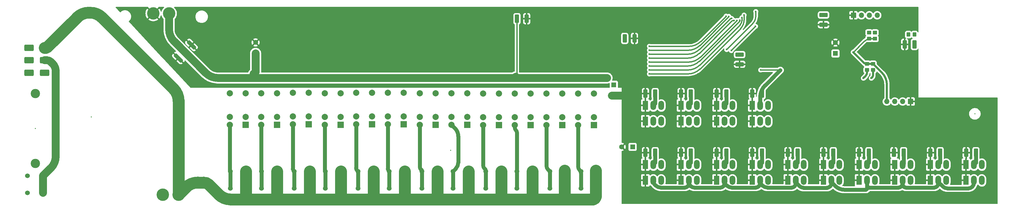
<source format=gbl>
%TF.GenerationSoftware,KiCad,Pcbnew,8.0.9*%
%TF.CreationDate,2025-02-25T23:01:13+01:00*%
%TF.ProjectId,Heizkreiscontroller,4865697a-6b72-4656-9973-636f6e74726f,rev?*%
%TF.SameCoordinates,Original*%
%TF.FileFunction,Copper,L2,Bot*%
%TF.FilePolarity,Positive*%
%FSLAX46Y46*%
G04 Gerber Fmt 4.6, Leading zero omitted, Abs format (unit mm)*
G04 Created by KiCad (PCBNEW 8.0.9) date 2025-02-25 23:01:13*
%MOMM*%
%LPD*%
G01*
G04 APERTURE LIST*
G04 Aperture macros list*
%AMRoundRect*
0 Rectangle with rounded corners*
0 $1 Rounding radius*
0 $2 $3 $4 $5 $6 $7 $8 $9 X,Y pos of 4 corners*
0 Add a 4 corners polygon primitive as box body*
4,1,4,$2,$3,$4,$5,$6,$7,$8,$9,$2,$3,0*
0 Add four circle primitives for the rounded corners*
1,1,$1+$1,$2,$3*
1,1,$1+$1,$4,$5*
1,1,$1+$1,$6,$7*
1,1,$1+$1,$8,$9*
0 Add four rect primitives between the rounded corners*
20,1,$1+$1,$2,$3,$4,$5,0*
20,1,$1+$1,$4,$5,$6,$7,0*
20,1,$1+$1,$6,$7,$8,$9,0*
20,1,$1+$1,$8,$9,$2,$3,0*%
G04 Aperture macros list end*
%TA.AperFunction,ComponentPad*%
%ADD10R,1.800000X3.000000*%
%TD*%
%TA.AperFunction,ComponentPad*%
%ADD11O,1.800000X3.000000*%
%TD*%
%TA.AperFunction,ComponentPad*%
%ADD12R,1.600000X1.600000*%
%TD*%
%TA.AperFunction,ComponentPad*%
%ADD13C,1.600000*%
%TD*%
%TA.AperFunction,ComponentPad*%
%ADD14C,1.524000*%
%TD*%
%TA.AperFunction,ComponentPad*%
%ADD15R,2.000000X2.000000*%
%TD*%
%TA.AperFunction,ComponentPad*%
%ADD16C,2.000000*%
%TD*%
%TA.AperFunction,ComponentPad*%
%ADD17C,4.000000*%
%TD*%
%TA.AperFunction,ComponentPad*%
%ADD18R,1.700000X1.700000*%
%TD*%
%TA.AperFunction,ComponentPad*%
%ADD19O,1.700000X1.700000*%
%TD*%
%TA.AperFunction,ComponentPad*%
%ADD20C,3.000000*%
%TD*%
%TA.AperFunction,ComponentPad*%
%ADD21RoundRect,0.250000X-1.250000X0.750000X-1.250000X-0.750000X1.250000X-0.750000X1.250000X0.750000X0*%
%TD*%
%TA.AperFunction,SMDPad,CuDef*%
%ADD22RoundRect,0.250000X-0.412500X-1.100000X0.412500X-1.100000X0.412500X1.100000X-0.412500X1.100000X0*%
%TD*%
%TA.AperFunction,SMDPad,CuDef*%
%ADD23RoundRect,0.250000X1.100000X-0.412500X1.100000X0.412500X-1.100000X0.412500X-1.100000X-0.412500X0*%
%TD*%
%TA.AperFunction,SMDPad,CuDef*%
%ADD24RoundRect,0.250000X-0.751301X1.263953X-1.263953X0.751301X0.751301X-1.263953X1.263953X-0.751301X0*%
%TD*%
%TA.AperFunction,SMDPad,CuDef*%
%ADD25RoundRect,0.250000X-0.450000X0.350000X-0.450000X-0.350000X0.450000X-0.350000X0.450000X0.350000X0*%
%TD*%
%TA.AperFunction,SMDPad,CuDef*%
%ADD26RoundRect,0.250000X0.350000X0.450000X-0.350000X0.450000X-0.350000X-0.450000X0.350000X-0.450000X0*%
%TD*%
%TA.AperFunction,SMDPad,CuDef*%
%ADD27RoundRect,0.250000X0.412500X1.100000X-0.412500X1.100000X-0.412500X-1.100000X0.412500X-1.100000X0*%
%TD*%
%TA.AperFunction,SMDPad,CuDef*%
%ADD28RoundRect,0.250000X0.450000X-0.350000X0.450000X0.350000X-0.450000X0.350000X-0.450000X-0.350000X0*%
%TD*%
%TA.AperFunction,ViaPad*%
%ADD29C,0.600000*%
%TD*%
%TA.AperFunction,Conductor*%
%ADD30C,0.635000*%
%TD*%
%TA.AperFunction,Conductor*%
%ADD31C,2.540000*%
%TD*%
%TA.AperFunction,Conductor*%
%ADD32C,3.810000*%
%TD*%
%TA.AperFunction,Conductor*%
%ADD33C,0.381000*%
%TD*%
%TA.AperFunction,Conductor*%
%ADD34C,1.270000*%
%TD*%
%ADD35C,0.300000*%
%ADD36C,0.350000*%
%ADD37O,2.200000X1.200000*%
G04 APERTURE END LIST*
D10*
%TO.P,J17,1,Pin_1*%
%TO.N,GND*%
X236220000Y-67310000D03*
X236220000Y-72390000D03*
D11*
%TO.P,J17,2,Pin_2*%
%TO.N,+3.3V*%
X238760000Y-67310000D03*
X238760000Y-72390000D03*
%TO.P,J17,3,Pin_3*%
%TO.N,ONEWIRE*%
X241300000Y-67310000D03*
X241300000Y-72390000D03*
%TD*%
D10*
%TO.P,J14,1,Pin_1*%
%TO.N,GND*%
X281940000Y-86360000D03*
X281940000Y-91440000D03*
D11*
%TO.P,J14,2,Pin_2*%
%TO.N,+3.3V*%
X284480000Y-86360000D03*
X284480000Y-91440000D03*
%TO.P,J14,3,Pin_3*%
%TO.N,ONEWIRE*%
X287020000Y-86360000D03*
X287020000Y-91440000D03*
%TD*%
D12*
%TO.P,C12,1*%
%TO.N,+3.3V*%
X285750000Y-50547651D03*
D13*
%TO.P,C12,2*%
%TO.N,GND*%
X285750000Y-47047651D03*
%TD*%
D14*
%TO.P,J3,1,Pin_1*%
%TO.N,VENT4*%
X132560000Y-88540000D03*
X132560000Y-94040000D03*
%TO.P,J3,2,Pin_2*%
%TO.N,NEUT*%
X137560000Y-88540000D03*
X137560000Y-94040000D03*
%TO.P,J3,3,Pin_3*%
%TO.N,VENT5*%
X142560000Y-88540000D03*
X142560000Y-94040000D03*
%TO.P,J3,4,Pin_4*%
%TO.N,NEUT*%
X147560000Y-88540000D03*
X147560000Y-94040000D03*
%TD*%
%TO.P,J4,1,Pin_1*%
%TO.N,VENT6*%
X153060000Y-88540000D03*
X153060000Y-94040000D03*
%TO.P,J4,2,Pin_2*%
%TO.N,NEUT*%
X158060000Y-88540000D03*
X158060000Y-94040000D03*
%TO.P,J4,3,Pin_3*%
%TO.N,VENT7*%
X163060000Y-88540000D03*
X163060000Y-94040000D03*
%TO.P,J4,4,Pin_4*%
%TO.N,NEUT*%
X168060000Y-88540000D03*
X168060000Y-94040000D03*
%TD*%
D15*
%TO.P,K5,1*%
%TO.N,unconnected-(K5-Pad1)*%
X187960000Y-73660000D03*
D16*
%TO.P,K5,2*%
%TO.N,+5V*%
X187960000Y-71120000D03*
%TO.P,K5,5*%
%TO.N,LINE*%
X187960000Y-63500000D03*
%TO.P,K5,6*%
X182880000Y-63500000D03*
%TO.P,K5,9*%
%TO.N,RELAIS9*%
X182880000Y-71120000D03*
%TO.P,K5,10*%
%TO.N,VENT8*%
X182880000Y-73660000D03*
%TD*%
D10*
%TO.P,J10,1,Pin_1*%
%TO.N,GND*%
X304800000Y-86360000D03*
X304800000Y-91440000D03*
D11*
%TO.P,J10,2,Pin_2*%
%TO.N,+3.3V*%
X307340000Y-86360000D03*
X307340000Y-91440000D03*
%TO.P,J10,3,Pin_3*%
%TO.N,ONEWIRE*%
X309880000Y-86360000D03*
X309880000Y-91440000D03*
%TD*%
D15*
%TO.P,K12,1*%
%TO.N,unconnected-(K12-Pad1)*%
X208280000Y-73660000D03*
D16*
%TO.P,K12,2*%
%TO.N,+5V*%
X208280000Y-71120000D03*
%TO.P,K12,5*%
%TO.N,LINE*%
X208280000Y-63500000D03*
%TO.P,K12,6*%
X203200000Y-63500000D03*
%TO.P,K12,9*%
%TO.N,RELAIS11*%
X203200000Y-71120000D03*
%TO.P,K12,10*%
%TO.N,VENT10*%
X203200000Y-73660000D03*
%TD*%
D15*
%TO.P,K2,1*%
%TO.N,unconnected-(K2-Pad1)*%
X137027500Y-73415000D03*
D16*
%TO.P,K2,2*%
%TO.N,+5V*%
X137027500Y-70875000D03*
%TO.P,K2,5*%
%TO.N,LINE*%
X137027500Y-63255000D03*
%TO.P,K2,6*%
X131947500Y-63255000D03*
%TO.P,K2,9*%
%TO.N,RELAIS3*%
X131947500Y-70875000D03*
%TO.P,K2,10*%
%TO.N,VENT4*%
X131947500Y-73415000D03*
%TD*%
D14*
%TO.P,J21,1,Pin_1*%
%TO.N,VENT11*%
X194106800Y-88556200D03*
X194106800Y-94056200D03*
%TO.P,J21,2,Pin_2*%
%TO.N,NEUT*%
X199106800Y-88556200D03*
X199106800Y-94056200D03*
%TO.P,J21,3,Pin_3*%
%TO.N,VENT10*%
X204106800Y-88556200D03*
X204106800Y-94056200D03*
%TO.P,J21,4,Pin_4*%
%TO.N,NEUT*%
X209106800Y-88556200D03*
X209106800Y-94056200D03*
%TD*%
D10*
%TO.P,J9,1,Pin_1*%
%TO.N,GND*%
X236220000Y-86360000D03*
X236220000Y-91440000D03*
D11*
%TO.P,J9,2,Pin_2*%
%TO.N,+3.3V*%
X238760000Y-86360000D03*
X238760000Y-91440000D03*
%TO.P,J9,3,Pin_3*%
%TO.N,ONEWIRE*%
X241300000Y-86360000D03*
X241300000Y-91440000D03*
%TD*%
D10*
%TO.P,J20,1,Pin_1*%
%TO.N,GND*%
X259080000Y-67310000D03*
X259080000Y-72390000D03*
D11*
%TO.P,J20,2,Pin_2*%
%TO.N,+3.3V*%
X261620000Y-67310000D03*
X261620000Y-72390000D03*
%TO.P,J20,3,Pin_3*%
%TO.N,ONEWIRE*%
X264160000Y-67310000D03*
X264160000Y-72390000D03*
%TD*%
D10*
%TO.P,J19,1,Pin_1*%
%TO.N,GND*%
X247650000Y-67310000D03*
X247650000Y-72390000D03*
D11*
%TO.P,J19,2,Pin_2*%
%TO.N,+3.3V*%
X250190000Y-67310000D03*
X250190000Y-72390000D03*
%TO.P,J19,3,Pin_3*%
%TO.N,ONEWIRE*%
X252730000Y-67310000D03*
X252730000Y-72390000D03*
%TD*%
D17*
%TO.P,U2,1,L*%
%TO.N,LINE*%
X69884000Y-96075000D03*
%TO.P,U2,2,N*%
%TO.N,NEUT*%
X74964000Y-96075000D03*
%TO.P,U2,3,-*%
%TO.N,GND*%
X66859000Y-37667100D03*
%TO.P,U2,4,+*%
%TO.N,+5V*%
X71939000Y-37667100D03*
%TD*%
D12*
%TO.P,C11,1*%
%TO.N,+3.3V*%
X220670000Y-80645000D03*
D13*
%TO.P,C11,2*%
%TO.N,GND*%
X217170000Y-80645000D03*
%TD*%
D14*
%TO.P,J1,1,Pin_1*%
%TO.N,VENT0*%
X91560000Y-88540000D03*
X91560000Y-94040000D03*
%TO.P,J1,2,Pin_2*%
%TO.N,NEUT*%
X96560000Y-88540000D03*
X96560000Y-94040000D03*
%TO.P,J1,3,Pin_3*%
%TO.N,VENT1*%
X101560000Y-88540000D03*
X101560000Y-94040000D03*
%TO.P,J1,4,Pin_4*%
%TO.N,NEUT*%
X106560000Y-88540000D03*
X106560000Y-94040000D03*
%TD*%
D12*
%TO.P,C10,1*%
%TO.N,+5V*%
X99695000Y-50490000D03*
D13*
%TO.P,C10,2*%
%TO.N,GND*%
X99695000Y-46990000D03*
%TD*%
D10*
%TO.P,J7,1,Pin_1*%
%TO.N,GND*%
X224790000Y-86360000D03*
X224790000Y-91440000D03*
D11*
%TO.P,J7,2,Pin_2*%
%TO.N,+3.3V*%
X227330000Y-86360000D03*
X227330000Y-91440000D03*
%TO.P,J7,3,Pin_3*%
%TO.N,ONEWIRE*%
X229870000Y-86360000D03*
X229870000Y-91440000D03*
%TD*%
D14*
%TO.P,J2,1,Pin_1*%
%TO.N,VENT2*%
X112060000Y-88540000D03*
X112060000Y-94040000D03*
%TO.P,J2,2,Pin_2*%
%TO.N,NEUT*%
X117060000Y-88540000D03*
X117060000Y-94040000D03*
%TO.P,J2,3,Pin_3*%
%TO.N,VENT3*%
X122060000Y-88540000D03*
X122060000Y-94040000D03*
%TO.P,J2,4,Pin_4*%
%TO.N,NEUT*%
X127060000Y-88540000D03*
X127060000Y-94040000D03*
%TD*%
D18*
%TO.P,J22,1,Pin_1*%
%TO.N,GND*%
X309880000Y-66040000D03*
D19*
%TO.P,J22,2,Pin_2*%
%TO.N,TX*%
X307340000Y-66040000D03*
%TO.P,J22,3,Pin_3*%
%TO.N,RX*%
X304800000Y-66040000D03*
%TO.P,J22,4,Pin_4*%
%TO.N,+3.3V*%
X302260000Y-66040000D03*
%TD*%
D10*
%TO.P,J8,1,Pin_1*%
%TO.N,GND*%
X247650000Y-86360000D03*
X247650000Y-91440000D03*
D11*
%TO.P,J8,2,Pin_2*%
%TO.N,+3.3V*%
X250190000Y-86360000D03*
X250190000Y-91440000D03*
%TO.P,J8,3,Pin_3*%
%TO.N,ONEWIRE*%
X252730000Y-86360000D03*
X252730000Y-91440000D03*
%TD*%
D15*
%TO.P,K9,1*%
%TO.N,unconnected-(K9-Pad1)*%
X106547500Y-73537500D03*
D16*
%TO.P,K9,2*%
%TO.N,+5V*%
X106547500Y-70997500D03*
%TO.P,K9,5*%
%TO.N,LINE*%
X106547500Y-63377500D03*
%TO.P,K9,6*%
X101467500Y-63377500D03*
%TO.P,K9,9*%
%TO.N,RELAIS6*%
X101467500Y-70997500D03*
%TO.P,K9,10*%
%TO.N,VENT1*%
X101467500Y-73537500D03*
%TD*%
D15*
%TO.P,K6,1*%
%TO.N,unconnected-(K6-Pad1)*%
X167640000Y-73537500D03*
D16*
%TO.P,K6,2*%
%TO.N,+5V*%
X167640000Y-70997500D03*
%TO.P,K6,5*%
%TO.N,LINE*%
X167640000Y-63377500D03*
%TO.P,K6,6*%
X162560000Y-63377500D03*
%TO.P,K6,9*%
%TO.N,RELAIS0*%
X162560000Y-70997500D03*
%TO.P,K6,10*%
%TO.N,VENT7*%
X162560000Y-73537500D03*
%TD*%
D10*
%TO.P,J16,1,Pin_1*%
%TO.N,GND*%
X327660000Y-86360000D03*
X327660000Y-91440000D03*
D11*
%TO.P,J16,2,Pin_2*%
%TO.N,+3.3V*%
X330200000Y-86360000D03*
X330200000Y-91440000D03*
%TO.P,J16,3,Pin_3*%
%TO.N,ONEWIRE*%
X332740000Y-86360000D03*
X332740000Y-91440000D03*
%TD*%
D10*
%TO.P,J15,1,Pin_1*%
%TO.N,GND*%
X293370000Y-86360000D03*
X293370000Y-91440000D03*
D11*
%TO.P,J15,2,Pin_2*%
%TO.N,+3.3V*%
X295910000Y-86360000D03*
X295910000Y-91440000D03*
%TO.P,J15,3,Pin_3*%
%TO.N,ONEWIRE*%
X298450000Y-86360000D03*
X298450000Y-91440000D03*
%TD*%
D15*
%TO.P,K10,1*%
%TO.N,unconnected-(K10-Pad1)*%
X177800000Y-73660000D03*
D16*
%TO.P,K10,2*%
%TO.N,+5V*%
X177800000Y-71120000D03*
%TO.P,K10,5*%
%TO.N,LINE*%
X177800000Y-63500000D03*
%TO.P,K10,6*%
X172720000Y-63500000D03*
%TO.P,K10,9*%
%TO.N,RELAIS8*%
X172720000Y-71120000D03*
%TO.P,K10,10*%
%TO.N,VENT9*%
X172720000Y-73660000D03*
%TD*%
D15*
%TO.P,K11,1*%
%TO.N,unconnected-(K11-Pad1)*%
X198120000Y-73660000D03*
D16*
%TO.P,K11,2*%
%TO.N,+5V*%
X198120000Y-71120000D03*
%TO.P,K11,5*%
%TO.N,LINE*%
X198120000Y-63500000D03*
%TO.P,K11,6*%
X193040000Y-63500000D03*
%TO.P,K11,9*%
%TO.N,RELAIS10*%
X193040000Y-71120000D03*
%TO.P,K11,10*%
%TO.N,VENT11*%
X193040000Y-73660000D03*
%TD*%
D10*
%TO.P,J12,1,Pin_1*%
%TO.N,GND*%
X270510000Y-86360000D03*
X270510000Y-91440000D03*
D11*
%TO.P,J12,2,Pin_2*%
%TO.N,+3.3V*%
X273050000Y-86360000D03*
X273050000Y-91440000D03*
%TO.P,J12,3,Pin_3*%
%TO.N,ONEWIRE*%
X275590000Y-86360000D03*
X275590000Y-91440000D03*
%TD*%
D10*
%TO.P,J13,1,Pin_1*%
%TO.N,GND*%
X316230000Y-86360000D03*
X316230000Y-91440000D03*
D11*
%TO.P,J13,2,Pin_2*%
%TO.N,+3.3V*%
X318770000Y-86360000D03*
X318770000Y-91440000D03*
%TO.P,J13,3,Pin_3*%
%TO.N,ONEWIRE*%
X321310000Y-86360000D03*
X321310000Y-91440000D03*
%TD*%
D14*
%TO.P,J6,1,Pin_1*%
%TO.N,Net-(J6-Pin_1)*%
X26500000Y-90000000D03*
X26500000Y-95500000D03*
%TO.P,J6,2,Pin_2*%
%TO.N,Net-(J6-Pin_2)*%
X31500000Y-90000000D03*
X31500000Y-95500000D03*
%TD*%
D10*
%TO.P,J18,1,Pin_1*%
%TO.N,GND*%
X224790000Y-67310000D03*
X224790000Y-72390000D03*
D11*
%TO.P,J18,2,Pin_2*%
%TO.N,+3.3V*%
X227330000Y-67310000D03*
X227330000Y-72390000D03*
%TO.P,J18,3,Pin_3*%
%TO.N,ONEWIRE*%
X229870000Y-67310000D03*
X229870000Y-72390000D03*
%TD*%
D18*
%TO.P,J23,1,Pin_1*%
%TO.N,GND*%
X291541200Y-38252400D03*
D19*
%TO.P,J23,2,Pin_2*%
%TO.N,SDA*%
X294081200Y-38252400D03*
%TO.P,J23,3,Pin_3*%
%TO.N,SCL*%
X296621200Y-38252400D03*
%TO.P,J23,4,Pin_4*%
%TO.N,+3.3V*%
X299161200Y-38252400D03*
%TD*%
D12*
%TO.P,C9,1*%
%TO.N,+5V*%
X214630000Y-60635000D03*
D13*
%TO.P,C9,2*%
%TO.N,GND*%
X214630000Y-64135000D03*
%TD*%
D15*
%TO.P,K1,1*%
%TO.N,unconnected-(K1-Pad1)*%
X157480000Y-73537500D03*
D16*
%TO.P,K1,2*%
%TO.N,+5V*%
X157480000Y-70997500D03*
%TO.P,K1,5*%
%TO.N,LINE*%
X157480000Y-63377500D03*
%TO.P,K1,6*%
X152400000Y-63377500D03*
%TO.P,K1,9*%
%TO.N,RELAIS1*%
X152400000Y-70997500D03*
%TO.P,K1,10*%
%TO.N,VENT6*%
X152400000Y-73537500D03*
%TD*%
D15*
%TO.P,K3,1*%
%TO.N,unconnected-(K3-Pad1)*%
X116707500Y-73415000D03*
D16*
%TO.P,K3,2*%
%TO.N,+5V*%
X116707500Y-70875000D03*
%TO.P,K3,5*%
%TO.N,LINE*%
X116707500Y-63255000D03*
%TO.P,K3,6*%
X111627500Y-63255000D03*
%TO.P,K3,9*%
%TO.N,RELAIS5*%
X111627500Y-70875000D03*
%TO.P,K3,10*%
%TO.N,VENT2*%
X111627500Y-73415000D03*
%TD*%
D10*
%TO.P,J11,1,Pin_1*%
%TO.N,GND*%
X259080000Y-86360000D03*
X259080000Y-91440000D03*
D11*
%TO.P,J11,2,Pin_2*%
%TO.N,+3.3V*%
X261620000Y-86360000D03*
X261620000Y-91440000D03*
%TO.P,J11,3,Pin_3*%
%TO.N,ONEWIRE*%
X264160000Y-86360000D03*
X264160000Y-91440000D03*
%TD*%
D15*
%TO.P,K8,1*%
%TO.N,unconnected-(K8-Pad1)*%
X127000000Y-73537500D03*
D16*
%TO.P,K8,2*%
%TO.N,+5V*%
X127000000Y-70997500D03*
%TO.P,K8,5*%
%TO.N,LINE*%
X127000000Y-63377500D03*
%TO.P,K8,6*%
X121920000Y-63377500D03*
%TO.P,K8,9*%
%TO.N,RELAIS4*%
X121920000Y-70997500D03*
%TO.P,K8,10*%
%TO.N,VENT3*%
X121920000Y-73537500D03*
%TD*%
D14*
%TO.P,J5,1,Pin_1*%
%TO.N,VENT9*%
X173560000Y-88540000D03*
X173560000Y-94040000D03*
%TO.P,J5,2,Pin_2*%
%TO.N,NEUT*%
X178560000Y-88540000D03*
X178560000Y-94040000D03*
%TO.P,J5,3,Pin_3*%
%TO.N,VENT8*%
X183560000Y-88540000D03*
X183560000Y-94040000D03*
%TO.P,J5,4,Pin_4*%
%TO.N,NEUT*%
X188560000Y-88540000D03*
X188560000Y-94040000D03*
%TD*%
D20*
%TO.P,F1,1*%
%TO.N,Net-(F1-Pad1)*%
X29000000Y-63500000D03*
%TO.P,F1,2*%
%TO.N,Net-(J6-Pin_1)*%
X29000000Y-86000000D03*
%TD*%
D15*
%TO.P,K4,1*%
%TO.N,unconnected-(K4-Pad1)*%
X96520000Y-73537500D03*
D16*
%TO.P,K4,2*%
%TO.N,+5V*%
X96520000Y-70997500D03*
%TO.P,K4,5*%
%TO.N,LINE*%
X96520000Y-63377500D03*
%TO.P,K4,6*%
X91440000Y-63377500D03*
%TO.P,K4,9*%
%TO.N,RELAIS7*%
X91440000Y-70997500D03*
%TO.P,K4,10*%
%TO.N,VENT0*%
X91440000Y-73537500D03*
%TD*%
D21*
%TO.P,SW1,1,A*%
%TO.N,NEUT*%
X32000000Y-48750000D03*
%TO.P,SW1,2,B*%
%TO.N,Net-(J6-Pin_2)*%
X32000000Y-52750000D03*
%TO.P,SW1,3,C*%
%TO.N,unconnected-(SW1-C-Pad3)*%
X32000000Y-56750000D03*
%TO.P,SW1,4,A*%
%TO.N,LINE*%
X27000000Y-48750000D03*
%TO.P,SW1,5,B*%
%TO.N,Net-(F1-Pad1)*%
X27000000Y-52750000D03*
%TO.P,SW1,6,C*%
%TO.N,unconnected-(SW1-C-Pad6)*%
X27000000Y-56750000D03*
%TD*%
D15*
%TO.P,K7,1*%
%TO.N,unconnected-(K7-Pad1)*%
X147187500Y-73415000D03*
D16*
%TO.P,K7,2*%
%TO.N,+5V*%
X147187500Y-70875000D03*
%TO.P,K7,5*%
%TO.N,LINE*%
X147187500Y-63255000D03*
%TO.P,K7,6*%
X142107500Y-63255000D03*
%TO.P,K7,9*%
%TO.N,RELAIS2*%
X142107500Y-70875000D03*
%TO.P,K7,10*%
%TO.N,VENT5*%
X142107500Y-73415000D03*
%TD*%
D22*
%TO.P,C15,1*%
%TO.N,GND*%
X224790000Y-82550000D03*
%TO.P,C15,2*%
%TO.N,+3.3V*%
X227915000Y-82550000D03*
%TD*%
D23*
%TO.P,C2,1*%
%TO.N,GND*%
X255016000Y-54038900D03*
%TO.P,C2,2*%
%TO.N,+3.3V*%
X255016000Y-50913900D03*
%TD*%
%TO.P,C6,1*%
%TO.N,GND*%
X281940000Y-41275000D03*
%TO.P,C6,2*%
%TO.N,+5V*%
X281940000Y-38150000D03*
%TD*%
D22*
%TO.P,C1,1*%
%TO.N,GND*%
X307975000Y-47625000D03*
%TO.P,C1,2*%
%TO.N,+3.3V*%
X311100000Y-47625000D03*
%TD*%
%TO.P,C25,1*%
%TO.N,GND*%
X236220000Y-63500000D03*
%TO.P,C25,2*%
%TO.N,+3.3V*%
X239345000Y-63500000D03*
%TD*%
%TO.P,C19,1*%
%TO.N,GND*%
X247650000Y-63500000D03*
%TO.P,C19,2*%
%TO.N,+3.3V*%
X250775000Y-63500000D03*
%TD*%
D24*
%TO.P,R22,1*%
%TO.N,GND*%
X79119608Y-47810768D03*
%TO.P,R22,2*%
X74930000Y-52000376D03*
%TD*%
D22*
%TO.P,C24,1*%
%TO.N,GND*%
X259080000Y-63500000D03*
%TO.P,C24,2*%
%TO.N,+3.3V*%
X262205000Y-63500000D03*
%TD*%
%TO.P,C26,1*%
%TO.N,GND*%
X236220000Y-82550000D03*
%TO.P,C26,2*%
%TO.N,+3.3V*%
X239345000Y-82550000D03*
%TD*%
D25*
%TO.P,R2,1*%
%TO.N,+3.3V*%
X295910000Y-53880000D03*
%TO.P,R2,2*%
%TO.N,Net-(U1-IO0)*%
X295910000Y-55880000D03*
%TD*%
D22*
%TO.P,C20,1*%
%TO.N,GND*%
X224790000Y-63500000D03*
%TO.P,C20,2*%
%TO.N,+3.3V*%
X227915000Y-63500000D03*
%TD*%
%TO.P,C22,1*%
%TO.N,GND*%
X270510000Y-82550000D03*
%TO.P,C22,2*%
%TO.N,+3.3V*%
X273635000Y-82550000D03*
%TD*%
%TO.P,C21,1*%
%TO.N,GND*%
X247650000Y-82550000D03*
%TO.P,C21,2*%
%TO.N,+3.3V*%
X250775000Y-82550000D03*
%TD*%
%TO.P,C17,1*%
%TO.N,GND*%
X281940000Y-82550000D03*
%TO.P,C17,2*%
%TO.N,+3.3V*%
X285065000Y-82550000D03*
%TD*%
%TO.P,C23,1*%
%TO.N,GND*%
X304507500Y-82550000D03*
%TO.P,C23,2*%
%TO.N,+3.3V*%
X307632500Y-82550000D03*
%TD*%
D26*
%TO.P,R1,1*%
%TO.N,+3.3V*%
X311150000Y-44450000D03*
%TO.P,R1,2*%
%TO.N,Net-(U1-EN)*%
X309150000Y-44450000D03*
%TD*%
D25*
%TO.P,R3,1*%
%TO.N,SCL*%
X298450000Y-43815000D03*
%TO.P,R3,2*%
%TO.N,+3.3V*%
X298450000Y-45815000D03*
%TD*%
D22*
%TO.P,C14,1*%
%TO.N,GND*%
X316230000Y-82550000D03*
%TO.P,C14,2*%
%TO.N,+3.3V*%
X319355000Y-82550000D03*
%TD*%
D27*
%TO.P,C5,1*%
%TO.N,GND*%
X186690000Y-39370000D03*
%TO.P,C5,2*%
%TO.N,+5V*%
X183565000Y-39370000D03*
%TD*%
D22*
%TO.P,C13,1*%
%TO.N,GND*%
X327710000Y-82550000D03*
%TO.P,C13,2*%
%TO.N,+3.3V*%
X330835000Y-82550000D03*
%TD*%
D27*
%TO.P,C7,1*%
%TO.N,GND*%
X221272500Y-45720000D03*
%TO.P,C7,2*%
%TO.N,+5V*%
X218147500Y-45720000D03*
%TD*%
D28*
%TO.P,R15,1*%
%TO.N,ONEWIRE*%
X297815000Y-55880000D03*
%TO.P,R15,2*%
%TO.N,+3.3V*%
X297815000Y-53880000D03*
%TD*%
D22*
%TO.P,C16,1*%
%TO.N,GND*%
X259080000Y-82550000D03*
%TO.P,C16,2*%
%TO.N,+3.3V*%
X262205000Y-82550000D03*
%TD*%
D25*
%TO.P,R4,1*%
%TO.N,SDA*%
X296545000Y-43815000D03*
%TO.P,R4,2*%
%TO.N,+3.3V*%
X296545000Y-45815000D03*
%TD*%
D22*
%TO.P,C18,1*%
%TO.N,GND*%
X293370000Y-82550000D03*
%TO.P,C18,2*%
%TO.N,+3.3V*%
X296495000Y-82550000D03*
%TD*%
D29*
%TO.N,Net-(U1-EN)*%
X309150000Y-44450000D03*
%TO.N,Net-(U1-IO0)*%
X294740000Y-58500000D03*
%TO.N,GND*%
X293740000Y-44285000D03*
X269494000Y-41656000D03*
X258220000Y-53340000D03*
X302260000Y-38100000D03*
X303750000Y-49000000D03*
X75565000Y-41140863D03*
X89535000Y-44355000D03*
X261772000Y-53566700D03*
X76200000Y-40640000D03*
X190070000Y-38100000D03*
X258220000Y-52070000D03*
X311250000Y-58500000D03*
X311250000Y-41500000D03*
X276959400Y-41655000D03*
X246964200Y-52933600D03*
X284390000Y-41655000D03*
X294640000Y-67505000D03*
X290195000Y-59250000D03*
X273507200Y-55482600D03*
X258220000Y-54610000D03*
X271399000Y-63144400D03*
X311540000Y-38100000D03*
X258165600Y-61468000D03*
X226060000Y-46990000D03*
%TO.N,NEUT*%
X74964000Y-81280000D03*
%TO.N,+3.3V*%
X311150000Y-44450000D03*
X311100000Y-47625000D03*
X268072000Y-55956200D03*
X255016000Y-50913900D03*
X291490400Y-50139600D03*
X261772000Y-55866700D03*
%TO.N,+5V*%
X167640000Y-59131200D03*
X127000000Y-59309000D03*
X183565000Y-39370000D03*
X147320000Y-59182000D03*
X187960000Y-59258200D03*
X210693000Y-58445400D03*
X198120000Y-59131200D03*
X209769200Y-59293000D03*
X212471000Y-58445400D03*
X137160000Y-59359800D03*
X177200000Y-59385200D03*
X281940000Y-38150000D03*
X96520000Y-59182000D03*
X157480000Y-59182000D03*
X116840000Y-59359800D03*
X106680000Y-59080400D03*
X218147500Y-45720000D03*
%TO.N,SCL*%
X298450000Y-43815000D03*
X250850400Y-49276000D03*
X260197600Y-37058600D03*
%TO.N,SDA*%
X260096000Y-41808400D03*
X252349000Y-49606200D03*
X296545000Y-43815000D03*
%TO.N,ONEWIRE*%
X297280000Y-58500000D03*
%TO.N,S9*%
X251561600Y-38633400D03*
X226060000Y-49530000D03*
%TO.N,S11*%
X253239384Y-39930184D03*
X226060000Y-52070000D03*
%TO.N,S13*%
X255057400Y-39827200D03*
X226060000Y-54610000D03*
%TO.N,S15*%
X256438400Y-38176200D03*
X226060000Y-57150000D03*
%TO.N,S12*%
X254182695Y-39963389D03*
X226060000Y-53340000D03*
%TO.N,S8*%
X250672600Y-38557200D03*
X226060000Y-48260000D03*
%TO.N,S14*%
X255747900Y-39039800D03*
X226060000Y-55880000D03*
%TO.N,S10*%
X252456148Y-39268165D03*
X226060000Y-50800000D03*
%TD*%
D30*
%TO.N,Net-(U1-IO0)*%
X295397347Y-57842652D02*
X294740000Y-58500000D01*
X295910000Y-56605000D02*
X295910000Y-55880000D01*
X295910000Y-56605000D02*
G75*
G02*
X295397346Y-57842651I-1750300J0D01*
G01*
D31*
%TO.N,GND*%
X214630000Y-64135000D02*
X213995000Y-64135000D01*
X214630000Y-64135000D02*
X217805000Y-64135000D01*
X217805000Y-64135000D02*
X219075000Y-62865000D01*
D32*
%TO.N,NEUT*%
X74964000Y-81280000D02*
X74964000Y-65787963D01*
X178560000Y-94040000D02*
X178560000Y-88540000D01*
X198614974Y-97595000D02*
X197625025Y-97595000D01*
X147489705Y-97595000D02*
X147150294Y-97595000D01*
X167936984Y-97595000D02*
X177262598Y-97595000D01*
X96560000Y-94040000D02*
X96560000Y-97526715D01*
X188560000Y-94040000D02*
X188560000Y-88540000D01*
X106560000Y-94040000D02*
X106560000Y-97390147D01*
X167343015Y-97595000D02*
X157890121Y-97595000D01*
X127042426Y-97595000D02*
X136877157Y-97595000D01*
X187535735Y-97595000D02*
X178337401Y-97595000D01*
X147560000Y-97185294D02*
X147560000Y-94040000D01*
X117060000Y-94040000D02*
X117060000Y-88540000D01*
X81742098Y-92144907D02*
X81148056Y-92144907D01*
X96560000Y-94040000D02*
X96560000Y-88540000D01*
X87852362Y-96001207D02*
X84608916Y-92757761D01*
X188384264Y-97595000D02*
X187535735Y-97595000D01*
X46581036Y-37405000D02*
X46243963Y-37405000D01*
X158060000Y-96604878D02*
X158060000Y-94040000D01*
X197625025Y-97595000D02*
X188384264Y-97595000D01*
X106764852Y-97595000D02*
X106595147Y-97595000D01*
X32873041Y-48521958D02*
X42396207Y-38998792D01*
X137442842Y-97595000D02*
X136877157Y-97595000D01*
X117060000Y-94040000D02*
X117060000Y-97219436D01*
X158060000Y-94040000D02*
X158060000Y-88540000D01*
X198820000Y-93790000D02*
X198820000Y-88290000D01*
X137560000Y-96912157D02*
X137560000Y-94040000D01*
X208820000Y-93790000D02*
X208820000Y-88290000D01*
X168060000Y-94040000D02*
X168060000Y-88540000D01*
X50428792Y-38998792D02*
X73370207Y-61940207D01*
X198614974Y-97595000D02*
X207898162Y-97595000D01*
X81742098Y-92144907D02*
X83129353Y-92144906D01*
X208820000Y-93790000D02*
X208820000Y-96673162D01*
X188560000Y-96570735D02*
X188560000Y-94040000D01*
X137560000Y-94040000D02*
X137560000Y-88540000D01*
X32322500Y-48750000D02*
X32000000Y-48750000D01*
X91700118Y-97595000D02*
X96491715Y-97595000D01*
X167936984Y-97595000D02*
X167343015Y-97595000D01*
X96548284Y-97595000D02*
X96491715Y-97595000D01*
X147560000Y-94040000D02*
X147560000Y-88540000D01*
X116995563Y-97595000D02*
X116684436Y-97595000D01*
X74964000Y-81280000D02*
X74964000Y-96075000D01*
X127060000Y-97492573D02*
X127060000Y-94040000D01*
X126957573Y-97595000D02*
X116995563Y-97595000D01*
X147489705Y-97595000D02*
X157069878Y-97595000D01*
X127042426Y-97595000D02*
X126957573Y-97595000D01*
X127060000Y-94040000D02*
X127060000Y-88540000D01*
X106560000Y-94040000D02*
X106560000Y-88540000D01*
X178560000Y-94040000D02*
X178560000Y-96297598D01*
X96548284Y-97595000D02*
X106595147Y-97595000D01*
X147150294Y-97595000D02*
X137442842Y-97595000D01*
X116684436Y-97595000D02*
X106764852Y-97595000D01*
X157890121Y-97595000D02*
X157069878Y-97595000D01*
X168060000Y-94040000D02*
X168060000Y-96878015D01*
X178337401Y-97595000D02*
X177262598Y-97595000D01*
X74964000Y-96075000D02*
X77300300Y-93738699D01*
X198820000Y-96400025D02*
X198820000Y-93790000D01*
X127060000Y-97492573D02*
G75*
G02*
X127030008Y-97565008I-102400J-27D01*
G01*
X126957573Y-97595000D02*
G75*
G03*
X127030008Y-97565008I27J102400D01*
G01*
X198820000Y-96400025D02*
G75*
G02*
X198469993Y-97244993I-1195000J25D01*
G01*
X106595147Y-97595000D02*
G75*
G03*
X106619919Y-97535081I-47J35100D01*
G01*
X158060000Y-96604878D02*
G75*
G02*
X157770006Y-97305006I-990100J-22D01*
G01*
X46243963Y-37405000D02*
G75*
G03*
X42396236Y-38998821I37J-5441500D01*
G01*
X32873041Y-48521958D02*
G75*
G02*
X32322500Y-48749995I-550541J550558D01*
G01*
X157770000Y-97305000D02*
G75*
G03*
X157890121Y-97594947I120100J-120100D01*
G01*
X81148056Y-92144907D02*
G75*
G03*
X77300313Y-93738712I44J-5441593D01*
G01*
X178560000Y-96297598D02*
G75*
G02*
X178180000Y-97215000I-1297400J-2D01*
G01*
X188260000Y-97295000D02*
G75*
G03*
X188384264Y-97595087I124300J-124300D01*
G01*
X106560000Y-97390147D02*
G75*
G03*
X106620014Y-97534986I204900J47D01*
G01*
X117060000Y-97219436D02*
G75*
G02*
X116949989Y-97484989I-375600J36D01*
G01*
X84608916Y-92757761D02*
G75*
G03*
X83129353Y-92144932I-1479516J-1479539D01*
G01*
X96540000Y-97575000D02*
G75*
G03*
X96548284Y-97595038I8300J-8300D01*
G01*
X147440000Y-97475000D02*
G75*
G03*
X147489705Y-97594986I49700J-49700D01*
G01*
X73370207Y-61940207D02*
G75*
G02*
X74964011Y-65787963I-3847807J-3847793D01*
G01*
X188560000Y-96570735D02*
G75*
G02*
X188259989Y-97294989I-1024300J35D01*
G01*
X137360000Y-97395000D02*
G75*
G03*
X137442842Y-97594897I82800J-82800D01*
G01*
X106620000Y-97535000D02*
G75*
G03*
X106764852Y-97595020I144900J144900D01*
G01*
X87852362Y-96001207D02*
G75*
G03*
X91700118Y-97594972I3847738J3847807D01*
G01*
X167850000Y-97385000D02*
G75*
G03*
X167936984Y-97595037I87000J-87000D01*
G01*
X198470000Y-97245000D02*
G75*
G03*
X198614974Y-97595061I145000J-145000D01*
G01*
X178180000Y-97215000D02*
G75*
G03*
X178337401Y-97594997I157400J-157400D01*
G01*
X136877157Y-97595000D02*
G75*
G03*
X137360033Y-97395033I43J682900D01*
G01*
X116950000Y-97485000D02*
G75*
G03*
X116995563Y-97595088I45600J-45600D01*
G01*
X208550000Y-97325000D02*
G75*
G02*
X207898162Y-97594984I-651800J651800D01*
G01*
X157069878Y-97595000D02*
G75*
G03*
X157770006Y-97305006I22J990100D01*
G01*
X127030000Y-97565000D02*
G75*
G03*
X127042426Y-97594936I12400J-12400D01*
G01*
X177262598Y-97595000D02*
G75*
G03*
X178180000Y-97215000I2J1297400D01*
G01*
X137560000Y-96912157D02*
G75*
G02*
X137360033Y-97395033I-682900J-43D01*
G01*
X116684436Y-97595000D02*
G75*
G03*
X116949989Y-97484989I-36J375600D01*
G01*
X168060000Y-96878015D02*
G75*
G02*
X167849996Y-97384996I-717000J15D01*
G01*
X50428792Y-38998792D02*
G75*
G03*
X46581036Y-37404989I-3847792J-3847808D01*
G01*
X147560000Y-97185294D02*
G75*
G02*
X147440002Y-97475002I-409700J-6D01*
G01*
X96491715Y-97595000D02*
G75*
G03*
X96539995Y-97574995I-15J68300D01*
G01*
X96560000Y-97526715D02*
G75*
G02*
X96539995Y-97574995I-68300J15D01*
G01*
X167343015Y-97595000D02*
G75*
G03*
X167849996Y-97384996I-15J717000D01*
G01*
X197625025Y-97595000D02*
G75*
G03*
X198469993Y-97244993I-25J1195000D01*
G01*
X208820000Y-96673162D02*
G75*
G02*
X208550011Y-97325011I-921800J-38D01*
G01*
X147150294Y-97595000D02*
G75*
G03*
X147440002Y-97475002I6J409700D01*
G01*
X187535735Y-97595000D02*
G75*
G03*
X188259989Y-97294989I-35J1024300D01*
G01*
D33*
%TO.N,+3.3V*%
X298450000Y-45815000D02*
X296545000Y-45815000D01*
D34*
X227330000Y-91897200D02*
X227330000Y-91440000D01*
X250775000Y-63500000D02*
X250775000Y-66725000D01*
X273289709Y-92357709D02*
X274184934Y-93252934D01*
X320263560Y-93447221D02*
X318951606Y-92135267D01*
X262205000Y-85775000D02*
X261620000Y-86360000D01*
X317395779Y-93775000D02*
X308390894Y-93775000D01*
X283015985Y-93827600D02*
X275572300Y-93827600D01*
X307632500Y-82550000D02*
X307632500Y-86067500D01*
X273050000Y-92400779D02*
X273050000Y-91779000D01*
X273635000Y-82550000D02*
X273635000Y-85775000D01*
X239345000Y-63500000D02*
X239345000Y-66725000D01*
X262205000Y-63500000D02*
X261745520Y-63500000D01*
X261620000Y-92273770D02*
X261620000Y-91909900D01*
X319355000Y-82550000D02*
X319355000Y-85775000D01*
X229755115Y-93775000D02*
X237385779Y-93775000D01*
X295910000Y-91440000D02*
X295910000Y-94031384D01*
X239345000Y-85775000D02*
X238760000Y-86360000D01*
D33*
X268027250Y-55911450D02*
X268072000Y-55956200D01*
X294883386Y-46746613D02*
X291490400Y-50139600D01*
D34*
X284480000Y-91740000D02*
X284480000Y-92363585D01*
X262205000Y-82550000D02*
X262205000Y-85775000D01*
D30*
X297815000Y-53880000D02*
X296249600Y-53880000D01*
X294990666Y-53639866D02*
X291490400Y-50139600D01*
D34*
X227915000Y-82550000D02*
X227915000Y-85775000D01*
X318770000Y-92400779D02*
X318770000Y-91696830D01*
X250775000Y-82550000D02*
X250775000Y-85775000D01*
X307340000Y-92400779D02*
X307340000Y-91440000D01*
X227915000Y-85775000D02*
X227330000Y-86360000D01*
X260118770Y-93775000D02*
X252528394Y-93775000D01*
X284692132Y-92252132D02*
X285691300Y-93251300D01*
X295910000Y-91440000D02*
X295910000Y-93084304D01*
X330200000Y-92219901D02*
X330200000Y-91440000D01*
X250531249Y-92746449D02*
X250874900Y-93090100D01*
X248815779Y-93775000D02*
X240534708Y-93775000D01*
X250775000Y-66725000D02*
X250190000Y-67310000D01*
D30*
X302260000Y-60578963D02*
X302260000Y-66040000D01*
D34*
X285065000Y-85775000D02*
X284480000Y-86360000D01*
X263213792Y-60814407D02*
X268072000Y-55956200D01*
D33*
X297132500Y-45815000D02*
X298450000Y-45815000D01*
D30*
X296249600Y-53880000D02*
X295570400Y-53880000D01*
D34*
X330835000Y-85725000D02*
X330200000Y-86360000D01*
X227915000Y-66725000D02*
X227330000Y-67310000D01*
X285065000Y-82550000D02*
X285065000Y-85775000D01*
X250775000Y-85775000D02*
X250190000Y-86360000D01*
X319355000Y-85775000D02*
X318770000Y-86360000D01*
X296495000Y-85775000D02*
X295910000Y-86360000D01*
X261620000Y-64662163D02*
X261620000Y-67310000D01*
X321672445Y-94030800D02*
X328389101Y-94030800D01*
X307340000Y-92724105D02*
X307340000Y-91440000D01*
X295478784Y-94462600D02*
X288615636Y-94462600D01*
X330835000Y-82550000D02*
X330835000Y-85725000D01*
X239345000Y-66725000D02*
X238760000Y-67310000D01*
X261952269Y-92712069D02*
X262317600Y-93077400D01*
X305965779Y-93775000D02*
X296600695Y-93775000D01*
D33*
X267919213Y-55866700D02*
X261772000Y-55866700D01*
D34*
X238760000Y-92087700D02*
X238760000Y-92400779D01*
X250190000Y-92400779D02*
X250190000Y-91922600D01*
D30*
X297815000Y-53880000D02*
X300666207Y-56731207D01*
D34*
X239345000Y-82550000D02*
X239345000Y-85775000D01*
X273635000Y-85775000D02*
X273050000Y-86360000D01*
X227915000Y-63500000D02*
X227915000Y-66725000D01*
X239217993Y-93193393D02*
X239279800Y-93255200D01*
X271675779Y-93775000D02*
X264001755Y-93775000D01*
X228040300Y-93064700D02*
X227653289Y-92677689D01*
X307632500Y-86067500D02*
X307340000Y-86360000D01*
X296495000Y-82550000D02*
X296495000Y-85775000D01*
X318770000Y-92400779D02*
G75*
G02*
X318367506Y-93372506I-1374200J-21D01*
G01*
X307647800Y-93467200D02*
G75*
G03*
X308390894Y-93775002I743100J743100D01*
G01*
X273050000Y-91779000D02*
G75*
G03*
X273289713Y-92357705I818400J0D01*
G01*
X250190000Y-92400779D02*
G75*
G02*
X249787506Y-93372506I-1374200J-21D01*
G01*
X273050000Y-91779000D02*
X273050000Y-91779000D01*
X238760000Y-92087700D02*
X238760000Y-92087700D01*
D30*
X294990666Y-53639866D02*
G75*
G03*
X295570400Y-53879990I579734J579766D01*
G01*
D34*
X262317600Y-93077400D02*
G75*
G03*
X264001755Y-93775018I1684200J1684200D01*
G01*
X307340000Y-92400779D02*
G75*
G02*
X306937506Y-93372506I-1374200J-21D01*
G01*
D30*
X300666207Y-56731207D02*
G75*
G02*
X302260011Y-60578963I-3847807J-3847793D01*
G01*
D34*
X296112300Y-93572700D02*
G75*
G03*
X296600695Y-93775002I488400J488400D01*
G01*
X284051200Y-93398800D02*
G75*
G02*
X283015985Y-93827594I-1035200J1035200D01*
G01*
X238357500Y-93372500D02*
G75*
G02*
X237385779Y-93774991I-971700J971700D01*
G01*
D33*
X297132500Y-45815000D02*
G75*
G03*
X294883392Y-46746619I0J-3180700D01*
G01*
D34*
X250190000Y-91922600D02*
G75*
G03*
X250531249Y-92746449I1165100J0D01*
G01*
X318770000Y-91696830D02*
G75*
G03*
X318951630Y-92135243I620000J30D01*
G01*
X249787500Y-93372500D02*
G75*
G02*
X248815779Y-93774991I-971700J971700D01*
G01*
X329669600Y-93500400D02*
G75*
G02*
X328389101Y-94030800I-1280500J1280500D01*
G01*
X295910000Y-94031384D02*
G75*
G02*
X295783704Y-94336304I-431200J-16D01*
G01*
X318770000Y-91696830D02*
X318770000Y-91696830D01*
X320263560Y-93447221D02*
G75*
G03*
X321672445Y-94030758I1408840J1408921D01*
G01*
X307340000Y-92724105D02*
G75*
G03*
X307647801Y-93467199I1050900J5D01*
G01*
X295783700Y-94336300D02*
G75*
G02*
X295478784Y-94462594I-304900J304900D01*
G01*
X238760000Y-92400779D02*
G75*
G02*
X238357506Y-93372506I-1374200J-21D01*
G01*
X306937500Y-93372500D02*
G75*
G02*
X305965779Y-93774991I-971700J971700D01*
G01*
X285691300Y-93251300D02*
G75*
G03*
X288615636Y-94462585I2924300J2924300D01*
G01*
X330200000Y-92219901D02*
G75*
G02*
X329669600Y-93500400I-1810900J1D01*
G01*
X273050000Y-92400779D02*
G75*
G02*
X272647506Y-93372506I-1374200J-21D01*
G01*
X295910000Y-93084304D02*
G75*
G03*
X296112301Y-93572699I690700J4D01*
G01*
X261180300Y-93335300D02*
G75*
G02*
X260118770Y-93774988I-1061500J1061500D01*
G01*
X261620000Y-92273770D02*
G75*
G02*
X261180309Y-93335309I-1501200J-30D01*
G01*
X250874900Y-93090100D02*
G75*
G03*
X252528394Y-93775002I1653500J1653500D01*
G01*
X250190000Y-91922600D02*
X250190000Y-91922600D01*
X239279800Y-93255200D02*
G75*
G03*
X240534708Y-93774997I1254900J1254900D01*
G01*
X284480000Y-91740000D02*
X284480000Y-91740000D01*
D33*
X268027250Y-55911450D02*
G75*
G03*
X267919213Y-55866694I-108050J-108050D01*
G01*
D34*
X263213792Y-60814407D02*
G75*
G03*
X261619959Y-64662163I3847708J-3847793D01*
G01*
X238760000Y-92087700D02*
G75*
G03*
X239217990Y-93193396I1563700J0D01*
G01*
X261620000Y-91909900D02*
X261620000Y-91909900D01*
X318367500Y-93372500D02*
G75*
G02*
X317395779Y-93774991I-971700J971700D01*
G01*
X261620000Y-91909900D02*
G75*
G03*
X261952277Y-92712061I1134400J0D01*
G01*
X284480000Y-92363585D02*
G75*
G02*
X284051204Y-93398804I-1464000J-15D01*
G01*
X272647500Y-93372500D02*
G75*
G02*
X271675779Y-93774991I-971700J971700D01*
G01*
X227330000Y-91897200D02*
G75*
G03*
X227653285Y-92677693I1103800J0D01*
G01*
X284480000Y-91740000D02*
G75*
G03*
X284692125Y-92252139I724300J0D01*
G01*
X228040300Y-93064700D02*
G75*
G03*
X229755115Y-93774993I1714800J1714800D01*
G01*
X274184934Y-93252934D02*
G75*
G03*
X275572300Y-93827609I1387366J1387334D01*
G01*
D31*
%TO.N,+5V*%
X99060000Y-58445400D02*
X99060000Y-57150000D01*
X183342049Y-58445400D02*
X210693000Y-58445400D01*
X73532792Y-46659592D02*
X83724807Y-56851607D01*
X183342049Y-58445400D02*
X182265550Y-58445400D01*
X99695000Y-56515000D02*
X99695000Y-50490000D01*
X87572563Y-58445400D02*
X99060000Y-58445400D01*
D33*
X183565000Y-57145950D02*
X183565000Y-39370000D01*
D31*
X212471000Y-58445400D02*
X210693000Y-58445400D01*
X99060000Y-57150000D02*
X99695000Y-56515000D01*
X71939000Y-42811836D02*
X71939000Y-37667100D01*
X99060000Y-58445400D02*
X182265550Y-58445400D01*
X182265550Y-58445400D02*
G75*
G03*
X183184385Y-58064785I-50J1299500D01*
G01*
D33*
X183565000Y-57145950D02*
G75*
G02*
X183184385Y-58064785I-1299500J50D01*
G01*
D31*
X71939000Y-42811836D02*
G75*
G03*
X73532800Y-46659584I5441600J36D01*
G01*
D33*
X183184400Y-58064800D02*
G75*
G03*
X183342049Y-58445280I157600J-157600D01*
G01*
D31*
X83724807Y-56851607D02*
G75*
G03*
X87572563Y-58445411I3847793J3847807D01*
G01*
%TO.N,Net-(J6-Pin_2)*%
X32750000Y-52750000D02*
X32000000Y-52750000D01*
X35560000Y-56266639D02*
X35560000Y-83686036D01*
X31500000Y-90000000D02*
X31500000Y-95500000D01*
X34530000Y-53780000D02*
X34030330Y-53280330D01*
X33966207Y-87533792D02*
X31500000Y-90000000D01*
X34030330Y-53280330D02*
G75*
G03*
X32750000Y-52750012I-1280330J-1280370D01*
G01*
X35560000Y-83686036D02*
G75*
G02*
X33966206Y-87533791I-5441560J6D01*
G01*
X34530000Y-53780000D02*
G75*
G02*
X35559983Y-56266639I-2486600J-2486600D01*
G01*
D33*
%TO.N,SCL*%
X250850400Y-49276000D02*
X259182831Y-40943568D01*
X260197600Y-38493700D02*
X260197600Y-37058600D01*
X260197600Y-38493700D02*
G75*
G02*
X259182824Y-40943561I-3464600J0D01*
G01*
%TO.N,SDA*%
X252349000Y-49606200D02*
X252349000Y-49580800D01*
X260096000Y-41808400D02*
X252366960Y-49537439D01*
X252366960Y-49537439D02*
G75*
G03*
X252348993Y-49580800I43340J-43361D01*
G01*
D30*
%TO.N,ONEWIRE*%
X297547500Y-58232500D02*
X297280000Y-58500000D01*
X297815000Y-57586697D02*
X297815000Y-55880000D01*
X297815000Y-57586697D02*
G75*
G02*
X297547501Y-58232501I-913300J-3D01*
G01*
D34*
%TO.N,VENT1*%
X101467500Y-88382092D02*
X101467500Y-73537500D01*
X101560000Y-88605407D02*
X101560000Y-94040000D01*
X101513750Y-88493750D02*
G75*
G02*
X101559997Y-88605407I-111650J-111650D01*
G01*
X101467500Y-88382092D02*
G75*
G03*
X101513748Y-88493752I157900J-8D01*
G01*
%TO.N,VENT0*%
X91560000Y-88624852D02*
X91560000Y-94040000D01*
X91440000Y-88335147D02*
X91440000Y-73537500D01*
X91500000Y-88480000D02*
G75*
G02*
X91560020Y-88624852I-144900J-144900D01*
G01*
X91440000Y-88335147D02*
G75*
G03*
X91500014Y-88479986I204900J47D01*
G01*
%TO.N,VENT3*%
X122060000Y-88638994D02*
X122060000Y-94040000D01*
X121920000Y-88301005D02*
X121920000Y-73537500D01*
X121990000Y-88470000D02*
G75*
G02*
X122060002Y-88638994I-169000J-169000D01*
G01*
X121920000Y-88301005D02*
G75*
G03*
X121990001Y-88469999I239000J5D01*
G01*
%TO.N,VENT2*%
X112060000Y-88845823D02*
X112060000Y-94040000D01*
X111627500Y-87801676D02*
X111627500Y-73415000D01*
X111843750Y-88323750D02*
G75*
G02*
X112059990Y-88845823I-522050J-522050D01*
G01*
X111627500Y-87801676D02*
G75*
G03*
X111843743Y-88323757I738300J-24D01*
G01*
%TO.N,VENT5*%
X142107500Y-87767534D02*
X142107500Y-73415000D01*
X142560000Y-88859965D02*
X142560000Y-94040000D01*
X142107500Y-87767534D02*
G75*
G03*
X142333760Y-88313740I772500J34D01*
G01*
X142333750Y-88313750D02*
G75*
G02*
X142560014Y-88859965I-546250J-546250D01*
G01*
%TO.N,VENT4*%
X131947500Y-87494397D02*
X131947500Y-73415000D01*
X132560000Y-88973102D02*
X132560000Y-94040000D01*
X132253750Y-88233750D02*
G75*
G02*
X132559999Y-88973102I-739350J-739350D01*
G01*
X131947500Y-87494397D02*
G75*
G03*
X132253749Y-88233751I1045600J-3D01*
G01*
%TO.N,VENT7*%
X164735000Y-77250457D02*
X164735000Y-85680596D01*
X163647500Y-74625000D02*
X162560000Y-73537500D01*
X163060000Y-88540000D02*
X163897500Y-87702500D01*
X163060000Y-88540000D02*
X163060000Y-94040000D01*
X163647500Y-74625000D02*
G75*
G02*
X164735018Y-77250457I-2625500J-2625500D01*
G01*
X164735000Y-85680596D02*
G75*
G02*
X163897501Y-87702501I-2859400J-4D01*
G01*
%TO.N,VENT6*%
X152400000Y-87113309D02*
X152400000Y-73537500D01*
X153060000Y-88690000D02*
X153060000Y-94040000D01*
X152730000Y-87910000D02*
X152953933Y-88133933D01*
X153060000Y-88390000D02*
X153060000Y-88690000D01*
X152953933Y-88133933D02*
G75*
G02*
X153060009Y-88390000I-256033J-256067D01*
G01*
X152400000Y-87113309D02*
G75*
G03*
X152730003Y-87909997I1126700J9D01*
G01*
%TO.N,VENT8*%
X182880000Y-74449167D02*
X182880000Y-73660000D01*
X183560000Y-76090832D02*
X183560000Y-88540000D01*
X183560000Y-88540000D02*
X183560000Y-94040000D01*
X183220000Y-75270000D02*
G75*
G02*
X183559986Y-76090832I-820800J-820800D01*
G01*
X182880000Y-74449167D02*
G75*
G03*
X183219990Y-75270010I1160800J-33D01*
G01*
%TO.N,VENT9*%
X173140000Y-87640000D02*
X173390294Y-87890294D01*
X173560000Y-88780000D02*
X173560000Y-94040000D01*
X173560000Y-88300000D02*
X173560000Y-88780000D01*
X172720000Y-86626030D02*
X172720000Y-73660000D01*
X173390294Y-87890294D02*
G75*
G02*
X173560003Y-88300000I-409694J-409706D01*
G01*
X172720000Y-86626030D02*
G75*
G03*
X173140009Y-87639991I1434000J30D01*
G01*
D33*
%TO.N,S9*%
X238436436Y-49530000D02*
X226060000Y-49530000D01*
X251552619Y-38667780D02*
X242284192Y-47936207D01*
X251561600Y-38633400D02*
X251561600Y-38646100D01*
X242284192Y-47936207D02*
G75*
G02*
X238436436Y-49530010I-3847792J3847807D01*
G01*
X251561600Y-38646100D02*
G75*
G02*
X251552628Y-38667789I-30700J0D01*
G01*
%TO.N,S11*%
X252444891Y-40137708D02*
X242106392Y-50476207D01*
X252945900Y-39930184D02*
X253239384Y-39930184D01*
X226060000Y-52070000D02*
X238258636Y-52070000D01*
X252945900Y-39930184D02*
G75*
G03*
X252444895Y-40137712I0J-708516D01*
G01*
X242106392Y-50476207D02*
G75*
G02*
X238258636Y-52070010I-3847792J3847807D01*
G01*
%TO.N,S13*%
X255057400Y-39827200D02*
X255057400Y-39946200D01*
X242106392Y-53016207D02*
X254973254Y-40149345D01*
X226060000Y-54610000D02*
X238258636Y-54610000D01*
X255057400Y-39946200D02*
G75*
G02*
X254973256Y-40149347I-287300J0D01*
G01*
X242106392Y-53016207D02*
G75*
G02*
X238258636Y-54610010I-3847792J3847807D01*
G01*
%TO.N,S15*%
X256438400Y-38176200D02*
X256438400Y-39789100D01*
X238436436Y-57150000D02*
X226060000Y-57150000D01*
X242284192Y-55556207D02*
X255297907Y-42542492D01*
X256438400Y-39789100D02*
G75*
G02*
X255297911Y-42542496I-3893900J0D01*
G01*
X242284192Y-55556207D02*
G75*
G02*
X238436436Y-57150010I-3847792J3847807D01*
G01*
%TO.N,S12*%
X242399876Y-51746207D02*
X254182695Y-39963389D01*
X226060000Y-53340000D02*
X238552120Y-53340000D01*
X242399876Y-51746207D02*
G75*
G02*
X238552120Y-53339999I-3847776J3847807D01*
G01*
%TO.N,S8*%
X242563592Y-46666207D02*
X250672600Y-38557200D01*
X238715836Y-48260000D02*
X226060000Y-48260000D01*
X242563592Y-46666207D02*
G75*
G02*
X238715836Y-48260010I-3847792J3847807D01*
G01*
%TO.N,S14*%
X242233392Y-54286207D02*
X255135580Y-41384019D01*
X255747900Y-39039800D02*
X255747900Y-39905750D01*
X226060000Y-55880000D02*
X238385636Y-55880000D01*
X255747900Y-39905750D02*
G75*
G02*
X255135558Y-41383997I-2090600J50D01*
G01*
X242233392Y-54286207D02*
G75*
G02*
X238385636Y-55880010I-3847792J3847807D01*
G01*
%TO.N,S10*%
X238309436Y-50800000D02*
X226060000Y-50800000D01*
X252456148Y-39268165D02*
X252275691Y-39268165D01*
X242157192Y-49206207D02*
X251967632Y-39395767D01*
X252275691Y-39268165D02*
G75*
G03*
X251967642Y-39395777I9J-435635D01*
G01*
X242157192Y-49206207D02*
G75*
G02*
X238309436Y-50800010I-3847792J3847807D01*
G01*
D34*
%TO.N,VENT11*%
X194106800Y-88556200D02*
X194106800Y-94056200D01*
X193573400Y-88022800D02*
X194106800Y-88556200D01*
X193040000Y-86735058D02*
X193040000Y-73660000D01*
X193040000Y-86735058D02*
G75*
G03*
X193573388Y-88022812I1821100J-42D01*
G01*
%TO.N,VENT10*%
X204106800Y-89197404D02*
X204106800Y-94056200D01*
X203200000Y-87008195D02*
X203200000Y-73660000D01*
X203200000Y-87008195D02*
G75*
G03*
X203653399Y-88102801I1548000J-5D01*
G01*
X203653400Y-88102800D02*
G75*
G02*
X204106798Y-89197404I-1094600J-1094600D01*
G01*
%TD*%
%TA.AperFunction,Conductor*%
%TO.N,GND*%
G36*
X312363039Y-35579685D02*
G01*
X312408794Y-35632489D01*
X312420000Y-35684000D01*
X312420000Y-43625696D01*
X312400315Y-43692735D01*
X312347511Y-43738490D01*
X312278353Y-43748434D01*
X312214797Y-43719409D01*
X312189688Y-43686144D01*
X312188605Y-43686813D01*
X312150908Y-43625696D01*
X312092712Y-43531344D01*
X311968656Y-43407288D01*
X311819334Y-43315186D01*
X311652797Y-43260001D01*
X311652795Y-43260000D01*
X311550010Y-43249500D01*
X310749998Y-43249500D01*
X310749980Y-43249501D01*
X310647203Y-43260000D01*
X310647200Y-43260001D01*
X310480668Y-43315185D01*
X310480663Y-43315187D01*
X310331342Y-43407289D01*
X310237681Y-43500951D01*
X310176358Y-43534436D01*
X310106666Y-43529452D01*
X310062319Y-43500951D01*
X309968657Y-43407289D01*
X309968656Y-43407288D01*
X309819334Y-43315186D01*
X309652797Y-43260001D01*
X309652795Y-43260000D01*
X309550010Y-43249500D01*
X308749998Y-43249500D01*
X308749980Y-43249501D01*
X308647203Y-43260000D01*
X308647200Y-43260001D01*
X308480668Y-43315185D01*
X308480663Y-43315187D01*
X308331342Y-43407289D01*
X308207289Y-43531342D01*
X308115187Y-43680663D01*
X308115185Y-43680668D01*
X308102348Y-43719409D01*
X308060001Y-43847203D01*
X308060001Y-43847204D01*
X308060000Y-43847204D01*
X308049500Y-43949983D01*
X308049500Y-44950001D01*
X308049501Y-44950019D01*
X308060000Y-45052796D01*
X308060001Y-45052799D01*
X308099349Y-45171541D01*
X308115186Y-45219334D01*
X308207288Y-45368656D01*
X308331344Y-45492712D01*
X308416865Y-45545462D01*
X308463589Y-45597409D01*
X308474812Y-45666371D01*
X308446968Y-45730454D01*
X308388900Y-45769310D01*
X308351768Y-45775000D01*
X308225000Y-45775000D01*
X308225000Y-47375000D01*
X309137499Y-47375000D01*
X309137499Y-46475028D01*
X309137498Y-46475013D01*
X309127005Y-46372302D01*
X309071858Y-46205880D01*
X309071856Y-46205875D01*
X308979815Y-46056654D01*
X308855844Y-45932683D01*
X308855840Y-45932680D01*
X308770493Y-45880037D01*
X308723768Y-45828089D01*
X308712547Y-45759127D01*
X308740390Y-45695045D01*
X308798459Y-45656189D01*
X308835584Y-45650499D01*
X309550008Y-45650499D01*
X309550016Y-45650498D01*
X309550019Y-45650498D01*
X309606302Y-45644748D01*
X309652797Y-45639999D01*
X309819334Y-45584814D01*
X309968656Y-45492712D01*
X310062319Y-45399049D01*
X310123642Y-45365564D01*
X310193334Y-45370548D01*
X310237681Y-45399049D01*
X310331344Y-45492712D01*
X310428737Y-45552784D01*
X310484351Y-45587087D01*
X310531076Y-45639035D01*
X310542299Y-45707997D01*
X310514455Y-45772080D01*
X310458260Y-45810331D01*
X310377032Y-45837248D01*
X310368166Y-45840186D01*
X310368163Y-45840187D01*
X310218842Y-45932289D01*
X310094789Y-46056342D01*
X310002687Y-46205663D01*
X310002685Y-46205668D01*
X309983182Y-46264526D01*
X309947501Y-46372203D01*
X309947501Y-46372204D01*
X309947500Y-46372204D01*
X309937000Y-46474983D01*
X309937000Y-48775001D01*
X309937001Y-48775018D01*
X309947500Y-48877796D01*
X309947501Y-48877799D01*
X310002685Y-49044331D01*
X310002687Y-49044336D01*
X310010529Y-49057050D01*
X310094788Y-49193656D01*
X310218844Y-49317712D01*
X310368166Y-49409814D01*
X310534703Y-49464999D01*
X310637491Y-49475500D01*
X311562508Y-49475499D01*
X311562516Y-49475498D01*
X311562519Y-49475498D01*
X311618802Y-49469748D01*
X311665297Y-49464999D01*
X311831834Y-49409814D01*
X311981156Y-49317712D01*
X312105212Y-49193656D01*
X312190461Y-49055443D01*
X312242409Y-49008719D01*
X312311371Y-48997496D01*
X312375453Y-49025339D01*
X312414310Y-49083408D01*
X312420000Y-49120540D01*
X312420000Y-64770000D01*
X337696000Y-64770000D01*
X337763039Y-64789685D01*
X337808794Y-64842489D01*
X337820000Y-64894000D01*
X337820000Y-98936000D01*
X337800315Y-99003039D01*
X337747511Y-99048794D01*
X337696000Y-99060000D01*
X217294000Y-99060000D01*
X217226961Y-99040315D01*
X217181206Y-98987511D01*
X217170000Y-98936000D01*
X217170000Y-89892155D01*
X223390000Y-89892155D01*
X223390000Y-91190000D01*
X224241518Y-91190000D01*
X224230889Y-91208409D01*
X224190000Y-91361009D01*
X224190000Y-91518991D01*
X224230889Y-91671591D01*
X224241518Y-91690000D01*
X223390000Y-91690000D01*
X223390000Y-92987844D01*
X223396401Y-93047372D01*
X223396403Y-93047379D01*
X223446645Y-93182086D01*
X223446649Y-93182093D01*
X223532809Y-93297187D01*
X223532812Y-93297190D01*
X223647906Y-93383350D01*
X223647913Y-93383354D01*
X223782620Y-93433596D01*
X223782627Y-93433598D01*
X223842155Y-93439999D01*
X223842172Y-93440000D01*
X224540000Y-93440000D01*
X224540000Y-91988482D01*
X224558409Y-91999111D01*
X224711009Y-92040000D01*
X224868991Y-92040000D01*
X225021591Y-91999111D01*
X225040000Y-91988482D01*
X225040000Y-93440000D01*
X225737828Y-93440000D01*
X225737844Y-93439999D01*
X225797372Y-93433598D01*
X225797379Y-93433596D01*
X225932086Y-93383354D01*
X225932093Y-93383350D01*
X226047187Y-93297190D01*
X226047190Y-93297187D01*
X226133350Y-93182093D01*
X226133354Y-93182086D01*
X226163213Y-93102031D01*
X226205084Y-93046097D01*
X226270548Y-93021680D01*
X226338821Y-93036531D01*
X226367076Y-93057683D01*
X226417636Y-93108243D01*
X226417641Y-93108247D01*
X226557527Y-93209879D01*
X226595978Y-93237815D01*
X226644095Y-93262332D01*
X226684748Y-93295505D01*
X226761442Y-93391678D01*
X226783726Y-93413963D01*
X226783765Y-93414005D01*
X226840885Y-93471124D01*
X226850358Y-93480597D01*
X226927671Y-93557911D01*
X226927677Y-93557916D01*
X227201058Y-93831298D01*
X227201066Y-93831313D01*
X227237376Y-93867623D01*
X227237376Y-93867624D01*
X227361065Y-93991313D01*
X227631498Y-94213252D01*
X227704325Y-94261913D01*
X227922383Y-94407615D01*
X228010912Y-94454934D01*
X228230920Y-94572530D01*
X228554135Y-94706409D01*
X228888916Y-94807962D01*
X229232039Y-94876212D01*
X229580200Y-94910501D01*
X229755122Y-94910500D01*
X237385762Y-94910500D01*
X237475145Y-94910500D01*
X237480174Y-94910500D01*
X237480362Y-94910492D01*
X237526706Y-94910493D01*
X237806821Y-94878935D01*
X238081642Y-94816212D01*
X238347713Y-94723113D01*
X238601686Y-94600808D01*
X238836021Y-94453565D01*
X238903256Y-94434566D01*
X238970091Y-94454934D01*
X238970802Y-94455405D01*
X239036757Y-94499475D01*
X239288934Y-94634265D01*
X239553108Y-94743689D01*
X239826735Y-94826692D01*
X240107181Y-94882475D01*
X240391743Y-94910501D01*
X240534713Y-94910500D01*
X248815762Y-94910500D01*
X248905145Y-94910500D01*
X248910174Y-94910500D01*
X248910362Y-94910492D01*
X248956706Y-94910493D01*
X249236821Y-94878935D01*
X249511642Y-94816212D01*
X249777713Y-94723113D01*
X250031686Y-94600808D01*
X250270367Y-94450835D01*
X250349444Y-94387774D01*
X250434893Y-94319632D01*
X250499580Y-94293223D01*
X250568275Y-94305980D01*
X250581092Y-94313474D01*
X250740302Y-94419856D01*
X250740311Y-94419861D01*
X250740313Y-94419862D01*
X251041313Y-94580750D01*
X251041315Y-94580750D01*
X251041321Y-94580754D01*
X251356662Y-94711373D01*
X251356664Y-94711373D01*
X251356665Y-94711374D01*
X251400100Y-94724550D01*
X251683287Y-94810455D01*
X252018051Y-94877044D01*
X252018060Y-94877044D01*
X252018061Y-94877045D01*
X252021026Y-94877337D01*
X252357730Y-94910500D01*
X252357733Y-94910500D01*
X260213267Y-94910500D01*
X260213540Y-94910488D01*
X260266824Y-94910490D01*
X260561117Y-94877337D01*
X260561128Y-94877334D01*
X260561133Y-94877334D01*
X260775724Y-94828357D01*
X260849846Y-94811440D01*
X261129382Y-94713630D01*
X261396209Y-94585136D01*
X261646970Y-94427574D01*
X261833752Y-94278620D01*
X261898437Y-94252213D01*
X261967132Y-94264970D01*
X261979954Y-94272467D01*
X262050541Y-94319632D01*
X262191348Y-94413717D01*
X262496120Y-94576624D01*
X262815393Y-94708874D01*
X263013619Y-94769008D01*
X263146080Y-94809192D01*
X263146082Y-94809192D01*
X263146091Y-94809195D01*
X263485029Y-94876619D01*
X263828944Y-94910497D01*
X263906256Y-94910497D01*
X263906286Y-94910500D01*
X263912389Y-94910500D01*
X264001734Y-94910500D01*
X264101077Y-94910501D01*
X264101083Y-94910500D01*
X271675762Y-94910500D01*
X271765145Y-94910500D01*
X271770174Y-94910500D01*
X271770362Y-94910492D01*
X271816706Y-94910493D01*
X272096821Y-94878935D01*
X272371642Y-94816212D01*
X272637713Y-94723113D01*
X272891686Y-94600808D01*
X273130367Y-94450835D01*
X273350757Y-94275082D01*
X273395193Y-94230645D01*
X273456516Y-94197160D01*
X273526207Y-94202144D01*
X273561541Y-94222474D01*
X273724861Y-94356510D01*
X273724866Y-94356513D01*
X273724873Y-94356519D01*
X273977925Y-94525606D01*
X274246333Y-94669076D01*
X274527510Y-94785545D01*
X274818750Y-94873893D01*
X275117248Y-94933269D01*
X275420127Y-94963100D01*
X275420130Y-94963100D01*
X283110648Y-94963100D01*
X283110803Y-94963093D01*
X283161960Y-94963094D01*
X283369070Y-94939760D01*
X283452080Y-94930408D01*
X283452081Y-94930407D01*
X283452097Y-94930406D01*
X283736749Y-94865439D01*
X284012338Y-94769008D01*
X284275397Y-94642327D01*
X284522618Y-94486989D01*
X284750891Y-94304947D01*
X284776802Y-94279034D01*
X284776814Y-94279025D01*
X284817799Y-94238042D01*
X284817816Y-94238032D01*
X284854123Y-94201723D01*
X284854124Y-94201724D01*
X284857312Y-94198535D01*
X284918632Y-94165050D01*
X284988324Y-94170033D01*
X285032674Y-94198535D01*
X285034814Y-94200675D01*
X285349781Y-94469682D01*
X285349788Y-94469687D01*
X285682443Y-94711374D01*
X285684884Y-94713147D01*
X285684891Y-94713151D01*
X285684895Y-94713154D01*
X285843678Y-94810456D01*
X286038055Y-94929570D01*
X286407119Y-95117616D01*
X286712110Y-95243946D01*
X286789798Y-95276125D01*
X287183716Y-95404114D01*
X287183719Y-95404114D01*
X287183735Y-95404120D01*
X287586500Y-95500813D01*
X287995609Y-95565607D01*
X288408542Y-95598102D01*
X288615646Y-95598100D01*
X295478742Y-95598100D01*
X295568150Y-95598100D01*
X295573700Y-95598100D01*
X295573771Y-95598096D01*
X295581433Y-95598097D01*
X295785060Y-95571295D01*
X295983445Y-95518143D01*
X296173196Y-95439550D01*
X296351064Y-95336861D01*
X296514006Y-95211833D01*
X296548393Y-95177446D01*
X296550296Y-95175542D01*
X296550313Y-95175533D01*
X296586623Y-95139223D01*
X296586624Y-95139224D01*
X296659238Y-95066610D01*
X296741799Y-94959013D01*
X296798226Y-94917811D01*
X296840175Y-94910500D01*
X306060174Y-94910500D01*
X306060362Y-94910492D01*
X306106706Y-94910493D01*
X306386821Y-94878935D01*
X306661642Y-94816212D01*
X306927713Y-94723113D01*
X307168882Y-94606974D01*
X307237823Y-94595622D01*
X307288655Y-94613700D01*
X307331627Y-94640701D01*
X307552877Y-94747251D01*
X307784665Y-94828358D01*
X308024078Y-94883003D01*
X308268098Y-94910498D01*
X308268099Y-94910499D01*
X308268103Y-94910499D01*
X308295394Y-94910499D01*
X308295414Y-94910500D01*
X308301528Y-94910500D01*
X317490174Y-94910500D01*
X317490362Y-94910492D01*
X317536706Y-94910493D01*
X317816821Y-94878935D01*
X318091642Y-94816212D01*
X318357713Y-94723113D01*
X318611686Y-94600808D01*
X318850367Y-94450835D01*
X319070757Y-94275082D01*
X319117176Y-94228662D01*
X319134096Y-94211744D01*
X319134122Y-94211729D01*
X319170425Y-94175425D01*
X319170426Y-94175426D01*
X319190495Y-94155355D01*
X319251815Y-94121872D01*
X319321506Y-94126855D01*
X319365856Y-94155357D01*
X319386964Y-94176465D01*
X319386989Y-94176492D01*
X319390411Y-94179914D01*
X319390415Y-94179919D01*
X319424748Y-94214251D01*
X319424820Y-94214382D01*
X319460634Y-94250193D01*
X319460634Y-94250194D01*
X319569296Y-94358850D01*
X319806875Y-94553814D01*
X320062419Y-94724554D01*
X320333469Y-94869423D01*
X320617412Y-94987028D01*
X320911516Y-95076235D01*
X321212947Y-95136186D01*
X321212951Y-95136186D01*
X321212955Y-95136187D01*
X321262483Y-95141063D01*
X321518803Y-95166303D01*
X321672471Y-95166300D01*
X328289758Y-95166300D01*
X328389102Y-95166300D01*
X328533849Y-95166300D01*
X328821949Y-95137924D01*
X329105881Y-95081446D01*
X329382910Y-94997410D01*
X329650368Y-94886626D01*
X329905679Y-94750159D01*
X330146385Y-94589324D01*
X330370167Y-94405671D01*
X330395196Y-94380640D01*
X330395207Y-94380632D01*
X330419329Y-94356510D01*
X330472520Y-94303320D01*
X330542766Y-94233073D01*
X330549832Y-94226007D01*
X330549842Y-94225995D01*
X330561456Y-94214382D01*
X330574871Y-94200967D01*
X330758524Y-93977185D01*
X330919359Y-93736479D01*
X331055826Y-93481168D01*
X331166610Y-93213710D01*
X331227138Y-93014172D01*
X331258118Y-92962487D01*
X331268242Y-92952365D01*
X331369684Y-92812740D01*
X331425010Y-92770078D01*
X331494623Y-92764099D01*
X331556419Y-92796704D01*
X331570317Y-92812744D01*
X331671752Y-92952358D01*
X331671756Y-92952363D01*
X331827636Y-93108243D01*
X331827641Y-93108247D01*
X331967527Y-93209879D01*
X332005978Y-93237815D01*
X332109931Y-93290782D01*
X332202393Y-93337895D01*
X332202396Y-93337896D01*
X332307221Y-93371955D01*
X332412049Y-93406015D01*
X332629778Y-93440500D01*
X332629779Y-93440500D01*
X332850221Y-93440500D01*
X332850222Y-93440500D01*
X333067951Y-93406015D01*
X333277606Y-93337895D01*
X333474022Y-93237815D01*
X333652365Y-93108242D01*
X333808242Y-92952365D01*
X333937815Y-92774022D01*
X334037895Y-92577606D01*
X334106015Y-92367951D01*
X334140500Y-92150222D01*
X334140500Y-90729778D01*
X334106015Y-90512049D01*
X334037895Y-90302394D01*
X334037895Y-90302393D01*
X334003237Y-90234375D01*
X333937815Y-90105978D01*
X333819749Y-89943473D01*
X333808247Y-89927641D01*
X333808243Y-89927636D01*
X333652363Y-89771756D01*
X333652358Y-89771752D01*
X333474025Y-89642187D01*
X333474024Y-89642186D01*
X333474022Y-89642185D01*
X333411096Y-89610122D01*
X333277606Y-89542104D01*
X333277603Y-89542103D01*
X333067952Y-89473985D01*
X332959086Y-89456742D01*
X332850222Y-89439500D01*
X332629778Y-89439500D01*
X332557201Y-89450995D01*
X332412047Y-89473985D01*
X332202396Y-89542103D01*
X332202393Y-89542104D01*
X332005974Y-89642187D01*
X331827641Y-89771752D01*
X331827636Y-89771756D01*
X331671756Y-89927636D01*
X331671752Y-89927641D01*
X331570318Y-90067254D01*
X331514988Y-90109920D01*
X331445375Y-90115899D01*
X331383580Y-90083293D01*
X331369682Y-90067254D01*
X331268247Y-89927641D01*
X331268243Y-89927636D01*
X331112363Y-89771756D01*
X331112358Y-89771752D01*
X330934025Y-89642187D01*
X330934024Y-89642186D01*
X330934022Y-89642185D01*
X330871096Y-89610122D01*
X330737606Y-89542104D01*
X330737603Y-89542103D01*
X330527952Y-89473985D01*
X330419086Y-89456742D01*
X330310222Y-89439500D01*
X330089778Y-89439500D01*
X330017201Y-89450995D01*
X329872047Y-89473985D01*
X329662396Y-89542103D01*
X329662393Y-89542104D01*
X329465974Y-89642187D01*
X329287641Y-89771752D01*
X329287636Y-89771756D01*
X329237075Y-89822317D01*
X329175752Y-89855801D01*
X329106060Y-89850816D01*
X329050127Y-89808945D01*
X329033213Y-89777968D01*
X329003354Y-89697913D01*
X329003350Y-89697906D01*
X328917190Y-89582812D01*
X328917187Y-89582809D01*
X328802093Y-89496649D01*
X328802086Y-89496645D01*
X328667379Y-89446403D01*
X328667372Y-89446401D01*
X328607844Y-89440000D01*
X327910000Y-89440000D01*
X327910000Y-90891517D01*
X327891591Y-90880889D01*
X327738991Y-90840000D01*
X327581009Y-90840000D01*
X327428409Y-90880889D01*
X327410000Y-90891517D01*
X327410000Y-89440000D01*
X326712155Y-89440000D01*
X326652627Y-89446401D01*
X326652620Y-89446403D01*
X326517913Y-89496645D01*
X326517906Y-89496649D01*
X326402812Y-89582809D01*
X326402809Y-89582812D01*
X326316649Y-89697906D01*
X326316645Y-89697913D01*
X326266403Y-89832620D01*
X326266401Y-89832627D01*
X326260000Y-89892155D01*
X326260000Y-91190000D01*
X327111518Y-91190000D01*
X327100889Y-91208409D01*
X327060000Y-91361009D01*
X327060000Y-91518991D01*
X327100889Y-91671591D01*
X327111518Y-91690000D01*
X326260000Y-91690000D01*
X326260000Y-92771300D01*
X326240315Y-92838339D01*
X326187511Y-92884094D01*
X326136000Y-92895300D01*
X322648371Y-92895300D01*
X322581332Y-92875615D01*
X322535577Y-92822811D01*
X322525633Y-92753653D01*
X322537886Y-92715005D01*
X322607895Y-92577606D01*
X322607896Y-92577603D01*
X322640524Y-92477183D01*
X322676015Y-92367951D01*
X322710500Y-92150222D01*
X322710500Y-90729778D01*
X322676015Y-90512049D01*
X322607895Y-90302394D01*
X322607895Y-90302393D01*
X322573237Y-90234375D01*
X322507815Y-90105978D01*
X322389749Y-89943473D01*
X322378247Y-89927641D01*
X322378243Y-89927636D01*
X322222363Y-89771756D01*
X322222358Y-89771752D01*
X322044025Y-89642187D01*
X322044024Y-89642186D01*
X322044022Y-89642185D01*
X321981096Y-89610122D01*
X321847606Y-89542104D01*
X321847603Y-89542103D01*
X321637952Y-89473985D01*
X321529086Y-89456742D01*
X321420222Y-89439500D01*
X321199778Y-89439500D01*
X321127201Y-89450995D01*
X320982047Y-89473985D01*
X320772396Y-89542103D01*
X320772393Y-89542104D01*
X320575974Y-89642187D01*
X320397641Y-89771752D01*
X320397636Y-89771756D01*
X320241756Y-89927636D01*
X320241752Y-89927641D01*
X320140318Y-90067254D01*
X320084988Y-90109920D01*
X320015375Y-90115899D01*
X319953580Y-90083293D01*
X319939682Y-90067254D01*
X319838247Y-89927641D01*
X319838243Y-89927636D01*
X319682363Y-89771756D01*
X319682358Y-89771752D01*
X319504025Y-89642187D01*
X319504024Y-89642186D01*
X319504022Y-89642185D01*
X319441096Y-89610122D01*
X319307606Y-89542104D01*
X319307603Y-89542103D01*
X319097952Y-89473985D01*
X318989086Y-89456742D01*
X318880222Y-89439500D01*
X318659778Y-89439500D01*
X318587201Y-89450995D01*
X318442047Y-89473985D01*
X318232396Y-89542103D01*
X318232393Y-89542104D01*
X318035974Y-89642187D01*
X317857641Y-89771752D01*
X317857636Y-89771756D01*
X317807075Y-89822317D01*
X317745752Y-89855801D01*
X317676060Y-89850816D01*
X317620127Y-89808945D01*
X317603213Y-89777968D01*
X317573354Y-89697913D01*
X317573350Y-89697906D01*
X317487190Y-89582812D01*
X317487187Y-89582809D01*
X317372093Y-89496649D01*
X317372086Y-89496645D01*
X317237379Y-89446403D01*
X317237372Y-89446401D01*
X317177844Y-89440000D01*
X316480000Y-89440000D01*
X316480000Y-90891517D01*
X316461591Y-90880889D01*
X316308991Y-90840000D01*
X316151009Y-90840000D01*
X315998409Y-90880889D01*
X315980000Y-90891517D01*
X315980000Y-89440000D01*
X315282155Y-89440000D01*
X315222627Y-89446401D01*
X315222620Y-89446403D01*
X315087913Y-89496645D01*
X315087906Y-89496649D01*
X314972812Y-89582809D01*
X314972809Y-89582812D01*
X314886649Y-89697906D01*
X314886645Y-89697913D01*
X314836403Y-89832620D01*
X314836401Y-89832627D01*
X314830000Y-89892155D01*
X314830000Y-91190000D01*
X315681518Y-91190000D01*
X315670889Y-91208409D01*
X315630000Y-91361009D01*
X315630000Y-91518991D01*
X315670889Y-91671591D01*
X315681518Y-91690000D01*
X314830000Y-91690000D01*
X314830000Y-92515500D01*
X314810315Y-92582539D01*
X314757511Y-92628294D01*
X314706000Y-92639500D01*
X311328456Y-92639500D01*
X311261417Y-92619815D01*
X311215662Y-92567011D01*
X311205718Y-92497853D01*
X311210525Y-92477183D01*
X311246014Y-92367954D01*
X311246013Y-92367954D01*
X311246015Y-92367951D01*
X311280500Y-92150222D01*
X311280500Y-90729778D01*
X311246015Y-90512049D01*
X311177895Y-90302394D01*
X311177895Y-90302393D01*
X311143237Y-90234375D01*
X311077815Y-90105978D01*
X310959749Y-89943473D01*
X310948247Y-89927641D01*
X310948243Y-89927636D01*
X310792363Y-89771756D01*
X310792358Y-89771752D01*
X310614025Y-89642187D01*
X310614024Y-89642186D01*
X310614022Y-89642185D01*
X310551096Y-89610122D01*
X310417606Y-89542104D01*
X310417603Y-89542103D01*
X310207952Y-89473985D01*
X310099086Y-89456742D01*
X309990222Y-89439500D01*
X309769778Y-89439500D01*
X309697201Y-89450995D01*
X309552047Y-89473985D01*
X309342396Y-89542103D01*
X309342393Y-89542104D01*
X309145974Y-89642187D01*
X308967641Y-89771752D01*
X308967636Y-89771756D01*
X308811756Y-89927636D01*
X308811752Y-89927641D01*
X308710318Y-90067254D01*
X308654988Y-90109920D01*
X308585375Y-90115899D01*
X308523580Y-90083293D01*
X308509682Y-90067254D01*
X308408247Y-89927641D01*
X308408243Y-89927636D01*
X308252363Y-89771756D01*
X308252358Y-89771752D01*
X308074025Y-89642187D01*
X308074024Y-89642186D01*
X308074022Y-89642185D01*
X308011096Y-89610122D01*
X307877606Y-89542104D01*
X307877603Y-89542103D01*
X307667952Y-89473985D01*
X307559086Y-89456742D01*
X307450222Y-89439500D01*
X307229778Y-89439500D01*
X307157201Y-89450995D01*
X307012047Y-89473985D01*
X306802396Y-89542103D01*
X306802393Y-89542104D01*
X306605974Y-89642187D01*
X306427641Y-89771752D01*
X306427636Y-89771756D01*
X306377075Y-89822317D01*
X306315752Y-89855801D01*
X306246060Y-89850816D01*
X306190127Y-89808945D01*
X306173213Y-89777968D01*
X306143354Y-89697913D01*
X306143350Y-89697906D01*
X306057190Y-89582812D01*
X306057187Y-89582809D01*
X305942093Y-89496649D01*
X305942086Y-89496645D01*
X305807379Y-89446403D01*
X305807372Y-89446401D01*
X305747844Y-89440000D01*
X305050000Y-89440000D01*
X305050000Y-90891517D01*
X305031591Y-90880889D01*
X304878991Y-90840000D01*
X304721009Y-90840000D01*
X304568409Y-90880889D01*
X304550000Y-90891517D01*
X304550000Y-89440000D01*
X303852155Y-89440000D01*
X303792627Y-89446401D01*
X303792620Y-89446403D01*
X303657913Y-89496645D01*
X303657906Y-89496649D01*
X303542812Y-89582809D01*
X303542809Y-89582812D01*
X303456649Y-89697906D01*
X303456645Y-89697913D01*
X303406403Y-89832620D01*
X303406401Y-89832627D01*
X303400000Y-89892155D01*
X303400000Y-91190000D01*
X304251518Y-91190000D01*
X304240889Y-91208409D01*
X304200000Y-91361009D01*
X304200000Y-91518991D01*
X304240889Y-91671591D01*
X304251518Y-91690000D01*
X303400000Y-91690000D01*
X303400000Y-92515500D01*
X303380315Y-92582539D01*
X303327511Y-92628294D01*
X303276000Y-92639500D01*
X299898456Y-92639500D01*
X299831417Y-92619815D01*
X299785662Y-92567011D01*
X299775718Y-92497853D01*
X299780525Y-92477183D01*
X299816014Y-92367954D01*
X299816013Y-92367954D01*
X299816015Y-92367951D01*
X299850500Y-92150222D01*
X299850500Y-90729778D01*
X299816015Y-90512049D01*
X299747895Y-90302394D01*
X299747895Y-90302393D01*
X299713237Y-90234375D01*
X299647815Y-90105978D01*
X299529749Y-89943473D01*
X299518247Y-89927641D01*
X299518243Y-89927636D01*
X299362363Y-89771756D01*
X299362358Y-89771752D01*
X299184025Y-89642187D01*
X299184024Y-89642186D01*
X299184022Y-89642185D01*
X299121096Y-89610122D01*
X298987606Y-89542104D01*
X298987603Y-89542103D01*
X298777952Y-89473985D01*
X298669086Y-89456742D01*
X298560222Y-89439500D01*
X298339778Y-89439500D01*
X298267201Y-89450995D01*
X298122047Y-89473985D01*
X297912396Y-89542103D01*
X297912393Y-89542104D01*
X297715974Y-89642187D01*
X297537641Y-89771752D01*
X297537636Y-89771756D01*
X297381756Y-89927636D01*
X297381752Y-89927641D01*
X297280318Y-90067254D01*
X297224988Y-90109920D01*
X297155375Y-90115899D01*
X297093580Y-90083293D01*
X297079682Y-90067254D01*
X296978247Y-89927641D01*
X296978243Y-89927636D01*
X296822363Y-89771756D01*
X296822358Y-89771752D01*
X296644025Y-89642187D01*
X296644024Y-89642186D01*
X296644022Y-89642185D01*
X296581096Y-89610122D01*
X296447606Y-89542104D01*
X296447603Y-89542103D01*
X296237952Y-89473985D01*
X296129086Y-89456742D01*
X296020222Y-89439500D01*
X295799778Y-89439500D01*
X295727201Y-89450995D01*
X295582047Y-89473985D01*
X295372396Y-89542103D01*
X295372393Y-89542104D01*
X295175974Y-89642187D01*
X294997641Y-89771752D01*
X294997636Y-89771756D01*
X294947075Y-89822317D01*
X294885752Y-89855801D01*
X294816060Y-89850816D01*
X294760127Y-89808945D01*
X294743213Y-89777968D01*
X294713354Y-89697913D01*
X294713350Y-89697906D01*
X294627190Y-89582812D01*
X294627187Y-89582809D01*
X294512093Y-89496649D01*
X294512086Y-89496645D01*
X294377379Y-89446403D01*
X294377372Y-89446401D01*
X294317844Y-89440000D01*
X293620000Y-89440000D01*
X293620000Y-90891517D01*
X293601591Y-90880889D01*
X293448991Y-90840000D01*
X293291009Y-90840000D01*
X293138409Y-90880889D01*
X293120000Y-90891517D01*
X293120000Y-89440000D01*
X292422155Y-89440000D01*
X292362627Y-89446401D01*
X292362620Y-89446403D01*
X292227913Y-89496645D01*
X292227906Y-89496649D01*
X292112812Y-89582809D01*
X292112809Y-89582812D01*
X292026649Y-89697906D01*
X292026645Y-89697913D01*
X291976403Y-89832620D01*
X291976401Y-89832627D01*
X291970000Y-89892155D01*
X291970000Y-91190000D01*
X292821518Y-91190000D01*
X292810889Y-91208409D01*
X292770000Y-91361009D01*
X292770000Y-91518991D01*
X292810889Y-91671591D01*
X292821518Y-91690000D01*
X291970000Y-91690000D01*
X291970000Y-92987844D01*
X291976401Y-93047372D01*
X291976403Y-93047379D01*
X292018321Y-93159767D01*
X292023305Y-93229459D01*
X291989820Y-93290782D01*
X291928497Y-93324266D01*
X291902139Y-93327100D01*
X288618676Y-93327100D01*
X288612593Y-93326951D01*
X288602355Y-93326448D01*
X288327643Y-93312954D01*
X288315533Y-93311761D01*
X288048308Y-93272124D01*
X287984883Y-93242816D01*
X287947370Y-93183870D01*
X287947682Y-93114001D01*
X287978818Y-93061788D01*
X288088242Y-92952365D01*
X288217815Y-92774022D01*
X288317895Y-92577606D01*
X288386015Y-92367951D01*
X288420500Y-92150222D01*
X288420500Y-90729778D01*
X288386015Y-90512049D01*
X288317895Y-90302394D01*
X288317895Y-90302393D01*
X288283237Y-90234375D01*
X288217815Y-90105978D01*
X288099749Y-89943473D01*
X288088247Y-89927641D01*
X288088243Y-89927636D01*
X287932363Y-89771756D01*
X287932358Y-89771752D01*
X287754025Y-89642187D01*
X287754024Y-89642186D01*
X287754022Y-89642185D01*
X287691096Y-89610122D01*
X287557606Y-89542104D01*
X287557603Y-89542103D01*
X287347952Y-89473985D01*
X287239086Y-89456742D01*
X287130222Y-89439500D01*
X286909778Y-89439500D01*
X286837201Y-89450995D01*
X286692047Y-89473985D01*
X286482396Y-89542103D01*
X286482393Y-89542104D01*
X286285974Y-89642187D01*
X286107641Y-89771752D01*
X286107636Y-89771756D01*
X285951756Y-89927636D01*
X285951752Y-89927641D01*
X285850318Y-90067254D01*
X285794988Y-90109920D01*
X285725375Y-90115899D01*
X285663580Y-90083293D01*
X285649682Y-90067254D01*
X285548247Y-89927641D01*
X285548243Y-89927636D01*
X285392363Y-89771756D01*
X285392358Y-89771752D01*
X285214025Y-89642187D01*
X285214024Y-89642186D01*
X285214022Y-89642185D01*
X285151096Y-89610122D01*
X285017606Y-89542104D01*
X285017603Y-89542103D01*
X284807952Y-89473985D01*
X284699086Y-89456742D01*
X284590222Y-89439500D01*
X284369778Y-89439500D01*
X284297201Y-89450995D01*
X284152047Y-89473985D01*
X283942396Y-89542103D01*
X283942393Y-89542104D01*
X283745974Y-89642187D01*
X283567641Y-89771752D01*
X283567636Y-89771756D01*
X283517075Y-89822317D01*
X283455752Y-89855801D01*
X283386060Y-89850816D01*
X283330127Y-89808945D01*
X283313213Y-89777968D01*
X283283354Y-89697913D01*
X283283350Y-89697906D01*
X283197190Y-89582812D01*
X283197187Y-89582809D01*
X283082093Y-89496649D01*
X283082086Y-89496645D01*
X282947379Y-89446403D01*
X282947372Y-89446401D01*
X282887844Y-89440000D01*
X282190000Y-89440000D01*
X282190000Y-90891517D01*
X282171591Y-90880889D01*
X282018991Y-90840000D01*
X281861009Y-90840000D01*
X281708409Y-90880889D01*
X281690000Y-90891517D01*
X281690000Y-89440000D01*
X280992155Y-89440000D01*
X280932627Y-89446401D01*
X280932620Y-89446403D01*
X280797913Y-89496645D01*
X280797906Y-89496649D01*
X280682812Y-89582809D01*
X280682809Y-89582812D01*
X280596649Y-89697906D01*
X280596645Y-89697913D01*
X280546403Y-89832620D01*
X280546401Y-89832627D01*
X280540000Y-89892155D01*
X280540000Y-91190000D01*
X281391518Y-91190000D01*
X281380889Y-91208409D01*
X281340000Y-91361009D01*
X281340000Y-91518991D01*
X281380889Y-91671591D01*
X281391518Y-91690000D01*
X280540000Y-91690000D01*
X280540000Y-92568100D01*
X280520315Y-92635139D01*
X280467511Y-92680894D01*
X280416000Y-92692100D01*
X277021365Y-92692100D01*
X276954326Y-92672415D01*
X276908571Y-92619611D01*
X276898627Y-92550453D01*
X276903434Y-92529782D01*
X276920524Y-92477183D01*
X276956015Y-92367951D01*
X276990500Y-92150222D01*
X276990500Y-90729778D01*
X276956015Y-90512049D01*
X276887895Y-90302394D01*
X276887895Y-90302393D01*
X276853237Y-90234375D01*
X276787815Y-90105978D01*
X276669749Y-89943473D01*
X276658247Y-89927641D01*
X276658243Y-89927636D01*
X276502363Y-89771756D01*
X276502358Y-89771752D01*
X276324025Y-89642187D01*
X276324024Y-89642186D01*
X276324022Y-89642185D01*
X276261096Y-89610122D01*
X276127606Y-89542104D01*
X276127603Y-89542103D01*
X275917952Y-89473985D01*
X275809086Y-89456742D01*
X275700222Y-89439500D01*
X275479778Y-89439500D01*
X275407201Y-89450995D01*
X275262047Y-89473985D01*
X275052396Y-89542103D01*
X275052393Y-89542104D01*
X274855974Y-89642187D01*
X274677641Y-89771752D01*
X274677636Y-89771756D01*
X274521756Y-89927636D01*
X274521752Y-89927641D01*
X274420318Y-90067254D01*
X274364988Y-90109920D01*
X274295375Y-90115899D01*
X274233580Y-90083293D01*
X274219682Y-90067254D01*
X274118247Y-89927641D01*
X274118243Y-89927636D01*
X273962363Y-89771756D01*
X273962358Y-89771752D01*
X273784025Y-89642187D01*
X273784024Y-89642186D01*
X273784022Y-89642185D01*
X273721096Y-89610122D01*
X273587606Y-89542104D01*
X273587603Y-89542103D01*
X273377952Y-89473985D01*
X273269086Y-89456742D01*
X273160222Y-89439500D01*
X272939778Y-89439500D01*
X272867201Y-89450995D01*
X272722047Y-89473985D01*
X272512396Y-89542103D01*
X272512393Y-89542104D01*
X272315974Y-89642187D01*
X272137641Y-89771752D01*
X272137636Y-89771756D01*
X272087075Y-89822317D01*
X272025752Y-89855801D01*
X271956060Y-89850816D01*
X271900127Y-89808945D01*
X271883213Y-89777968D01*
X271853354Y-89697913D01*
X271853350Y-89697906D01*
X271767190Y-89582812D01*
X271767187Y-89582809D01*
X271652093Y-89496649D01*
X271652086Y-89496645D01*
X271517379Y-89446403D01*
X271517372Y-89446401D01*
X271457844Y-89440000D01*
X270760000Y-89440000D01*
X270760000Y-90891517D01*
X270741591Y-90880889D01*
X270588991Y-90840000D01*
X270431009Y-90840000D01*
X270278409Y-90880889D01*
X270260000Y-90891517D01*
X270260000Y-89440000D01*
X269562155Y-89440000D01*
X269502627Y-89446401D01*
X269502620Y-89446403D01*
X269367913Y-89496645D01*
X269367906Y-89496649D01*
X269252812Y-89582809D01*
X269252809Y-89582812D01*
X269166649Y-89697906D01*
X269166645Y-89697913D01*
X269116403Y-89832620D01*
X269116401Y-89832627D01*
X269110000Y-89892155D01*
X269110000Y-91190000D01*
X269961518Y-91190000D01*
X269950889Y-91208409D01*
X269910000Y-91361009D01*
X269910000Y-91518991D01*
X269950889Y-91671591D01*
X269961518Y-91690000D01*
X269110000Y-91690000D01*
X269110000Y-92515500D01*
X269090315Y-92582539D01*
X269037511Y-92628294D01*
X268986000Y-92639500D01*
X265608456Y-92639500D01*
X265541417Y-92619815D01*
X265495662Y-92567011D01*
X265485718Y-92497853D01*
X265490525Y-92477183D01*
X265526014Y-92367954D01*
X265526013Y-92367954D01*
X265526015Y-92367951D01*
X265560500Y-92150222D01*
X265560500Y-90729778D01*
X265526015Y-90512049D01*
X265457895Y-90302394D01*
X265457895Y-90302393D01*
X265423237Y-90234375D01*
X265357815Y-90105978D01*
X265239749Y-89943473D01*
X265228247Y-89927641D01*
X265228243Y-89927636D01*
X265072363Y-89771756D01*
X265072358Y-89771752D01*
X264894025Y-89642187D01*
X264894024Y-89642186D01*
X264894022Y-89642185D01*
X264831096Y-89610122D01*
X264697606Y-89542104D01*
X264697603Y-89542103D01*
X264487952Y-89473985D01*
X264379086Y-89456742D01*
X264270222Y-89439500D01*
X264049778Y-89439500D01*
X263977201Y-89450995D01*
X263832047Y-89473985D01*
X263622396Y-89542103D01*
X263622393Y-89542104D01*
X263425974Y-89642187D01*
X263247641Y-89771752D01*
X263247636Y-89771756D01*
X263091756Y-89927636D01*
X263091752Y-89927641D01*
X262990318Y-90067254D01*
X262934988Y-90109920D01*
X262865375Y-90115899D01*
X262803580Y-90083293D01*
X262789682Y-90067254D01*
X262688247Y-89927641D01*
X262688243Y-89927636D01*
X262532363Y-89771756D01*
X262532358Y-89771752D01*
X262354025Y-89642187D01*
X262354024Y-89642186D01*
X262354022Y-89642185D01*
X262291096Y-89610122D01*
X262157606Y-89542104D01*
X262157603Y-89542103D01*
X261947952Y-89473985D01*
X261839086Y-89456742D01*
X261730222Y-89439500D01*
X261509778Y-89439500D01*
X261437201Y-89450995D01*
X261292047Y-89473985D01*
X261082396Y-89542103D01*
X261082393Y-89542104D01*
X260885974Y-89642187D01*
X260707641Y-89771752D01*
X260707636Y-89771756D01*
X260657075Y-89822317D01*
X260595752Y-89855801D01*
X260526060Y-89850816D01*
X260470127Y-89808945D01*
X260453213Y-89777968D01*
X260423354Y-89697913D01*
X260423350Y-89697906D01*
X260337190Y-89582812D01*
X260337187Y-89582809D01*
X260222093Y-89496649D01*
X260222086Y-89496645D01*
X260087379Y-89446403D01*
X260087372Y-89446401D01*
X260027844Y-89440000D01*
X259330000Y-89440000D01*
X259330000Y-90891517D01*
X259311591Y-90880889D01*
X259158991Y-90840000D01*
X259001009Y-90840000D01*
X258848409Y-90880889D01*
X258830000Y-90891517D01*
X258830000Y-89440000D01*
X258132155Y-89440000D01*
X258072627Y-89446401D01*
X258072620Y-89446403D01*
X257937913Y-89496645D01*
X257937906Y-89496649D01*
X257822812Y-89582809D01*
X257822809Y-89582812D01*
X257736649Y-89697906D01*
X257736645Y-89697913D01*
X257686403Y-89832620D01*
X257686401Y-89832627D01*
X257680000Y-89892155D01*
X257680000Y-91190000D01*
X258531518Y-91190000D01*
X258520889Y-91208409D01*
X258480000Y-91361009D01*
X258480000Y-91518991D01*
X258520889Y-91671591D01*
X258531518Y-91690000D01*
X257680000Y-91690000D01*
X257680000Y-92515500D01*
X257660315Y-92582539D01*
X257607511Y-92628294D01*
X257556000Y-92639500D01*
X254178456Y-92639500D01*
X254111417Y-92619815D01*
X254065662Y-92567011D01*
X254055718Y-92497853D01*
X254060525Y-92477183D01*
X254096014Y-92367954D01*
X254096013Y-92367954D01*
X254096015Y-92367951D01*
X254130500Y-92150222D01*
X254130500Y-90729778D01*
X254096015Y-90512049D01*
X254027895Y-90302394D01*
X254027895Y-90302393D01*
X253993237Y-90234375D01*
X253927815Y-90105978D01*
X253809749Y-89943473D01*
X253798247Y-89927641D01*
X253798243Y-89927636D01*
X253642363Y-89771756D01*
X253642358Y-89771752D01*
X253464025Y-89642187D01*
X253464024Y-89642186D01*
X253464022Y-89642185D01*
X253401096Y-89610122D01*
X253267606Y-89542104D01*
X253267603Y-89542103D01*
X253057952Y-89473985D01*
X252949086Y-89456742D01*
X252840222Y-89439500D01*
X252619778Y-89439500D01*
X252547201Y-89450995D01*
X252402047Y-89473985D01*
X252192396Y-89542103D01*
X252192393Y-89542104D01*
X251995974Y-89642187D01*
X251817641Y-89771752D01*
X251817636Y-89771756D01*
X251661756Y-89927636D01*
X251661752Y-89927641D01*
X251560318Y-90067254D01*
X251504988Y-90109920D01*
X251435375Y-90115899D01*
X251373580Y-90083293D01*
X251359682Y-90067254D01*
X251258247Y-89927641D01*
X251258243Y-89927636D01*
X251102363Y-89771756D01*
X251102358Y-89771752D01*
X250924025Y-89642187D01*
X250924024Y-89642186D01*
X250924022Y-89642185D01*
X250861096Y-89610122D01*
X250727606Y-89542104D01*
X250727603Y-89542103D01*
X250517952Y-89473985D01*
X250409086Y-89456742D01*
X250300222Y-89439500D01*
X250079778Y-89439500D01*
X250007201Y-89450995D01*
X249862047Y-89473985D01*
X249652396Y-89542103D01*
X249652393Y-89542104D01*
X249455974Y-89642187D01*
X249277641Y-89771752D01*
X249277636Y-89771756D01*
X249227075Y-89822317D01*
X249165752Y-89855801D01*
X249096060Y-89850816D01*
X249040127Y-89808945D01*
X249023213Y-89777968D01*
X248993354Y-89697913D01*
X248993350Y-89697906D01*
X248907190Y-89582812D01*
X248907187Y-89582809D01*
X248792093Y-89496649D01*
X248792086Y-89496645D01*
X248657379Y-89446403D01*
X248657372Y-89446401D01*
X248597844Y-89440000D01*
X247900000Y-89440000D01*
X247900000Y-90891517D01*
X247881591Y-90880889D01*
X247728991Y-90840000D01*
X247571009Y-90840000D01*
X247418409Y-90880889D01*
X247400000Y-90891517D01*
X247400000Y-89440000D01*
X246702155Y-89440000D01*
X246642627Y-89446401D01*
X246642620Y-89446403D01*
X246507913Y-89496645D01*
X246507906Y-89496649D01*
X246392812Y-89582809D01*
X246392809Y-89582812D01*
X246306649Y-89697906D01*
X246306645Y-89697913D01*
X246256403Y-89832620D01*
X246256401Y-89832627D01*
X246250000Y-89892155D01*
X246250000Y-91190000D01*
X247101518Y-91190000D01*
X247090889Y-91208409D01*
X247050000Y-91361009D01*
X247050000Y-91518991D01*
X247090889Y-91671591D01*
X247101518Y-91690000D01*
X246250000Y-91690000D01*
X246250000Y-92515500D01*
X246230315Y-92582539D01*
X246177511Y-92628294D01*
X246126000Y-92639500D01*
X242748456Y-92639500D01*
X242681417Y-92619815D01*
X242635662Y-92567011D01*
X242625718Y-92497853D01*
X242630525Y-92477183D01*
X242666014Y-92367954D01*
X242666013Y-92367954D01*
X242666015Y-92367951D01*
X242700500Y-92150222D01*
X242700500Y-90729778D01*
X242666015Y-90512049D01*
X242597895Y-90302394D01*
X242597895Y-90302393D01*
X242563237Y-90234375D01*
X242497815Y-90105978D01*
X242379749Y-89943473D01*
X242368247Y-89927641D01*
X242368243Y-89927636D01*
X242212363Y-89771756D01*
X242212358Y-89771752D01*
X242034025Y-89642187D01*
X242034024Y-89642186D01*
X242034022Y-89642185D01*
X241971096Y-89610122D01*
X241837606Y-89542104D01*
X241837603Y-89542103D01*
X241627952Y-89473985D01*
X241519086Y-89456742D01*
X241410222Y-89439500D01*
X241189778Y-89439500D01*
X241117201Y-89450995D01*
X240972047Y-89473985D01*
X240762396Y-89542103D01*
X240762393Y-89542104D01*
X240565974Y-89642187D01*
X240387641Y-89771752D01*
X240387636Y-89771756D01*
X240231756Y-89927636D01*
X240231752Y-89927641D01*
X240130318Y-90067254D01*
X240074988Y-90109920D01*
X240005375Y-90115899D01*
X239943580Y-90083293D01*
X239929682Y-90067254D01*
X239828247Y-89927641D01*
X239828243Y-89927636D01*
X239672363Y-89771756D01*
X239672358Y-89771752D01*
X239494025Y-89642187D01*
X239494024Y-89642186D01*
X239494022Y-89642185D01*
X239431096Y-89610122D01*
X239297606Y-89542104D01*
X239297603Y-89542103D01*
X239087952Y-89473985D01*
X238979086Y-89456742D01*
X238870222Y-89439500D01*
X238649778Y-89439500D01*
X238577201Y-89450995D01*
X238432047Y-89473985D01*
X238222396Y-89542103D01*
X238222393Y-89542104D01*
X238025974Y-89642187D01*
X237847641Y-89771752D01*
X237847636Y-89771756D01*
X237797075Y-89822317D01*
X237735752Y-89855801D01*
X237666060Y-89850816D01*
X237610127Y-89808945D01*
X237593213Y-89777968D01*
X237563354Y-89697913D01*
X237563350Y-89697906D01*
X237477190Y-89582812D01*
X237477187Y-89582809D01*
X237362093Y-89496649D01*
X237362086Y-89496645D01*
X237227379Y-89446403D01*
X237227372Y-89446401D01*
X237167844Y-89440000D01*
X236470000Y-89440000D01*
X236470000Y-90891517D01*
X236451591Y-90880889D01*
X236298991Y-90840000D01*
X236141009Y-90840000D01*
X235988409Y-90880889D01*
X235970000Y-90891517D01*
X235970000Y-89440000D01*
X235272155Y-89440000D01*
X235212627Y-89446401D01*
X235212620Y-89446403D01*
X235077913Y-89496645D01*
X235077906Y-89496649D01*
X234962812Y-89582809D01*
X234962809Y-89582812D01*
X234876649Y-89697906D01*
X234876645Y-89697913D01*
X234826403Y-89832620D01*
X234826401Y-89832627D01*
X234820000Y-89892155D01*
X234820000Y-91190000D01*
X235671518Y-91190000D01*
X235660889Y-91208409D01*
X235620000Y-91361009D01*
X235620000Y-91518991D01*
X235660889Y-91671591D01*
X235671518Y-91690000D01*
X234820000Y-91690000D01*
X234820000Y-92515500D01*
X234800315Y-92582539D01*
X234747511Y-92628294D01*
X234696000Y-92639500D01*
X231318456Y-92639500D01*
X231251417Y-92619815D01*
X231205662Y-92567011D01*
X231195718Y-92497853D01*
X231200525Y-92477183D01*
X231236014Y-92367954D01*
X231236013Y-92367954D01*
X231236015Y-92367951D01*
X231270500Y-92150222D01*
X231270500Y-90729778D01*
X231236015Y-90512049D01*
X231167895Y-90302394D01*
X231167895Y-90302393D01*
X231133237Y-90234375D01*
X231067815Y-90105978D01*
X230949749Y-89943473D01*
X230938247Y-89927641D01*
X230938243Y-89927636D01*
X230782363Y-89771756D01*
X230782358Y-89771752D01*
X230604025Y-89642187D01*
X230604024Y-89642186D01*
X230604022Y-89642185D01*
X230541096Y-89610122D01*
X230407606Y-89542104D01*
X230407603Y-89542103D01*
X230197952Y-89473985D01*
X230089086Y-89456742D01*
X229980222Y-89439500D01*
X229759778Y-89439500D01*
X229687201Y-89450995D01*
X229542047Y-89473985D01*
X229332396Y-89542103D01*
X229332393Y-89542104D01*
X229135974Y-89642187D01*
X228957641Y-89771752D01*
X228957636Y-89771756D01*
X228801756Y-89927636D01*
X228801752Y-89927641D01*
X228700318Y-90067254D01*
X228644988Y-90109920D01*
X228575375Y-90115899D01*
X228513580Y-90083293D01*
X228499682Y-90067254D01*
X228398247Y-89927641D01*
X228398243Y-89927636D01*
X228242363Y-89771756D01*
X228242358Y-89771752D01*
X228064025Y-89642187D01*
X228064024Y-89642186D01*
X228064022Y-89642185D01*
X228001096Y-89610122D01*
X227867606Y-89542104D01*
X227867603Y-89542103D01*
X227657952Y-89473985D01*
X227549086Y-89456742D01*
X227440222Y-89439500D01*
X227219778Y-89439500D01*
X227147201Y-89450995D01*
X227002047Y-89473985D01*
X226792396Y-89542103D01*
X226792393Y-89542104D01*
X226595974Y-89642187D01*
X226417641Y-89771752D01*
X226417636Y-89771756D01*
X226367075Y-89822317D01*
X226305752Y-89855801D01*
X226236060Y-89850816D01*
X226180127Y-89808945D01*
X226163213Y-89777968D01*
X226133354Y-89697913D01*
X226133350Y-89697906D01*
X226047190Y-89582812D01*
X226047187Y-89582809D01*
X225932093Y-89496649D01*
X225932086Y-89496645D01*
X225797379Y-89446403D01*
X225797372Y-89446401D01*
X225737844Y-89440000D01*
X225040000Y-89440000D01*
X225040000Y-90891517D01*
X225021591Y-90880889D01*
X224868991Y-90840000D01*
X224711009Y-90840000D01*
X224558409Y-90880889D01*
X224540000Y-90891517D01*
X224540000Y-89440000D01*
X223842155Y-89440000D01*
X223782627Y-89446401D01*
X223782620Y-89446403D01*
X223647913Y-89496645D01*
X223647906Y-89496649D01*
X223532812Y-89582809D01*
X223532809Y-89582812D01*
X223446649Y-89697906D01*
X223446645Y-89697913D01*
X223396403Y-89832620D01*
X223396401Y-89832627D01*
X223390000Y-89892155D01*
X217170000Y-89892155D01*
X217170000Y-84812155D01*
X223390000Y-84812155D01*
X223390000Y-86110000D01*
X224241518Y-86110000D01*
X224230889Y-86128409D01*
X224190000Y-86281009D01*
X224190000Y-86438991D01*
X224230889Y-86591591D01*
X224241518Y-86610000D01*
X223390000Y-86610000D01*
X223390000Y-87907844D01*
X223396401Y-87967372D01*
X223396403Y-87967379D01*
X223446645Y-88102086D01*
X223446649Y-88102093D01*
X223532809Y-88217187D01*
X223532812Y-88217190D01*
X223647906Y-88303350D01*
X223647913Y-88303354D01*
X223782620Y-88353596D01*
X223782627Y-88353598D01*
X223842155Y-88359999D01*
X223842172Y-88360000D01*
X224540000Y-88360000D01*
X224540000Y-86908482D01*
X224558409Y-86919111D01*
X224711009Y-86960000D01*
X224868991Y-86960000D01*
X225021591Y-86919111D01*
X225040000Y-86908482D01*
X225040000Y-88360000D01*
X225737828Y-88360000D01*
X225737844Y-88359999D01*
X225797372Y-88353598D01*
X225797379Y-88353596D01*
X225932086Y-88303354D01*
X225932093Y-88303350D01*
X226047187Y-88217190D01*
X226047190Y-88217187D01*
X226133350Y-88102093D01*
X226133354Y-88102086D01*
X226163213Y-88022031D01*
X226205084Y-87966097D01*
X226270548Y-87941680D01*
X226338821Y-87956531D01*
X226367076Y-87977683D01*
X226417636Y-88028243D01*
X226417641Y-88028247D01*
X226572278Y-88140596D01*
X226595978Y-88157815D01*
X226682077Y-88201685D01*
X226792393Y-88257895D01*
X226792396Y-88257896D01*
X226897221Y-88291955D01*
X227002049Y-88326015D01*
X227219778Y-88360500D01*
X227219779Y-88360500D01*
X227440221Y-88360500D01*
X227440222Y-88360500D01*
X227657951Y-88326015D01*
X227867606Y-88257895D01*
X228064022Y-88157815D01*
X228242365Y-88028242D01*
X228398242Y-87872365D01*
X228430144Y-87828455D01*
X228499682Y-87732745D01*
X228555011Y-87690079D01*
X228624625Y-87684100D01*
X228686420Y-87716705D01*
X228700318Y-87732745D01*
X228801752Y-87872358D01*
X228801756Y-87872363D01*
X228957636Y-88028243D01*
X228957641Y-88028247D01*
X229112278Y-88140596D01*
X229135978Y-88157815D01*
X229222077Y-88201685D01*
X229332393Y-88257895D01*
X229332396Y-88257896D01*
X229437221Y-88291955D01*
X229542049Y-88326015D01*
X229759778Y-88360500D01*
X229759779Y-88360500D01*
X229980221Y-88360500D01*
X229980222Y-88360500D01*
X230197951Y-88326015D01*
X230407606Y-88257895D01*
X230604022Y-88157815D01*
X230782365Y-88028242D01*
X230938242Y-87872365D01*
X231067815Y-87694022D01*
X231167895Y-87497606D01*
X231236015Y-87287951D01*
X231270500Y-87070222D01*
X231270500Y-85649778D01*
X231236015Y-85432049D01*
X231167895Y-85222394D01*
X231167895Y-85222393D01*
X231133237Y-85154375D01*
X231067815Y-85025978D01*
X230982000Y-84907863D01*
X230938247Y-84847641D01*
X230938243Y-84847636D01*
X230902762Y-84812155D01*
X234820000Y-84812155D01*
X234820000Y-86110000D01*
X235671518Y-86110000D01*
X235660889Y-86128409D01*
X235620000Y-86281009D01*
X235620000Y-86438991D01*
X235660889Y-86591591D01*
X235671518Y-86610000D01*
X234820000Y-86610000D01*
X234820000Y-87907844D01*
X234826401Y-87967372D01*
X234826403Y-87967379D01*
X234876645Y-88102086D01*
X234876649Y-88102093D01*
X234962809Y-88217187D01*
X234962812Y-88217190D01*
X235077906Y-88303350D01*
X235077913Y-88303354D01*
X235212620Y-88353596D01*
X235212627Y-88353598D01*
X235272155Y-88359999D01*
X235272172Y-88360000D01*
X235970000Y-88360000D01*
X235970000Y-86908482D01*
X235988409Y-86919111D01*
X236141009Y-86960000D01*
X236298991Y-86960000D01*
X236451591Y-86919111D01*
X236470000Y-86908482D01*
X236470000Y-88360000D01*
X237167828Y-88360000D01*
X237167844Y-88359999D01*
X237227372Y-88353598D01*
X237227379Y-88353596D01*
X237362086Y-88303354D01*
X237362093Y-88303350D01*
X237477187Y-88217190D01*
X237477190Y-88217187D01*
X237563350Y-88102093D01*
X237563354Y-88102086D01*
X237593213Y-88022031D01*
X237635084Y-87966097D01*
X237700548Y-87941680D01*
X237768821Y-87956531D01*
X237797076Y-87977683D01*
X237847636Y-88028243D01*
X237847641Y-88028247D01*
X238002278Y-88140596D01*
X238025978Y-88157815D01*
X238112077Y-88201685D01*
X238222393Y-88257895D01*
X238222396Y-88257896D01*
X238327221Y-88291955D01*
X238432049Y-88326015D01*
X238649778Y-88360500D01*
X238649779Y-88360500D01*
X238870221Y-88360500D01*
X238870222Y-88360500D01*
X239087951Y-88326015D01*
X239297606Y-88257895D01*
X239494022Y-88157815D01*
X239672365Y-88028242D01*
X239828242Y-87872365D01*
X239860144Y-87828455D01*
X239929682Y-87732745D01*
X239985011Y-87690079D01*
X240054625Y-87684100D01*
X240116420Y-87716705D01*
X240130318Y-87732745D01*
X240231752Y-87872358D01*
X240231756Y-87872363D01*
X240387636Y-88028243D01*
X240387641Y-88028247D01*
X240542278Y-88140596D01*
X240565978Y-88157815D01*
X240652077Y-88201685D01*
X240762393Y-88257895D01*
X240762396Y-88257896D01*
X240867221Y-88291955D01*
X240972049Y-88326015D01*
X241189778Y-88360500D01*
X241189779Y-88360500D01*
X241410221Y-88360500D01*
X241410222Y-88360500D01*
X241627951Y-88326015D01*
X241837606Y-88257895D01*
X242034022Y-88157815D01*
X242212365Y-88028242D01*
X242368242Y-87872365D01*
X242497815Y-87694022D01*
X242597895Y-87497606D01*
X242666015Y-87287951D01*
X242700500Y-87070222D01*
X242700500Y-85649778D01*
X242666015Y-85432049D01*
X242597895Y-85222394D01*
X242597895Y-85222393D01*
X242563237Y-85154375D01*
X242497815Y-85025978D01*
X242412000Y-84907863D01*
X242368247Y-84847641D01*
X242368243Y-84847636D01*
X242332762Y-84812155D01*
X246250000Y-84812155D01*
X246250000Y-86110000D01*
X247101518Y-86110000D01*
X247090889Y-86128409D01*
X247050000Y-86281009D01*
X247050000Y-86438991D01*
X247090889Y-86591591D01*
X247101518Y-86610000D01*
X246250000Y-86610000D01*
X246250000Y-87907844D01*
X246256401Y-87967372D01*
X246256403Y-87967379D01*
X246306645Y-88102086D01*
X246306649Y-88102093D01*
X246392809Y-88217187D01*
X246392812Y-88217190D01*
X246507906Y-88303350D01*
X246507913Y-88303354D01*
X246642620Y-88353596D01*
X246642627Y-88353598D01*
X246702155Y-88359999D01*
X246702172Y-88360000D01*
X247400000Y-88360000D01*
X247400000Y-86908482D01*
X247418409Y-86919111D01*
X247571009Y-86960000D01*
X247728991Y-86960000D01*
X247881591Y-86919111D01*
X247900000Y-86908482D01*
X247900000Y-88360000D01*
X248597828Y-88360000D01*
X248597844Y-88359999D01*
X248657372Y-88353598D01*
X248657379Y-88353596D01*
X248792086Y-88303354D01*
X248792093Y-88303350D01*
X248907187Y-88217190D01*
X248907190Y-88217187D01*
X248993350Y-88102093D01*
X248993354Y-88102086D01*
X249023213Y-88022031D01*
X249065084Y-87966097D01*
X249130548Y-87941680D01*
X249198821Y-87956531D01*
X249227076Y-87977683D01*
X249277636Y-88028243D01*
X249277641Y-88028247D01*
X249432278Y-88140596D01*
X249455978Y-88157815D01*
X249542077Y-88201685D01*
X249652393Y-88257895D01*
X249652396Y-88257896D01*
X249757221Y-88291955D01*
X249862049Y-88326015D01*
X250079778Y-88360500D01*
X250079779Y-88360500D01*
X250300221Y-88360500D01*
X250300222Y-88360500D01*
X250517951Y-88326015D01*
X250727606Y-88257895D01*
X250924022Y-88157815D01*
X251102365Y-88028242D01*
X251258242Y-87872365D01*
X251290144Y-87828455D01*
X251359682Y-87732745D01*
X251415011Y-87690079D01*
X251484625Y-87684100D01*
X251546420Y-87716705D01*
X251560318Y-87732745D01*
X251661752Y-87872358D01*
X251661756Y-87872363D01*
X251817636Y-88028243D01*
X251817641Y-88028247D01*
X251972278Y-88140596D01*
X251995978Y-88157815D01*
X252082077Y-88201685D01*
X252192393Y-88257895D01*
X252192396Y-88257896D01*
X252297221Y-88291955D01*
X252402049Y-88326015D01*
X252619778Y-88360500D01*
X252619779Y-88360500D01*
X252840221Y-88360500D01*
X252840222Y-88360500D01*
X253057951Y-88326015D01*
X253267606Y-88257895D01*
X253464022Y-88157815D01*
X253642365Y-88028242D01*
X253798242Y-87872365D01*
X253927815Y-87694022D01*
X254027895Y-87497606D01*
X254096015Y-87287951D01*
X254130500Y-87070222D01*
X254130500Y-85649778D01*
X254096015Y-85432049D01*
X254027895Y-85222394D01*
X254027895Y-85222393D01*
X253993237Y-85154375D01*
X253927815Y-85025978D01*
X253842000Y-84907863D01*
X253798247Y-84847641D01*
X253798243Y-84847636D01*
X253762762Y-84812155D01*
X257680000Y-84812155D01*
X257680000Y-86110000D01*
X258531518Y-86110000D01*
X258520889Y-86128409D01*
X258480000Y-86281009D01*
X258480000Y-86438991D01*
X258520889Y-86591591D01*
X258531518Y-86610000D01*
X257680000Y-86610000D01*
X257680000Y-87907844D01*
X257686401Y-87967372D01*
X257686403Y-87967379D01*
X257736645Y-88102086D01*
X257736649Y-88102093D01*
X257822809Y-88217187D01*
X257822812Y-88217190D01*
X257937906Y-88303350D01*
X257937913Y-88303354D01*
X258072620Y-88353596D01*
X258072627Y-88353598D01*
X258132155Y-88359999D01*
X258132172Y-88360000D01*
X258830000Y-88360000D01*
X258830000Y-86908482D01*
X258848409Y-86919111D01*
X259001009Y-86960000D01*
X259158991Y-86960000D01*
X259311591Y-86919111D01*
X259330000Y-86908482D01*
X259330000Y-88360000D01*
X260027828Y-88360000D01*
X260027844Y-88359999D01*
X260087372Y-88353598D01*
X260087379Y-88353596D01*
X260222086Y-88303354D01*
X260222093Y-88303350D01*
X260337187Y-88217190D01*
X260337190Y-88217187D01*
X260423350Y-88102093D01*
X260423354Y-88102086D01*
X260453213Y-88022031D01*
X260495084Y-87966097D01*
X260560548Y-87941680D01*
X260628821Y-87956531D01*
X260657076Y-87977683D01*
X260707636Y-88028243D01*
X260707641Y-88028247D01*
X260862278Y-88140596D01*
X260885978Y-88157815D01*
X260972077Y-88201685D01*
X261082393Y-88257895D01*
X261082396Y-88257896D01*
X261187221Y-88291955D01*
X261292049Y-88326015D01*
X261509778Y-88360500D01*
X261509779Y-88360500D01*
X261730221Y-88360500D01*
X261730222Y-88360500D01*
X261947951Y-88326015D01*
X262157606Y-88257895D01*
X262354022Y-88157815D01*
X262532365Y-88028242D01*
X262688242Y-87872365D01*
X262720144Y-87828455D01*
X262789682Y-87732745D01*
X262845011Y-87690079D01*
X262914625Y-87684100D01*
X262976420Y-87716705D01*
X262990318Y-87732745D01*
X263091752Y-87872358D01*
X263091756Y-87872363D01*
X263247636Y-88028243D01*
X263247641Y-88028247D01*
X263402278Y-88140596D01*
X263425978Y-88157815D01*
X263512077Y-88201685D01*
X263622393Y-88257895D01*
X263622396Y-88257896D01*
X263727221Y-88291955D01*
X263832049Y-88326015D01*
X264049778Y-88360500D01*
X264049779Y-88360500D01*
X264270221Y-88360500D01*
X264270222Y-88360500D01*
X264487951Y-88326015D01*
X264697606Y-88257895D01*
X264894022Y-88157815D01*
X265072365Y-88028242D01*
X265228242Y-87872365D01*
X265357815Y-87694022D01*
X265457895Y-87497606D01*
X265526015Y-87287951D01*
X265560500Y-87070222D01*
X265560500Y-85649778D01*
X265526015Y-85432049D01*
X265457895Y-85222394D01*
X265457895Y-85222393D01*
X265423237Y-85154375D01*
X265357815Y-85025978D01*
X265272000Y-84907863D01*
X265228247Y-84847641D01*
X265228243Y-84847636D01*
X265192762Y-84812155D01*
X269110000Y-84812155D01*
X269110000Y-86110000D01*
X269961518Y-86110000D01*
X269950889Y-86128409D01*
X269910000Y-86281009D01*
X269910000Y-86438991D01*
X269950889Y-86591591D01*
X269961518Y-86610000D01*
X269110000Y-86610000D01*
X269110000Y-87907844D01*
X269116401Y-87967372D01*
X269116403Y-87967379D01*
X269166645Y-88102086D01*
X269166649Y-88102093D01*
X269252809Y-88217187D01*
X269252812Y-88217190D01*
X269367906Y-88303350D01*
X269367913Y-88303354D01*
X269502620Y-88353596D01*
X269502627Y-88353598D01*
X269562155Y-88359999D01*
X269562172Y-88360000D01*
X270260000Y-88360000D01*
X270260000Y-86908482D01*
X270278409Y-86919111D01*
X270431009Y-86960000D01*
X270588991Y-86960000D01*
X270741591Y-86919111D01*
X270760000Y-86908482D01*
X270760000Y-88360000D01*
X271457828Y-88360000D01*
X271457844Y-88359999D01*
X271517372Y-88353598D01*
X271517379Y-88353596D01*
X271652086Y-88303354D01*
X271652093Y-88303350D01*
X271767187Y-88217190D01*
X271767190Y-88217187D01*
X271853350Y-88102093D01*
X271853354Y-88102086D01*
X271883213Y-88022031D01*
X271925084Y-87966097D01*
X271990548Y-87941680D01*
X272058821Y-87956531D01*
X272087076Y-87977683D01*
X272137636Y-88028243D01*
X272137641Y-88028247D01*
X272292278Y-88140596D01*
X272315978Y-88157815D01*
X272402077Y-88201685D01*
X272512393Y-88257895D01*
X272512396Y-88257896D01*
X272617221Y-88291955D01*
X272722049Y-88326015D01*
X272939778Y-88360500D01*
X272939779Y-88360500D01*
X273160221Y-88360500D01*
X273160222Y-88360500D01*
X273377951Y-88326015D01*
X273587606Y-88257895D01*
X273784022Y-88157815D01*
X273962365Y-88028242D01*
X274118242Y-87872365D01*
X274150144Y-87828455D01*
X274219682Y-87732745D01*
X274275011Y-87690079D01*
X274344625Y-87684100D01*
X274406420Y-87716705D01*
X274420318Y-87732745D01*
X274521752Y-87872358D01*
X274521756Y-87872363D01*
X274677636Y-88028243D01*
X274677641Y-88028247D01*
X274832278Y-88140596D01*
X274855978Y-88157815D01*
X274942077Y-88201685D01*
X275052393Y-88257895D01*
X275052396Y-88257896D01*
X275157221Y-88291955D01*
X275262049Y-88326015D01*
X275479778Y-88360500D01*
X275479779Y-88360500D01*
X275700221Y-88360500D01*
X275700222Y-88360500D01*
X275917951Y-88326015D01*
X276127606Y-88257895D01*
X276324022Y-88157815D01*
X276502365Y-88028242D01*
X276658242Y-87872365D01*
X276787815Y-87694022D01*
X276887895Y-87497606D01*
X276956015Y-87287951D01*
X276990500Y-87070222D01*
X276990500Y-85649778D01*
X276956015Y-85432049D01*
X276887895Y-85222394D01*
X276887895Y-85222393D01*
X276853237Y-85154375D01*
X276787815Y-85025978D01*
X276702000Y-84907863D01*
X276658247Y-84847641D01*
X276658243Y-84847636D01*
X276622762Y-84812155D01*
X280540000Y-84812155D01*
X280540000Y-86110000D01*
X281391518Y-86110000D01*
X281380889Y-86128409D01*
X281340000Y-86281009D01*
X281340000Y-86438991D01*
X281380889Y-86591591D01*
X281391518Y-86610000D01*
X280540000Y-86610000D01*
X280540000Y-87907844D01*
X280546401Y-87967372D01*
X280546403Y-87967379D01*
X280596645Y-88102086D01*
X280596649Y-88102093D01*
X280682809Y-88217187D01*
X280682812Y-88217190D01*
X280797906Y-88303350D01*
X280797913Y-88303354D01*
X280932620Y-88353596D01*
X280932627Y-88353598D01*
X280992155Y-88359999D01*
X280992172Y-88360000D01*
X281690000Y-88360000D01*
X281690000Y-86908482D01*
X281708409Y-86919111D01*
X281861009Y-86960000D01*
X282018991Y-86960000D01*
X282171591Y-86919111D01*
X282190000Y-86908482D01*
X282190000Y-88360000D01*
X282887828Y-88360000D01*
X282887844Y-88359999D01*
X282947372Y-88353598D01*
X282947379Y-88353596D01*
X283082086Y-88303354D01*
X283082093Y-88303350D01*
X283197187Y-88217190D01*
X283197190Y-88217187D01*
X283283350Y-88102093D01*
X283283354Y-88102086D01*
X283313213Y-88022031D01*
X283355084Y-87966097D01*
X283420548Y-87941680D01*
X283488821Y-87956531D01*
X283517076Y-87977683D01*
X283567636Y-88028243D01*
X283567641Y-88028247D01*
X283722278Y-88140596D01*
X283745978Y-88157815D01*
X283832077Y-88201685D01*
X283942393Y-88257895D01*
X283942396Y-88257896D01*
X284047221Y-88291955D01*
X284152049Y-88326015D01*
X284369778Y-88360500D01*
X284369779Y-88360500D01*
X284590221Y-88360500D01*
X284590222Y-88360500D01*
X284807951Y-88326015D01*
X285017606Y-88257895D01*
X285214022Y-88157815D01*
X285392365Y-88028242D01*
X285548242Y-87872365D01*
X285580144Y-87828455D01*
X285649682Y-87732745D01*
X285705011Y-87690079D01*
X285774625Y-87684100D01*
X285836420Y-87716705D01*
X285850318Y-87732745D01*
X285951752Y-87872358D01*
X285951756Y-87872363D01*
X286107636Y-88028243D01*
X286107641Y-88028247D01*
X286262278Y-88140596D01*
X286285978Y-88157815D01*
X286372077Y-88201685D01*
X286482393Y-88257895D01*
X286482396Y-88257896D01*
X286587221Y-88291955D01*
X286692049Y-88326015D01*
X286909778Y-88360500D01*
X286909779Y-88360500D01*
X287130221Y-88360500D01*
X287130222Y-88360500D01*
X287347951Y-88326015D01*
X287557606Y-88257895D01*
X287754022Y-88157815D01*
X287932365Y-88028242D01*
X288088242Y-87872365D01*
X288217815Y-87694022D01*
X288317895Y-87497606D01*
X288386015Y-87287951D01*
X288420500Y-87070222D01*
X288420500Y-85649778D01*
X288386015Y-85432049D01*
X288317895Y-85222394D01*
X288317895Y-85222393D01*
X288283237Y-85154375D01*
X288217815Y-85025978D01*
X288132000Y-84907863D01*
X288088247Y-84847641D01*
X288088243Y-84847636D01*
X288052762Y-84812155D01*
X291970000Y-84812155D01*
X291970000Y-86110000D01*
X292821518Y-86110000D01*
X292810889Y-86128409D01*
X292770000Y-86281009D01*
X292770000Y-86438991D01*
X292810889Y-86591591D01*
X292821518Y-86610000D01*
X291970000Y-86610000D01*
X291970000Y-87907844D01*
X291976401Y-87967372D01*
X291976403Y-87967379D01*
X292026645Y-88102086D01*
X292026649Y-88102093D01*
X292112809Y-88217187D01*
X292112812Y-88217190D01*
X292227906Y-88303350D01*
X292227913Y-88303354D01*
X292362620Y-88353596D01*
X292362627Y-88353598D01*
X292422155Y-88359999D01*
X292422172Y-88360000D01*
X293120000Y-88360000D01*
X293120000Y-86908482D01*
X293138409Y-86919111D01*
X293291009Y-86960000D01*
X293448991Y-86960000D01*
X293601591Y-86919111D01*
X293620000Y-86908482D01*
X293620000Y-88360000D01*
X294317828Y-88360000D01*
X294317844Y-88359999D01*
X294377372Y-88353598D01*
X294377379Y-88353596D01*
X294512086Y-88303354D01*
X294512093Y-88303350D01*
X294627187Y-88217190D01*
X294627190Y-88217187D01*
X294713350Y-88102093D01*
X294713354Y-88102086D01*
X294743213Y-88022031D01*
X294785084Y-87966097D01*
X294850548Y-87941680D01*
X294918821Y-87956531D01*
X294947076Y-87977683D01*
X294997636Y-88028243D01*
X294997641Y-88028247D01*
X295152278Y-88140596D01*
X295175978Y-88157815D01*
X295262077Y-88201685D01*
X295372393Y-88257895D01*
X295372396Y-88257896D01*
X295477221Y-88291955D01*
X295582049Y-88326015D01*
X295799778Y-88360500D01*
X295799779Y-88360500D01*
X296020221Y-88360500D01*
X296020222Y-88360500D01*
X296237951Y-88326015D01*
X296447606Y-88257895D01*
X296644022Y-88157815D01*
X296822365Y-88028242D01*
X296978242Y-87872365D01*
X297010144Y-87828455D01*
X297079682Y-87732745D01*
X297135011Y-87690079D01*
X297204625Y-87684100D01*
X297266420Y-87716705D01*
X297280318Y-87732745D01*
X297381752Y-87872358D01*
X297381756Y-87872363D01*
X297537636Y-88028243D01*
X297537641Y-88028247D01*
X297692278Y-88140596D01*
X297715978Y-88157815D01*
X297802077Y-88201685D01*
X297912393Y-88257895D01*
X297912396Y-88257896D01*
X298017221Y-88291955D01*
X298122049Y-88326015D01*
X298339778Y-88360500D01*
X298339779Y-88360500D01*
X298560221Y-88360500D01*
X298560222Y-88360500D01*
X298777951Y-88326015D01*
X298987606Y-88257895D01*
X299184022Y-88157815D01*
X299362365Y-88028242D01*
X299518242Y-87872365D01*
X299647815Y-87694022D01*
X299747895Y-87497606D01*
X299816015Y-87287951D01*
X299850500Y-87070222D01*
X299850500Y-85649778D01*
X299816015Y-85432049D01*
X299747895Y-85222394D01*
X299747895Y-85222393D01*
X299713237Y-85154375D01*
X299647815Y-85025978D01*
X299562000Y-84907863D01*
X299518247Y-84847641D01*
X299518243Y-84847636D01*
X299362363Y-84691756D01*
X299362358Y-84691752D01*
X299184025Y-84562187D01*
X299184024Y-84562186D01*
X299184022Y-84562185D01*
X299094006Y-84516319D01*
X298987606Y-84462104D01*
X298987603Y-84462103D01*
X298777952Y-84393985D01*
X298669086Y-84376742D01*
X298560222Y-84359500D01*
X298339778Y-84359500D01*
X298291093Y-84367211D01*
X298122047Y-84393985D01*
X297912396Y-84462103D01*
X297912393Y-84462105D01*
X297810795Y-84513872D01*
X297742126Y-84526768D01*
X297677385Y-84500492D01*
X297637128Y-84443385D01*
X297630500Y-84403387D01*
X297630500Y-83874105D01*
X297636794Y-83835101D01*
X297647499Y-83802797D01*
X297658000Y-83700009D01*
X297658000Y-82800000D01*
X303345001Y-82800000D01*
X303345001Y-83699986D01*
X303355494Y-83802697D01*
X303410641Y-83969119D01*
X303410643Y-83969124D01*
X303502684Y-84118345D01*
X303626655Y-84242316D01*
X303628696Y-84243930D01*
X303629731Y-84245392D01*
X303631763Y-84247424D01*
X303631415Y-84247771D01*
X303669073Y-84300952D01*
X303672211Y-84370751D01*
X303637115Y-84431167D01*
X303626097Y-84440462D01*
X303542809Y-84502812D01*
X303456649Y-84617906D01*
X303456645Y-84617913D01*
X303406403Y-84752620D01*
X303406401Y-84752627D01*
X303400000Y-84812155D01*
X303400000Y-86110000D01*
X304251518Y-86110000D01*
X304240889Y-86128409D01*
X304200000Y-86281009D01*
X304200000Y-86438991D01*
X304240889Y-86591591D01*
X304251518Y-86610000D01*
X303400000Y-86610000D01*
X303400000Y-87907844D01*
X303406401Y-87967372D01*
X303406403Y-87967379D01*
X303456645Y-88102086D01*
X303456649Y-88102093D01*
X303542809Y-88217187D01*
X303542812Y-88217190D01*
X303657906Y-88303350D01*
X303657913Y-88303354D01*
X303792620Y-88353596D01*
X303792627Y-88353598D01*
X303852155Y-88359999D01*
X303852172Y-88360000D01*
X304550000Y-88360000D01*
X304550000Y-86908482D01*
X304568409Y-86919111D01*
X304721009Y-86960000D01*
X304878991Y-86960000D01*
X305031591Y-86919111D01*
X305050000Y-86908482D01*
X305050000Y-88360000D01*
X305747828Y-88360000D01*
X305747844Y-88359999D01*
X305807372Y-88353598D01*
X305807379Y-88353596D01*
X305942086Y-88303354D01*
X305942093Y-88303350D01*
X306057187Y-88217190D01*
X306057190Y-88217187D01*
X306143350Y-88102093D01*
X306143354Y-88102086D01*
X306173213Y-88022031D01*
X306215084Y-87966097D01*
X306280548Y-87941680D01*
X306348821Y-87956531D01*
X306377076Y-87977683D01*
X306427636Y-88028243D01*
X306427641Y-88028247D01*
X306582278Y-88140596D01*
X306605978Y-88157815D01*
X306692077Y-88201685D01*
X306802393Y-88257895D01*
X306802396Y-88257896D01*
X306907221Y-88291955D01*
X307012049Y-88326015D01*
X307229778Y-88360500D01*
X307229779Y-88360500D01*
X307450221Y-88360500D01*
X307450222Y-88360500D01*
X307667951Y-88326015D01*
X307877606Y-88257895D01*
X308074022Y-88157815D01*
X308252365Y-88028242D01*
X308408242Y-87872365D01*
X308440144Y-87828455D01*
X308509682Y-87732745D01*
X308565011Y-87690079D01*
X308634625Y-87684100D01*
X308696420Y-87716705D01*
X308710318Y-87732745D01*
X308811752Y-87872358D01*
X308811756Y-87872363D01*
X308967636Y-88028243D01*
X308967641Y-88028247D01*
X309122278Y-88140596D01*
X309145978Y-88157815D01*
X309232077Y-88201685D01*
X309342393Y-88257895D01*
X309342396Y-88257896D01*
X309447221Y-88291955D01*
X309552049Y-88326015D01*
X309769778Y-88360500D01*
X309769779Y-88360500D01*
X309990221Y-88360500D01*
X309990222Y-88360500D01*
X310207951Y-88326015D01*
X310417606Y-88257895D01*
X310614022Y-88157815D01*
X310792365Y-88028242D01*
X310948242Y-87872365D01*
X311077815Y-87694022D01*
X311177895Y-87497606D01*
X311246015Y-87287951D01*
X311280500Y-87070222D01*
X311280500Y-85649778D01*
X311246015Y-85432049D01*
X311177895Y-85222394D01*
X311177895Y-85222393D01*
X311143237Y-85154375D01*
X311077815Y-85025978D01*
X310992000Y-84907863D01*
X310948247Y-84847641D01*
X310948243Y-84847636D01*
X310912762Y-84812155D01*
X314830000Y-84812155D01*
X314830000Y-86110000D01*
X315681518Y-86110000D01*
X315670889Y-86128409D01*
X315630000Y-86281009D01*
X315630000Y-86438991D01*
X315670889Y-86591591D01*
X315681518Y-86610000D01*
X314830000Y-86610000D01*
X314830000Y-87907844D01*
X314836401Y-87967372D01*
X314836403Y-87967379D01*
X314886645Y-88102086D01*
X314886649Y-88102093D01*
X314972809Y-88217187D01*
X314972812Y-88217190D01*
X315087906Y-88303350D01*
X315087913Y-88303354D01*
X315222620Y-88353596D01*
X315222627Y-88353598D01*
X315282155Y-88359999D01*
X315282172Y-88360000D01*
X315980000Y-88360000D01*
X315980000Y-86908482D01*
X315998409Y-86919111D01*
X316151009Y-86960000D01*
X316308991Y-86960000D01*
X316461591Y-86919111D01*
X316480000Y-86908482D01*
X316480000Y-88360000D01*
X317177828Y-88360000D01*
X317177844Y-88359999D01*
X317237372Y-88353598D01*
X317237379Y-88353596D01*
X317372086Y-88303354D01*
X317372093Y-88303350D01*
X317487187Y-88217190D01*
X317487190Y-88217187D01*
X317573350Y-88102093D01*
X317573354Y-88102086D01*
X317603213Y-88022031D01*
X317645084Y-87966097D01*
X317710548Y-87941680D01*
X317778821Y-87956531D01*
X317807076Y-87977683D01*
X317857636Y-88028243D01*
X317857641Y-88028247D01*
X318012278Y-88140596D01*
X318035978Y-88157815D01*
X318122077Y-88201685D01*
X318232393Y-88257895D01*
X318232396Y-88257896D01*
X318337221Y-88291955D01*
X318442049Y-88326015D01*
X318659778Y-88360500D01*
X318659779Y-88360500D01*
X318880221Y-88360500D01*
X318880222Y-88360500D01*
X319097951Y-88326015D01*
X319307606Y-88257895D01*
X319504022Y-88157815D01*
X319682365Y-88028242D01*
X319838242Y-87872365D01*
X319870144Y-87828455D01*
X319939682Y-87732745D01*
X319995011Y-87690079D01*
X320064625Y-87684100D01*
X320126420Y-87716705D01*
X320140318Y-87732745D01*
X320241752Y-87872358D01*
X320241756Y-87872363D01*
X320397636Y-88028243D01*
X320397641Y-88028247D01*
X320552278Y-88140596D01*
X320575978Y-88157815D01*
X320662077Y-88201685D01*
X320772393Y-88257895D01*
X320772396Y-88257896D01*
X320877221Y-88291955D01*
X320982049Y-88326015D01*
X321199778Y-88360500D01*
X321199779Y-88360500D01*
X321420221Y-88360500D01*
X321420222Y-88360500D01*
X321637951Y-88326015D01*
X321847606Y-88257895D01*
X322044022Y-88157815D01*
X322222365Y-88028242D01*
X322378242Y-87872365D01*
X322507815Y-87694022D01*
X322607895Y-87497606D01*
X322676015Y-87287951D01*
X322710500Y-87070222D01*
X322710500Y-85649778D01*
X322676015Y-85432049D01*
X322607895Y-85222394D01*
X322607895Y-85222393D01*
X322573237Y-85154375D01*
X322507815Y-85025978D01*
X322422000Y-84907863D01*
X322378247Y-84847641D01*
X322378243Y-84847636D01*
X322342762Y-84812155D01*
X326260000Y-84812155D01*
X326260000Y-86110000D01*
X327111518Y-86110000D01*
X327100889Y-86128409D01*
X327060000Y-86281009D01*
X327060000Y-86438991D01*
X327100889Y-86591591D01*
X327111518Y-86610000D01*
X326260000Y-86610000D01*
X326260000Y-87907844D01*
X326266401Y-87967372D01*
X326266403Y-87967379D01*
X326316645Y-88102086D01*
X326316649Y-88102093D01*
X326402809Y-88217187D01*
X326402812Y-88217190D01*
X326517906Y-88303350D01*
X326517913Y-88303354D01*
X326652620Y-88353596D01*
X326652627Y-88353598D01*
X326712155Y-88359999D01*
X326712172Y-88360000D01*
X327410000Y-88360000D01*
X327410000Y-86908482D01*
X327428409Y-86919111D01*
X327581009Y-86960000D01*
X327738991Y-86960000D01*
X327891591Y-86919111D01*
X327910000Y-86908482D01*
X327910000Y-88360000D01*
X328607828Y-88360000D01*
X328607844Y-88359999D01*
X328667372Y-88353598D01*
X328667379Y-88353596D01*
X328802086Y-88303354D01*
X328802093Y-88303350D01*
X328917187Y-88217190D01*
X328917190Y-88217187D01*
X329003350Y-88102093D01*
X329003354Y-88102086D01*
X329033213Y-88022031D01*
X329075084Y-87966097D01*
X329140548Y-87941680D01*
X329208821Y-87956531D01*
X329237076Y-87977683D01*
X329287636Y-88028243D01*
X329287641Y-88028247D01*
X329442278Y-88140596D01*
X329465978Y-88157815D01*
X329552077Y-88201685D01*
X329662393Y-88257895D01*
X329662396Y-88257896D01*
X329767221Y-88291955D01*
X329872049Y-88326015D01*
X330089778Y-88360500D01*
X330089779Y-88360500D01*
X330310221Y-88360500D01*
X330310222Y-88360500D01*
X330527951Y-88326015D01*
X330737606Y-88257895D01*
X330934022Y-88157815D01*
X331112365Y-88028242D01*
X331268242Y-87872365D01*
X331300144Y-87828455D01*
X331369682Y-87732745D01*
X331425011Y-87690079D01*
X331494625Y-87684100D01*
X331556420Y-87716705D01*
X331570318Y-87732745D01*
X331671752Y-87872358D01*
X331671756Y-87872363D01*
X331827636Y-88028243D01*
X331827641Y-88028247D01*
X331982278Y-88140596D01*
X332005978Y-88157815D01*
X332092077Y-88201685D01*
X332202393Y-88257895D01*
X332202396Y-88257896D01*
X332307221Y-88291955D01*
X332412049Y-88326015D01*
X332629778Y-88360500D01*
X332629779Y-88360500D01*
X332850221Y-88360500D01*
X332850222Y-88360500D01*
X333067951Y-88326015D01*
X333277606Y-88257895D01*
X333474022Y-88157815D01*
X333652365Y-88028242D01*
X333808242Y-87872365D01*
X333937815Y-87694022D01*
X334037895Y-87497606D01*
X334106015Y-87287951D01*
X334140500Y-87070222D01*
X334140500Y-85649778D01*
X334106015Y-85432049D01*
X334037895Y-85222394D01*
X334037895Y-85222393D01*
X334003237Y-85154375D01*
X333937815Y-85025978D01*
X333852000Y-84907863D01*
X333808247Y-84847641D01*
X333808243Y-84847636D01*
X333652363Y-84691756D01*
X333652358Y-84691752D01*
X333474025Y-84562187D01*
X333474024Y-84562186D01*
X333474022Y-84562185D01*
X333384006Y-84516319D01*
X333277606Y-84462104D01*
X333277603Y-84462103D01*
X333067952Y-84393985D01*
X332959086Y-84376742D01*
X332850222Y-84359500D01*
X332629778Y-84359500D01*
X332581093Y-84367211D01*
X332412047Y-84393985D01*
X332202396Y-84462103D01*
X332202393Y-84462104D01*
X332150795Y-84488396D01*
X332082126Y-84501292D01*
X332017385Y-84475016D01*
X331977128Y-84417909D01*
X331970500Y-84377911D01*
X331970500Y-83874105D01*
X331976794Y-83835101D01*
X331987499Y-83802797D01*
X331998000Y-83700009D01*
X331997999Y-81399992D01*
X331987499Y-81297203D01*
X331932314Y-81130666D01*
X331840212Y-80981344D01*
X331716156Y-80857288D01*
X331566834Y-80765186D01*
X331400297Y-80710001D01*
X331400295Y-80710000D01*
X331297510Y-80699500D01*
X330372498Y-80699500D01*
X330372480Y-80699501D01*
X330269703Y-80710000D01*
X330269700Y-80710001D01*
X330103168Y-80765185D01*
X330103163Y-80765187D01*
X329953842Y-80857289D01*
X329829789Y-80981342D01*
X329737687Y-81130663D01*
X329737685Y-81130668D01*
X329737615Y-81130880D01*
X329682501Y-81297203D01*
X329682501Y-81297204D01*
X329682500Y-81297204D01*
X329672000Y-81399983D01*
X329672000Y-83700001D01*
X329672001Y-83700018D01*
X329682490Y-83802690D01*
X329682501Y-83802797D01*
X329682502Y-83802800D01*
X329693206Y-83835102D01*
X329699500Y-83874105D01*
X329699500Y-84367211D01*
X329679815Y-84434250D01*
X329631795Y-84477696D01*
X329465974Y-84562187D01*
X329287641Y-84691752D01*
X329287636Y-84691756D01*
X329237075Y-84742317D01*
X329175752Y-84775801D01*
X329106060Y-84770816D01*
X329050127Y-84728945D01*
X329033213Y-84697968D01*
X329003354Y-84617913D01*
X329003350Y-84617906D01*
X328917190Y-84502812D01*
X328917187Y-84502809D01*
X328802093Y-84416649D01*
X328802086Y-84416645D01*
X328702040Y-84379331D01*
X328646106Y-84337460D01*
X328621689Y-84271996D01*
X328636540Y-84203723D01*
X328657692Y-84175467D01*
X328714817Y-84118342D01*
X328806856Y-83969124D01*
X328806858Y-83969119D01*
X328862005Y-83802697D01*
X328862006Y-83802690D01*
X328872499Y-83699986D01*
X328872500Y-83699973D01*
X328872500Y-82800000D01*
X327960000Y-82800000D01*
X327960000Y-84428638D01*
X327940315Y-84495677D01*
X327923681Y-84516319D01*
X327910000Y-84530000D01*
X327910000Y-85811517D01*
X327891591Y-85800889D01*
X327738991Y-85760000D01*
X327581009Y-85760000D01*
X327428409Y-85800889D01*
X327410000Y-85811517D01*
X327410000Y-84331362D01*
X327429685Y-84264323D01*
X327446319Y-84243681D01*
X327460000Y-84230000D01*
X327460000Y-82800000D01*
X326547501Y-82800000D01*
X326547501Y-83699986D01*
X326557994Y-83802697D01*
X326613141Y-83969119D01*
X326613143Y-83969124D01*
X326705184Y-84118345D01*
X326740793Y-84153954D01*
X326774278Y-84215277D01*
X326769294Y-84284969D01*
X326727422Y-84340902D01*
X326666369Y-84364924D01*
X326652626Y-84366401D01*
X326652620Y-84366403D01*
X326517913Y-84416645D01*
X326517906Y-84416649D01*
X326402812Y-84502809D01*
X326402809Y-84502812D01*
X326316649Y-84617906D01*
X326316645Y-84617913D01*
X326266403Y-84752620D01*
X326266401Y-84752627D01*
X326260000Y-84812155D01*
X322342762Y-84812155D01*
X322222363Y-84691756D01*
X322222358Y-84691752D01*
X322044025Y-84562187D01*
X322044024Y-84562186D01*
X322044022Y-84562185D01*
X321954006Y-84516319D01*
X321847606Y-84462104D01*
X321847603Y-84462103D01*
X321637952Y-84393985D01*
X321529086Y-84376742D01*
X321420222Y-84359500D01*
X321199778Y-84359500D01*
X321151093Y-84367211D01*
X320982047Y-84393985D01*
X320772396Y-84462103D01*
X320772393Y-84462105D01*
X320670795Y-84513872D01*
X320602126Y-84526768D01*
X320537385Y-84500492D01*
X320497128Y-84443385D01*
X320490500Y-84403387D01*
X320490500Y-83874105D01*
X320496794Y-83835101D01*
X320507499Y-83802797D01*
X320518000Y-83700009D01*
X320517999Y-81400013D01*
X326547500Y-81400013D01*
X326547500Y-82300000D01*
X327460000Y-82300000D01*
X327960000Y-82300000D01*
X328872499Y-82300000D01*
X328872499Y-81400028D01*
X328872498Y-81400013D01*
X328862005Y-81297302D01*
X328806858Y-81130880D01*
X328806856Y-81130875D01*
X328714815Y-80981654D01*
X328590845Y-80857684D01*
X328441624Y-80765643D01*
X328441619Y-80765641D01*
X328275197Y-80710494D01*
X328275190Y-80710493D01*
X328172486Y-80700000D01*
X327960000Y-80700000D01*
X327960000Y-82300000D01*
X327460000Y-82300000D01*
X327460000Y-80700000D01*
X327247529Y-80700000D01*
X327247512Y-80700001D01*
X327144802Y-80710494D01*
X326978380Y-80765641D01*
X326978375Y-80765643D01*
X326829154Y-80857684D01*
X326705184Y-80981654D01*
X326613143Y-81130875D01*
X326613141Y-81130880D01*
X326557994Y-81297302D01*
X326557993Y-81297309D01*
X326547500Y-81400013D01*
X320517999Y-81400013D01*
X320517999Y-81399992D01*
X320507499Y-81297203D01*
X320452314Y-81130666D01*
X320360212Y-80981344D01*
X320236156Y-80857288D01*
X320086834Y-80765186D01*
X319920297Y-80710001D01*
X319920295Y-80710000D01*
X319817510Y-80699500D01*
X318892498Y-80699500D01*
X318892480Y-80699501D01*
X318789703Y-80710000D01*
X318789700Y-80710001D01*
X318623168Y-80765185D01*
X318623163Y-80765187D01*
X318473842Y-80857289D01*
X318349789Y-80981342D01*
X318257687Y-81130663D01*
X318257685Y-81130668D01*
X318257615Y-81130880D01*
X318202501Y-81297203D01*
X318202501Y-81297204D01*
X318202500Y-81297204D01*
X318192000Y-81399983D01*
X318192000Y-83700001D01*
X318192001Y-83700018D01*
X318202490Y-83802690D01*
X318202501Y-83802797D01*
X318202502Y-83802800D01*
X318213206Y-83835102D01*
X318219500Y-83874105D01*
X318219500Y-84392687D01*
X318199815Y-84459726D01*
X318151796Y-84503171D01*
X318035976Y-84562185D01*
X317857641Y-84691752D01*
X317857636Y-84691756D01*
X317807075Y-84742317D01*
X317745752Y-84775801D01*
X317676060Y-84770816D01*
X317620127Y-84728945D01*
X317603213Y-84697968D01*
X317573354Y-84617913D01*
X317573350Y-84617906D01*
X317487190Y-84502812D01*
X317487187Y-84502809D01*
X317372093Y-84416649D01*
X317372086Y-84416645D01*
X317235623Y-84365748D01*
X317179689Y-84323877D01*
X317155272Y-84258413D01*
X317170124Y-84190140D01*
X317191276Y-84161884D01*
X317234815Y-84118345D01*
X317326856Y-83969124D01*
X317326858Y-83969119D01*
X317382005Y-83802697D01*
X317382006Y-83802690D01*
X317392499Y-83699986D01*
X317392500Y-83699973D01*
X317392500Y-82800000D01*
X316480000Y-82800000D01*
X316480000Y-85811517D01*
X316461591Y-85800889D01*
X316308991Y-85760000D01*
X316151009Y-85760000D01*
X315998409Y-85800889D01*
X315980000Y-85811517D01*
X315980000Y-82800000D01*
X315067501Y-82800000D01*
X315067501Y-83699986D01*
X315077994Y-83802697D01*
X315133141Y-83969119D01*
X315133143Y-83969124D01*
X315225184Y-84118345D01*
X315268724Y-84161885D01*
X315302209Y-84223208D01*
X315297225Y-84292900D01*
X315255353Y-84348833D01*
X315224376Y-84365748D01*
X315087913Y-84416645D01*
X315087906Y-84416649D01*
X314972812Y-84502809D01*
X314972809Y-84502812D01*
X314886649Y-84617906D01*
X314886645Y-84617913D01*
X314836403Y-84752620D01*
X314836401Y-84752627D01*
X314830000Y-84812155D01*
X310912762Y-84812155D01*
X310792363Y-84691756D01*
X310792358Y-84691752D01*
X310614025Y-84562187D01*
X310614024Y-84562186D01*
X310614022Y-84562185D01*
X310524006Y-84516319D01*
X310417606Y-84462104D01*
X310417603Y-84462103D01*
X310207952Y-84393985D01*
X310099086Y-84376742D01*
X309990222Y-84359500D01*
X309769778Y-84359500D01*
X309721093Y-84367211D01*
X309552047Y-84393985D01*
X309342396Y-84462103D01*
X309342393Y-84462104D01*
X309145978Y-84562184D01*
X308964885Y-84693755D01*
X308899078Y-84717234D01*
X308831024Y-84701408D01*
X308782330Y-84651302D01*
X308768000Y-84593436D01*
X308768000Y-83874105D01*
X308774294Y-83835101D01*
X308784999Y-83802797D01*
X308795500Y-83700009D01*
X308795499Y-81400013D01*
X315067500Y-81400013D01*
X315067500Y-82300000D01*
X315980000Y-82300000D01*
X316480000Y-82300000D01*
X317392499Y-82300000D01*
X317392499Y-81400028D01*
X317392498Y-81400013D01*
X317382005Y-81297302D01*
X317326858Y-81130880D01*
X317326856Y-81130875D01*
X317234815Y-80981654D01*
X317110845Y-80857684D01*
X316961624Y-80765643D01*
X316961619Y-80765641D01*
X316795197Y-80710494D01*
X316795190Y-80710493D01*
X316692486Y-80700000D01*
X316480000Y-80700000D01*
X316480000Y-82300000D01*
X315980000Y-82300000D01*
X315980000Y-80700000D01*
X315767529Y-80700000D01*
X315767512Y-80700001D01*
X315664802Y-80710494D01*
X315498380Y-80765641D01*
X315498375Y-80765643D01*
X315349154Y-80857684D01*
X315225184Y-80981654D01*
X315133143Y-81130875D01*
X315133141Y-81130880D01*
X315077994Y-81297302D01*
X315077993Y-81297309D01*
X315067500Y-81400013D01*
X308795499Y-81400013D01*
X308795499Y-81399992D01*
X308784999Y-81297203D01*
X308729814Y-81130666D01*
X308637712Y-80981344D01*
X308513656Y-80857288D01*
X308364334Y-80765186D01*
X308197797Y-80710001D01*
X308197795Y-80710000D01*
X308095010Y-80699500D01*
X307169998Y-80699500D01*
X307169980Y-80699501D01*
X307067203Y-80710000D01*
X307067200Y-80710001D01*
X306900668Y-80765185D01*
X306900663Y-80765187D01*
X306751342Y-80857289D01*
X306627289Y-80981342D01*
X306535187Y-81130663D01*
X306535185Y-81130668D01*
X306535115Y-81130880D01*
X306480001Y-81297203D01*
X306480001Y-81297204D01*
X306480000Y-81297204D01*
X306469500Y-81399983D01*
X306469500Y-83700001D01*
X306469501Y-83700018D01*
X306479990Y-83802690D01*
X306480001Y-83802797D01*
X306480002Y-83802800D01*
X306490706Y-83835102D01*
X306497000Y-83874105D01*
X306497000Y-84578180D01*
X306477315Y-84645219D01*
X306445887Y-84678497D01*
X306427635Y-84691757D01*
X306377075Y-84742317D01*
X306315752Y-84775801D01*
X306246060Y-84770816D01*
X306190127Y-84728945D01*
X306173213Y-84697968D01*
X306143354Y-84617913D01*
X306143350Y-84617906D01*
X306057190Y-84502812D01*
X306057187Y-84502809D01*
X305942093Y-84416649D01*
X305942086Y-84416645D01*
X305807379Y-84366403D01*
X305807372Y-84366401D01*
X305747844Y-84360000D01*
X305570023Y-84360000D01*
X305502984Y-84340315D01*
X305457229Y-84287511D01*
X305447285Y-84218353D01*
X305476310Y-84154797D01*
X305482342Y-84148319D01*
X305512315Y-84118345D01*
X305604356Y-83969124D01*
X305604358Y-83969119D01*
X305659505Y-83802697D01*
X305659506Y-83802690D01*
X305669999Y-83699986D01*
X305670000Y-83699973D01*
X305670000Y-82800000D01*
X303345001Y-82800000D01*
X297658000Y-82800000D01*
X297657999Y-81400013D01*
X303345000Y-81400013D01*
X303345000Y-82300000D01*
X304257500Y-82300000D01*
X304757500Y-82300000D01*
X305669999Y-82300000D01*
X305669999Y-81400028D01*
X305669998Y-81400013D01*
X305659505Y-81297302D01*
X305604358Y-81130880D01*
X305604356Y-81130875D01*
X305512315Y-80981654D01*
X305388345Y-80857684D01*
X305239124Y-80765643D01*
X305239119Y-80765641D01*
X305072697Y-80710494D01*
X305072690Y-80710493D01*
X304969986Y-80700000D01*
X304757500Y-80700000D01*
X304757500Y-82300000D01*
X304257500Y-82300000D01*
X304257500Y-80700000D01*
X304045029Y-80700000D01*
X304045012Y-80700001D01*
X303942302Y-80710494D01*
X303775880Y-80765641D01*
X303775875Y-80765643D01*
X303626654Y-80857684D01*
X303502684Y-80981654D01*
X303410643Y-81130875D01*
X303410641Y-81130880D01*
X303355494Y-81297302D01*
X303355493Y-81297309D01*
X303345000Y-81400013D01*
X297657999Y-81400013D01*
X297657999Y-81399992D01*
X297647499Y-81297203D01*
X297592314Y-81130666D01*
X297500212Y-80981344D01*
X297376156Y-80857288D01*
X297226834Y-80765186D01*
X297060297Y-80710001D01*
X297060295Y-80710000D01*
X296957510Y-80699500D01*
X296032498Y-80699500D01*
X296032480Y-80699501D01*
X295929703Y-80710000D01*
X295929700Y-80710001D01*
X295763168Y-80765185D01*
X295763163Y-80765187D01*
X295613842Y-80857289D01*
X295489789Y-80981342D01*
X295397687Y-81130663D01*
X295397685Y-81130668D01*
X295397615Y-81130880D01*
X295342501Y-81297203D01*
X295342501Y-81297204D01*
X295342500Y-81297204D01*
X295332000Y-81399983D01*
X295332000Y-83700001D01*
X295332001Y-83700018D01*
X295342490Y-83802690D01*
X295342501Y-83802797D01*
X295342502Y-83802800D01*
X295353206Y-83835102D01*
X295359500Y-83874105D01*
X295359500Y-84392687D01*
X295339815Y-84459726D01*
X295291796Y-84503171D01*
X295175976Y-84562185D01*
X294997641Y-84691752D01*
X294997636Y-84691756D01*
X294947075Y-84742317D01*
X294885752Y-84775801D01*
X294816060Y-84770816D01*
X294760127Y-84728945D01*
X294743213Y-84697968D01*
X294713354Y-84617913D01*
X294713350Y-84617906D01*
X294627190Y-84502812D01*
X294627187Y-84502809D01*
X294512093Y-84416649D01*
X294512086Y-84416645D01*
X294375623Y-84365748D01*
X294319689Y-84323877D01*
X294295272Y-84258413D01*
X294310124Y-84190140D01*
X294331276Y-84161884D01*
X294374815Y-84118345D01*
X294466856Y-83969124D01*
X294466858Y-83969119D01*
X294522005Y-83802697D01*
X294522006Y-83802690D01*
X294532499Y-83699986D01*
X294532500Y-83699973D01*
X294532500Y-82800000D01*
X293620000Y-82800000D01*
X293620000Y-85811517D01*
X293601591Y-85800889D01*
X293448991Y-85760000D01*
X293291009Y-85760000D01*
X293138409Y-85800889D01*
X293120000Y-85811517D01*
X293120000Y-82800000D01*
X292207501Y-82800000D01*
X292207501Y-83699986D01*
X292217994Y-83802697D01*
X292273141Y-83969119D01*
X292273143Y-83969124D01*
X292365184Y-84118345D01*
X292408724Y-84161885D01*
X292442209Y-84223208D01*
X292437225Y-84292900D01*
X292395353Y-84348833D01*
X292364376Y-84365748D01*
X292227913Y-84416645D01*
X292227906Y-84416649D01*
X292112812Y-84502809D01*
X292112809Y-84502812D01*
X292026649Y-84617906D01*
X292026645Y-84617913D01*
X291976403Y-84752620D01*
X291976401Y-84752627D01*
X291970000Y-84812155D01*
X288052762Y-84812155D01*
X287932363Y-84691756D01*
X287932358Y-84691752D01*
X287754025Y-84562187D01*
X287754024Y-84562186D01*
X287754022Y-84562185D01*
X287664006Y-84516319D01*
X287557606Y-84462104D01*
X287557603Y-84462103D01*
X287347952Y-84393985D01*
X287239086Y-84376742D01*
X287130222Y-84359500D01*
X286909778Y-84359500D01*
X286861093Y-84367211D01*
X286692047Y-84393985D01*
X286482396Y-84462103D01*
X286482393Y-84462105D01*
X286380795Y-84513872D01*
X286312126Y-84526768D01*
X286247385Y-84500492D01*
X286207128Y-84443385D01*
X286200500Y-84403387D01*
X286200500Y-83874105D01*
X286206794Y-83835101D01*
X286217499Y-83802797D01*
X286228000Y-83700009D01*
X286227999Y-81400013D01*
X292207500Y-81400013D01*
X292207500Y-82300000D01*
X293120000Y-82300000D01*
X293620000Y-82300000D01*
X294532499Y-82300000D01*
X294532499Y-81400028D01*
X294532498Y-81400013D01*
X294522005Y-81297302D01*
X294466858Y-81130880D01*
X294466856Y-81130875D01*
X294374815Y-80981654D01*
X294250845Y-80857684D01*
X294101624Y-80765643D01*
X294101619Y-80765641D01*
X293935197Y-80710494D01*
X293935190Y-80710493D01*
X293832486Y-80700000D01*
X293620000Y-80700000D01*
X293620000Y-82300000D01*
X293120000Y-82300000D01*
X293120000Y-80700000D01*
X292907529Y-80700000D01*
X292907512Y-80700001D01*
X292804802Y-80710494D01*
X292638380Y-80765641D01*
X292638375Y-80765643D01*
X292489154Y-80857684D01*
X292365184Y-80981654D01*
X292273143Y-81130875D01*
X292273141Y-81130880D01*
X292217994Y-81297302D01*
X292217993Y-81297309D01*
X292207500Y-81400013D01*
X286227999Y-81400013D01*
X286227999Y-81399992D01*
X286217499Y-81297203D01*
X286162314Y-81130666D01*
X286070212Y-80981344D01*
X285946156Y-80857288D01*
X285796834Y-80765186D01*
X285630297Y-80710001D01*
X285630295Y-80710000D01*
X285527510Y-80699500D01*
X284602498Y-80699500D01*
X284602480Y-80699501D01*
X284499703Y-80710000D01*
X284499700Y-80710001D01*
X284333168Y-80765185D01*
X284333163Y-80765187D01*
X284183842Y-80857289D01*
X284059789Y-80981342D01*
X283967687Y-81130663D01*
X283967685Y-81130668D01*
X283967615Y-81130880D01*
X283912501Y-81297203D01*
X283912501Y-81297204D01*
X283912500Y-81297204D01*
X283902000Y-81399983D01*
X283902000Y-83700001D01*
X283902001Y-83700018D01*
X283912490Y-83802690D01*
X283912501Y-83802797D01*
X283912502Y-83802800D01*
X283923206Y-83835102D01*
X283929500Y-83874105D01*
X283929500Y-84392687D01*
X283909815Y-84459726D01*
X283861796Y-84503171D01*
X283745976Y-84562185D01*
X283567641Y-84691752D01*
X283567636Y-84691756D01*
X283517075Y-84742317D01*
X283455752Y-84775801D01*
X283386060Y-84770816D01*
X283330127Y-84728945D01*
X283313213Y-84697968D01*
X283283354Y-84617913D01*
X283283350Y-84617906D01*
X283197190Y-84502812D01*
X283197187Y-84502809D01*
X283082093Y-84416649D01*
X283082086Y-84416645D01*
X282945623Y-84365748D01*
X282889689Y-84323877D01*
X282865272Y-84258413D01*
X282880124Y-84190140D01*
X282901276Y-84161884D01*
X282944815Y-84118345D01*
X283036856Y-83969124D01*
X283036858Y-83969119D01*
X283092005Y-83802697D01*
X283092006Y-83802690D01*
X283102499Y-83699986D01*
X283102500Y-83699973D01*
X283102500Y-82800000D01*
X282190000Y-82800000D01*
X282190000Y-85811517D01*
X282171591Y-85800889D01*
X282018991Y-85760000D01*
X281861009Y-85760000D01*
X281708409Y-85800889D01*
X281690000Y-85811517D01*
X281690000Y-82800000D01*
X280777501Y-82800000D01*
X280777501Y-83699986D01*
X280787994Y-83802697D01*
X280843141Y-83969119D01*
X280843143Y-83969124D01*
X280935184Y-84118345D01*
X280978724Y-84161885D01*
X281012209Y-84223208D01*
X281007225Y-84292900D01*
X280965353Y-84348833D01*
X280934376Y-84365748D01*
X280797913Y-84416645D01*
X280797906Y-84416649D01*
X280682812Y-84502809D01*
X280682809Y-84502812D01*
X280596649Y-84617906D01*
X280596645Y-84617913D01*
X280546403Y-84752620D01*
X280546401Y-84752627D01*
X280540000Y-84812155D01*
X276622762Y-84812155D01*
X276502363Y-84691756D01*
X276502358Y-84691752D01*
X276324025Y-84562187D01*
X276324024Y-84562186D01*
X276324022Y-84562185D01*
X276234006Y-84516319D01*
X276127606Y-84462104D01*
X276127603Y-84462103D01*
X275917952Y-84393985D01*
X275809086Y-84376742D01*
X275700222Y-84359500D01*
X275479778Y-84359500D01*
X275431093Y-84367211D01*
X275262047Y-84393985D01*
X275052396Y-84462103D01*
X275052393Y-84462105D01*
X274950795Y-84513872D01*
X274882126Y-84526768D01*
X274817385Y-84500492D01*
X274777128Y-84443385D01*
X274770500Y-84403387D01*
X274770500Y-83874105D01*
X274776794Y-83835101D01*
X274787499Y-83802797D01*
X274798000Y-83700009D01*
X274797999Y-81400013D01*
X280777500Y-81400013D01*
X280777500Y-82300000D01*
X281690000Y-82300000D01*
X282190000Y-82300000D01*
X283102499Y-82300000D01*
X283102499Y-81400028D01*
X283102498Y-81400013D01*
X283092005Y-81297302D01*
X283036858Y-81130880D01*
X283036856Y-81130875D01*
X282944815Y-80981654D01*
X282820845Y-80857684D01*
X282671624Y-80765643D01*
X282671619Y-80765641D01*
X282505197Y-80710494D01*
X282505190Y-80710493D01*
X282402486Y-80700000D01*
X282190000Y-80700000D01*
X282190000Y-82300000D01*
X281690000Y-82300000D01*
X281690000Y-80700000D01*
X281477529Y-80700000D01*
X281477512Y-80700001D01*
X281374802Y-80710494D01*
X281208380Y-80765641D01*
X281208375Y-80765643D01*
X281059154Y-80857684D01*
X280935184Y-80981654D01*
X280843143Y-81130875D01*
X280843141Y-81130880D01*
X280787994Y-81297302D01*
X280787993Y-81297309D01*
X280777500Y-81400013D01*
X274797999Y-81400013D01*
X274797999Y-81399992D01*
X274787499Y-81297203D01*
X274732314Y-81130666D01*
X274640212Y-80981344D01*
X274516156Y-80857288D01*
X274366834Y-80765186D01*
X274200297Y-80710001D01*
X274200295Y-80710000D01*
X274097510Y-80699500D01*
X273172498Y-80699500D01*
X273172480Y-80699501D01*
X273069703Y-80710000D01*
X273069700Y-80710001D01*
X272903168Y-80765185D01*
X272903163Y-80765187D01*
X272753842Y-80857289D01*
X272629789Y-80981342D01*
X272537687Y-81130663D01*
X272537685Y-81130668D01*
X272537615Y-81130880D01*
X272482501Y-81297203D01*
X272482501Y-81297204D01*
X272482500Y-81297204D01*
X272472000Y-81399983D01*
X272472000Y-83700001D01*
X272472001Y-83700018D01*
X272482490Y-83802690D01*
X272482501Y-83802797D01*
X272482502Y-83802800D01*
X272493206Y-83835102D01*
X272499500Y-83874105D01*
X272499500Y-84392687D01*
X272479815Y-84459726D01*
X272431796Y-84503171D01*
X272315976Y-84562185D01*
X272137641Y-84691752D01*
X272137636Y-84691756D01*
X272087075Y-84742317D01*
X272025752Y-84775801D01*
X271956060Y-84770816D01*
X271900127Y-84728945D01*
X271883213Y-84697968D01*
X271853354Y-84617913D01*
X271853350Y-84617906D01*
X271767190Y-84502812D01*
X271767187Y-84502809D01*
X271652093Y-84416649D01*
X271652086Y-84416645D01*
X271515623Y-84365748D01*
X271459689Y-84323877D01*
X271435272Y-84258413D01*
X271450124Y-84190140D01*
X271471276Y-84161884D01*
X271514815Y-84118345D01*
X271606856Y-83969124D01*
X271606858Y-83969119D01*
X271662005Y-83802697D01*
X271662006Y-83802690D01*
X271672499Y-83699986D01*
X271672500Y-83699973D01*
X271672500Y-82800000D01*
X270760000Y-82800000D01*
X270760000Y-85811517D01*
X270741591Y-85800889D01*
X270588991Y-85760000D01*
X270431009Y-85760000D01*
X270278409Y-85800889D01*
X270260000Y-85811517D01*
X270260000Y-82800000D01*
X269347501Y-82800000D01*
X269347501Y-83699986D01*
X269357994Y-83802697D01*
X269413141Y-83969119D01*
X269413143Y-83969124D01*
X269505184Y-84118345D01*
X269548724Y-84161885D01*
X269582209Y-84223208D01*
X269577225Y-84292900D01*
X269535353Y-84348833D01*
X269504376Y-84365748D01*
X269367913Y-84416645D01*
X269367906Y-84416649D01*
X269252812Y-84502809D01*
X269252809Y-84502812D01*
X269166649Y-84617906D01*
X269166645Y-84617913D01*
X269116403Y-84752620D01*
X269116401Y-84752627D01*
X269110000Y-84812155D01*
X265192762Y-84812155D01*
X265072363Y-84691756D01*
X265072358Y-84691752D01*
X264894025Y-84562187D01*
X264894024Y-84562186D01*
X264894022Y-84562185D01*
X264804006Y-84516319D01*
X264697606Y-84462104D01*
X264697603Y-84462103D01*
X264487952Y-84393985D01*
X264379086Y-84376742D01*
X264270222Y-84359500D01*
X264049778Y-84359500D01*
X264001093Y-84367211D01*
X263832047Y-84393985D01*
X263622396Y-84462103D01*
X263622393Y-84462105D01*
X263520795Y-84513872D01*
X263452126Y-84526768D01*
X263387385Y-84500492D01*
X263347128Y-84443385D01*
X263340500Y-84403387D01*
X263340500Y-83874105D01*
X263346794Y-83835101D01*
X263357499Y-83802797D01*
X263368000Y-83700009D01*
X263367999Y-81400013D01*
X269347500Y-81400013D01*
X269347500Y-82300000D01*
X270260000Y-82300000D01*
X270760000Y-82300000D01*
X271672499Y-82300000D01*
X271672499Y-81400028D01*
X271672498Y-81400013D01*
X271662005Y-81297302D01*
X271606858Y-81130880D01*
X271606856Y-81130875D01*
X271514815Y-80981654D01*
X271390845Y-80857684D01*
X271241624Y-80765643D01*
X271241619Y-80765641D01*
X271075197Y-80710494D01*
X271075190Y-80710493D01*
X270972486Y-80700000D01*
X270760000Y-80700000D01*
X270760000Y-82300000D01*
X270260000Y-82300000D01*
X270260000Y-80700000D01*
X270047529Y-80700000D01*
X270047512Y-80700001D01*
X269944802Y-80710494D01*
X269778380Y-80765641D01*
X269778375Y-80765643D01*
X269629154Y-80857684D01*
X269505184Y-80981654D01*
X269413143Y-81130875D01*
X269413141Y-81130880D01*
X269357994Y-81297302D01*
X269357993Y-81297309D01*
X269347500Y-81400013D01*
X263367999Y-81400013D01*
X263367999Y-81399992D01*
X263357499Y-81297203D01*
X263302314Y-81130666D01*
X263210212Y-80981344D01*
X263086156Y-80857288D01*
X262936834Y-80765186D01*
X262770297Y-80710001D01*
X262770295Y-80710000D01*
X262667510Y-80699500D01*
X261742498Y-80699500D01*
X261742480Y-80699501D01*
X261639703Y-80710000D01*
X261639700Y-80710001D01*
X261473168Y-80765185D01*
X261473163Y-80765187D01*
X261323842Y-80857289D01*
X261199789Y-80981342D01*
X261107687Y-81130663D01*
X261107685Y-81130668D01*
X261107615Y-81130880D01*
X261052501Y-81297203D01*
X261052501Y-81297204D01*
X261052500Y-81297204D01*
X261042000Y-81399983D01*
X261042000Y-83700001D01*
X261042001Y-83700018D01*
X261052490Y-83802690D01*
X261052501Y-83802797D01*
X261052502Y-83802800D01*
X261063206Y-83835102D01*
X261069500Y-83874105D01*
X261069500Y-84392687D01*
X261049815Y-84459726D01*
X261001796Y-84503171D01*
X260885976Y-84562185D01*
X260707641Y-84691752D01*
X260707636Y-84691756D01*
X260657075Y-84742317D01*
X260595752Y-84775801D01*
X260526060Y-84770816D01*
X260470127Y-84728945D01*
X260453213Y-84697968D01*
X260423354Y-84617913D01*
X260423350Y-84617906D01*
X260337190Y-84502812D01*
X260337187Y-84502809D01*
X260222093Y-84416649D01*
X260222086Y-84416645D01*
X260085623Y-84365748D01*
X260029689Y-84323877D01*
X260005272Y-84258413D01*
X260020124Y-84190140D01*
X260041276Y-84161884D01*
X260084815Y-84118345D01*
X260176856Y-83969124D01*
X260176858Y-83969119D01*
X260232005Y-83802697D01*
X260232006Y-83802690D01*
X260242499Y-83699986D01*
X260242500Y-83699973D01*
X260242500Y-82800000D01*
X259330000Y-82800000D01*
X259330000Y-85811517D01*
X259311591Y-85800889D01*
X259158991Y-85760000D01*
X259001009Y-85760000D01*
X258848409Y-85800889D01*
X258830000Y-85811517D01*
X258830000Y-82800000D01*
X257917501Y-82800000D01*
X257917501Y-83699986D01*
X257927994Y-83802697D01*
X257983141Y-83969119D01*
X257983143Y-83969124D01*
X258075184Y-84118345D01*
X258118724Y-84161885D01*
X258152209Y-84223208D01*
X258147225Y-84292900D01*
X258105353Y-84348833D01*
X258074376Y-84365748D01*
X257937913Y-84416645D01*
X257937906Y-84416649D01*
X257822812Y-84502809D01*
X257822809Y-84502812D01*
X257736649Y-84617906D01*
X257736645Y-84617913D01*
X257686403Y-84752620D01*
X257686401Y-84752627D01*
X257680000Y-84812155D01*
X253762762Y-84812155D01*
X253642363Y-84691756D01*
X253642358Y-84691752D01*
X253464025Y-84562187D01*
X253464024Y-84562186D01*
X253464022Y-84562185D01*
X253374006Y-84516319D01*
X253267606Y-84462104D01*
X253267603Y-84462103D01*
X253057952Y-84393985D01*
X252949086Y-84376742D01*
X252840222Y-84359500D01*
X252619778Y-84359500D01*
X252571093Y-84367211D01*
X252402047Y-84393985D01*
X252192396Y-84462103D01*
X252192393Y-84462105D01*
X252090795Y-84513872D01*
X252022126Y-84526768D01*
X251957385Y-84500492D01*
X251917128Y-84443385D01*
X251910500Y-84403387D01*
X251910500Y-83874105D01*
X251916794Y-83835101D01*
X251927499Y-83802797D01*
X251938000Y-83700009D01*
X251937999Y-81400013D01*
X257917500Y-81400013D01*
X257917500Y-82300000D01*
X258830000Y-82300000D01*
X259330000Y-82300000D01*
X260242499Y-82300000D01*
X260242499Y-81400028D01*
X260242498Y-81400013D01*
X260232005Y-81297302D01*
X260176858Y-81130880D01*
X260176856Y-81130875D01*
X260084815Y-80981654D01*
X259960845Y-80857684D01*
X259811624Y-80765643D01*
X259811619Y-80765641D01*
X259645197Y-80710494D01*
X259645190Y-80710493D01*
X259542486Y-80700000D01*
X259330000Y-80700000D01*
X259330000Y-82300000D01*
X258830000Y-82300000D01*
X258830000Y-80700000D01*
X258617529Y-80700000D01*
X258617512Y-80700001D01*
X258514802Y-80710494D01*
X258348380Y-80765641D01*
X258348375Y-80765643D01*
X258199154Y-80857684D01*
X258075184Y-80981654D01*
X257983143Y-81130875D01*
X257983141Y-81130880D01*
X257927994Y-81297302D01*
X257927993Y-81297309D01*
X257917500Y-81400013D01*
X251937999Y-81400013D01*
X251937999Y-81399992D01*
X251927499Y-81297203D01*
X251872314Y-81130666D01*
X251780212Y-80981344D01*
X251656156Y-80857288D01*
X251506834Y-80765186D01*
X251340297Y-80710001D01*
X251340295Y-80710000D01*
X251237510Y-80699500D01*
X250312498Y-80699500D01*
X250312480Y-80699501D01*
X250209703Y-80710000D01*
X250209700Y-80710001D01*
X250043168Y-80765185D01*
X250043163Y-80765187D01*
X249893842Y-80857289D01*
X249769789Y-80981342D01*
X249677687Y-81130663D01*
X249677685Y-81130668D01*
X249677615Y-81130880D01*
X249622501Y-81297203D01*
X249622501Y-81297204D01*
X249622500Y-81297204D01*
X249612000Y-81399983D01*
X249612000Y-83700001D01*
X249612001Y-83700018D01*
X249622490Y-83802690D01*
X249622501Y-83802797D01*
X249622502Y-83802800D01*
X249633206Y-83835102D01*
X249639500Y-83874105D01*
X249639500Y-84392687D01*
X249619815Y-84459726D01*
X249571796Y-84503171D01*
X249455976Y-84562185D01*
X249277641Y-84691752D01*
X249277636Y-84691756D01*
X249227075Y-84742317D01*
X249165752Y-84775801D01*
X249096060Y-84770816D01*
X249040127Y-84728945D01*
X249023213Y-84697968D01*
X248993354Y-84617913D01*
X248993350Y-84617906D01*
X248907190Y-84502812D01*
X248907187Y-84502809D01*
X248792093Y-84416649D01*
X248792086Y-84416645D01*
X248655623Y-84365748D01*
X248599689Y-84323877D01*
X248575272Y-84258413D01*
X248590124Y-84190140D01*
X248611276Y-84161884D01*
X248654815Y-84118345D01*
X248746856Y-83969124D01*
X248746858Y-83969119D01*
X248802005Y-83802697D01*
X248802006Y-83802690D01*
X248812499Y-83699986D01*
X248812500Y-83699973D01*
X248812500Y-82800000D01*
X247900000Y-82800000D01*
X247900000Y-85811517D01*
X247881591Y-85800889D01*
X247728991Y-85760000D01*
X247571009Y-85760000D01*
X247418409Y-85800889D01*
X247400000Y-85811517D01*
X247400000Y-82800000D01*
X246487501Y-82800000D01*
X246487501Y-83699986D01*
X246497994Y-83802697D01*
X246553141Y-83969119D01*
X246553143Y-83969124D01*
X246645184Y-84118345D01*
X246688724Y-84161885D01*
X246722209Y-84223208D01*
X246717225Y-84292900D01*
X246675353Y-84348833D01*
X246644376Y-84365748D01*
X246507913Y-84416645D01*
X246507906Y-84416649D01*
X246392812Y-84502809D01*
X246392809Y-84502812D01*
X246306649Y-84617906D01*
X246306645Y-84617913D01*
X246256403Y-84752620D01*
X246256401Y-84752627D01*
X246250000Y-84812155D01*
X242332762Y-84812155D01*
X242212363Y-84691756D01*
X242212358Y-84691752D01*
X242034025Y-84562187D01*
X242034024Y-84562186D01*
X242034022Y-84562185D01*
X241944006Y-84516319D01*
X241837606Y-84462104D01*
X241837603Y-84462103D01*
X241627952Y-84393985D01*
X241519086Y-84376742D01*
X241410222Y-84359500D01*
X241189778Y-84359500D01*
X241141093Y-84367211D01*
X240972047Y-84393985D01*
X240762396Y-84462103D01*
X240762393Y-84462105D01*
X240660795Y-84513872D01*
X240592126Y-84526768D01*
X240527385Y-84500492D01*
X240487128Y-84443385D01*
X240480500Y-84403387D01*
X240480500Y-83874105D01*
X240486794Y-83835101D01*
X240497499Y-83802797D01*
X240508000Y-83700009D01*
X240507999Y-81400013D01*
X246487500Y-81400013D01*
X246487500Y-82300000D01*
X247400000Y-82300000D01*
X247900000Y-82300000D01*
X248812499Y-82300000D01*
X248812499Y-81400028D01*
X248812498Y-81400013D01*
X248802005Y-81297302D01*
X248746858Y-81130880D01*
X248746856Y-81130875D01*
X248654815Y-80981654D01*
X248530845Y-80857684D01*
X248381624Y-80765643D01*
X248381619Y-80765641D01*
X248215197Y-80710494D01*
X248215190Y-80710493D01*
X248112486Y-80700000D01*
X247900000Y-80700000D01*
X247900000Y-82300000D01*
X247400000Y-82300000D01*
X247400000Y-80700000D01*
X247187529Y-80700000D01*
X247187512Y-80700001D01*
X247084802Y-80710494D01*
X246918380Y-80765641D01*
X246918375Y-80765643D01*
X246769154Y-80857684D01*
X246645184Y-80981654D01*
X246553143Y-81130875D01*
X246553141Y-81130880D01*
X246497994Y-81297302D01*
X246497993Y-81297309D01*
X246487500Y-81400013D01*
X240507999Y-81400013D01*
X240507999Y-81399992D01*
X240497499Y-81297203D01*
X240442314Y-81130666D01*
X240350212Y-80981344D01*
X240226156Y-80857288D01*
X240076834Y-80765186D01*
X239910297Y-80710001D01*
X239910295Y-80710000D01*
X239807510Y-80699500D01*
X238882498Y-80699500D01*
X238882480Y-80699501D01*
X238779703Y-80710000D01*
X238779700Y-80710001D01*
X238613168Y-80765185D01*
X238613163Y-80765187D01*
X238463842Y-80857289D01*
X238339789Y-80981342D01*
X238247687Y-81130663D01*
X238247685Y-81130668D01*
X238247615Y-81130880D01*
X238192501Y-81297203D01*
X238192501Y-81297204D01*
X238192500Y-81297204D01*
X238182000Y-81399983D01*
X238182000Y-83700001D01*
X238182001Y-83700018D01*
X238192490Y-83802690D01*
X238192501Y-83802797D01*
X238192502Y-83802800D01*
X238203206Y-83835102D01*
X238209500Y-83874105D01*
X238209500Y-84392687D01*
X238189815Y-84459726D01*
X238141796Y-84503171D01*
X238025976Y-84562185D01*
X237847641Y-84691752D01*
X237847636Y-84691756D01*
X237797075Y-84742317D01*
X237735752Y-84775801D01*
X237666060Y-84770816D01*
X237610127Y-84728945D01*
X237593213Y-84697968D01*
X237563354Y-84617913D01*
X237563350Y-84617906D01*
X237477190Y-84502812D01*
X237477187Y-84502809D01*
X237362093Y-84416649D01*
X237362086Y-84416645D01*
X237225623Y-84365748D01*
X237169689Y-84323877D01*
X237145272Y-84258413D01*
X237160124Y-84190140D01*
X237181276Y-84161884D01*
X237224815Y-84118345D01*
X237316856Y-83969124D01*
X237316858Y-83969119D01*
X237372005Y-83802697D01*
X237372006Y-83802690D01*
X237382499Y-83699986D01*
X237382500Y-83699973D01*
X237382500Y-82800000D01*
X236470000Y-82800000D01*
X236470000Y-85811517D01*
X236451591Y-85800889D01*
X236298991Y-85760000D01*
X236141009Y-85760000D01*
X235988409Y-85800889D01*
X235970000Y-85811517D01*
X235970000Y-82800000D01*
X235057501Y-82800000D01*
X235057501Y-83699986D01*
X235067994Y-83802697D01*
X235123141Y-83969119D01*
X235123143Y-83969124D01*
X235215184Y-84118345D01*
X235258724Y-84161885D01*
X235292209Y-84223208D01*
X235287225Y-84292900D01*
X235245353Y-84348833D01*
X235214376Y-84365748D01*
X235077913Y-84416645D01*
X235077906Y-84416649D01*
X234962812Y-84502809D01*
X234962809Y-84502812D01*
X234876649Y-84617906D01*
X234876645Y-84617913D01*
X234826403Y-84752620D01*
X234826401Y-84752627D01*
X234820000Y-84812155D01*
X230902762Y-84812155D01*
X230782363Y-84691756D01*
X230782358Y-84691752D01*
X230604025Y-84562187D01*
X230604024Y-84562186D01*
X230604022Y-84562185D01*
X230514006Y-84516319D01*
X230407606Y-84462104D01*
X230407603Y-84462103D01*
X230197952Y-84393985D01*
X230089086Y-84376742D01*
X229980222Y-84359500D01*
X229759778Y-84359500D01*
X229711093Y-84367211D01*
X229542047Y-84393985D01*
X229332396Y-84462103D01*
X229332393Y-84462105D01*
X229230795Y-84513872D01*
X229162126Y-84526768D01*
X229097385Y-84500492D01*
X229057128Y-84443385D01*
X229050500Y-84403387D01*
X229050500Y-83874105D01*
X229056794Y-83835101D01*
X229067499Y-83802797D01*
X229078000Y-83700009D01*
X229077999Y-81400013D01*
X235057500Y-81400013D01*
X235057500Y-82300000D01*
X235970000Y-82300000D01*
X236470000Y-82300000D01*
X237382499Y-82300000D01*
X237382499Y-81400028D01*
X237382498Y-81400013D01*
X237372005Y-81297302D01*
X237316858Y-81130880D01*
X237316856Y-81130875D01*
X237224815Y-80981654D01*
X237100845Y-80857684D01*
X236951624Y-80765643D01*
X236951619Y-80765641D01*
X236785197Y-80710494D01*
X236785190Y-80710493D01*
X236682486Y-80700000D01*
X236470000Y-80700000D01*
X236470000Y-82300000D01*
X235970000Y-82300000D01*
X235970000Y-80700000D01*
X235757529Y-80700000D01*
X235757512Y-80700001D01*
X235654802Y-80710494D01*
X235488380Y-80765641D01*
X235488375Y-80765643D01*
X235339154Y-80857684D01*
X235215184Y-80981654D01*
X235123143Y-81130875D01*
X235123141Y-81130880D01*
X235067994Y-81297302D01*
X235067993Y-81297309D01*
X235057500Y-81400013D01*
X229077999Y-81400013D01*
X229077999Y-81399992D01*
X229067499Y-81297203D01*
X229012314Y-81130666D01*
X228920212Y-80981344D01*
X228796156Y-80857288D01*
X228646834Y-80765186D01*
X228480297Y-80710001D01*
X228480295Y-80710000D01*
X228377510Y-80699500D01*
X227452498Y-80699500D01*
X227452480Y-80699501D01*
X227349703Y-80710000D01*
X227349700Y-80710001D01*
X227183168Y-80765185D01*
X227183163Y-80765187D01*
X227033842Y-80857289D01*
X226909789Y-80981342D01*
X226817687Y-81130663D01*
X226817685Y-81130668D01*
X226817615Y-81130880D01*
X226762501Y-81297203D01*
X226762501Y-81297204D01*
X226762500Y-81297204D01*
X226752000Y-81399983D01*
X226752000Y-83700001D01*
X226752001Y-83700018D01*
X226762490Y-83802690D01*
X226762501Y-83802797D01*
X226762502Y-83802800D01*
X226773206Y-83835102D01*
X226779500Y-83874105D01*
X226779500Y-84392687D01*
X226759815Y-84459726D01*
X226711796Y-84503171D01*
X226595976Y-84562185D01*
X226417641Y-84691752D01*
X226417636Y-84691756D01*
X226367075Y-84742317D01*
X226305752Y-84775801D01*
X226236060Y-84770816D01*
X226180127Y-84728945D01*
X226163213Y-84697968D01*
X226133354Y-84617913D01*
X226133350Y-84617906D01*
X226047190Y-84502812D01*
X226047187Y-84502809D01*
X225932093Y-84416649D01*
X225932086Y-84416645D01*
X225795623Y-84365748D01*
X225739689Y-84323877D01*
X225715272Y-84258413D01*
X225730124Y-84190140D01*
X225751276Y-84161884D01*
X225794815Y-84118345D01*
X225886856Y-83969124D01*
X225886858Y-83969119D01*
X225942005Y-83802697D01*
X225942006Y-83802690D01*
X225952499Y-83699986D01*
X225952500Y-83699973D01*
X225952500Y-82800000D01*
X225040000Y-82800000D01*
X225040000Y-85811517D01*
X225021591Y-85800889D01*
X224868991Y-85760000D01*
X224711009Y-85760000D01*
X224558409Y-85800889D01*
X224540000Y-85811517D01*
X224540000Y-82800000D01*
X223627501Y-82800000D01*
X223627501Y-83699986D01*
X223637994Y-83802697D01*
X223693141Y-83969119D01*
X223693143Y-83969124D01*
X223785184Y-84118345D01*
X223828724Y-84161885D01*
X223862209Y-84223208D01*
X223857225Y-84292900D01*
X223815353Y-84348833D01*
X223784376Y-84365748D01*
X223647913Y-84416645D01*
X223647906Y-84416649D01*
X223532812Y-84502809D01*
X223532809Y-84502812D01*
X223446649Y-84617906D01*
X223446645Y-84617913D01*
X223396403Y-84752620D01*
X223396401Y-84752627D01*
X223390000Y-84812155D01*
X217170000Y-84812155D01*
X217170000Y-82063591D01*
X217189685Y-81996552D01*
X217242489Y-81950797D01*
X217283193Y-81940063D01*
X217396599Y-81930141D01*
X217396610Y-81930139D01*
X217616317Y-81871269D01*
X217616331Y-81871264D01*
X217822478Y-81775136D01*
X217895471Y-81724024D01*
X217216447Y-81045000D01*
X217222661Y-81045000D01*
X217324394Y-81017741D01*
X217415606Y-80965080D01*
X217490080Y-80890606D01*
X217542741Y-80799394D01*
X217570000Y-80697661D01*
X217570000Y-80691447D01*
X218249024Y-81370471D01*
X218300136Y-81297478D01*
X218396264Y-81091331D01*
X218396269Y-81091317D01*
X218455139Y-80871610D01*
X218455141Y-80871599D01*
X218474966Y-80645002D01*
X218474966Y-80644997D01*
X218455141Y-80418400D01*
X218455139Y-80418389D01*
X218396269Y-80198682D01*
X218396264Y-80198668D01*
X218300136Y-79992521D01*
X218300132Y-79992513D01*
X218249025Y-79919526D01*
X217570000Y-80598551D01*
X217570000Y-80592339D01*
X217542741Y-80490606D01*
X217490080Y-80399394D01*
X217415606Y-80324920D01*
X217324394Y-80272259D01*
X217222661Y-80245000D01*
X217216446Y-80245000D01*
X217664311Y-79797135D01*
X219369500Y-79797135D01*
X219369500Y-81492870D01*
X219369501Y-81492876D01*
X219375908Y-81552483D01*
X219426202Y-81687328D01*
X219426206Y-81687335D01*
X219512452Y-81802544D01*
X219512455Y-81802547D01*
X219627664Y-81888793D01*
X219627671Y-81888797D01*
X219762517Y-81939091D01*
X219762516Y-81939091D01*
X219769444Y-81939835D01*
X219822127Y-81945500D01*
X221517872Y-81945499D01*
X221577483Y-81939091D01*
X221712331Y-81888796D01*
X221827546Y-81802546D01*
X221913796Y-81687331D01*
X221964091Y-81552483D01*
X221970500Y-81492873D01*
X221970500Y-81400013D01*
X223627500Y-81400013D01*
X223627500Y-82300000D01*
X224540000Y-82300000D01*
X225040000Y-82300000D01*
X225952499Y-82300000D01*
X225952499Y-81400028D01*
X225952498Y-81400013D01*
X225942005Y-81297302D01*
X225886858Y-81130880D01*
X225886856Y-81130875D01*
X225794815Y-80981654D01*
X225670845Y-80857684D01*
X225521624Y-80765643D01*
X225521619Y-80765641D01*
X225355197Y-80710494D01*
X225355190Y-80710493D01*
X225252486Y-80700000D01*
X225040000Y-80700000D01*
X225040000Y-82300000D01*
X224540000Y-82300000D01*
X224540000Y-80700000D01*
X224327529Y-80700000D01*
X224327512Y-80700001D01*
X224224802Y-80710494D01*
X224058380Y-80765641D01*
X224058375Y-80765643D01*
X223909154Y-80857684D01*
X223785184Y-80981654D01*
X223693143Y-81130875D01*
X223693141Y-81130880D01*
X223637994Y-81297302D01*
X223637993Y-81297309D01*
X223627500Y-81400013D01*
X221970500Y-81400013D01*
X221970499Y-79797128D01*
X221964091Y-79737517D01*
X221913796Y-79602669D01*
X221913795Y-79602668D01*
X221913793Y-79602664D01*
X221827547Y-79487455D01*
X221827544Y-79487452D01*
X221712335Y-79401206D01*
X221712328Y-79401202D01*
X221577482Y-79350908D01*
X221577483Y-79350908D01*
X221517883Y-79344501D01*
X221517881Y-79344500D01*
X221517873Y-79344500D01*
X221517864Y-79344500D01*
X219822129Y-79344500D01*
X219822123Y-79344501D01*
X219762516Y-79350908D01*
X219627671Y-79401202D01*
X219627664Y-79401206D01*
X219512455Y-79487452D01*
X219512452Y-79487455D01*
X219426206Y-79602664D01*
X219426202Y-79602671D01*
X219375908Y-79737517D01*
X219369501Y-79797116D01*
X219369501Y-79797123D01*
X219369500Y-79797135D01*
X217664311Y-79797135D01*
X217895472Y-79565974D01*
X217822478Y-79514863D01*
X217616331Y-79418735D01*
X217616317Y-79418730D01*
X217396610Y-79359860D01*
X217396600Y-79359858D01*
X217283192Y-79349936D01*
X217218123Y-79324483D01*
X217177145Y-79267892D01*
X217170000Y-79226408D01*
X217170000Y-70842155D01*
X223390000Y-70842155D01*
X223390000Y-72140000D01*
X224241518Y-72140000D01*
X224230889Y-72158409D01*
X224190000Y-72311009D01*
X224190000Y-72468991D01*
X224230889Y-72621591D01*
X224241518Y-72640000D01*
X223390000Y-72640000D01*
X223390000Y-73937844D01*
X223396401Y-73997372D01*
X223396403Y-73997379D01*
X223446645Y-74132086D01*
X223446649Y-74132093D01*
X223532809Y-74247187D01*
X223532812Y-74247190D01*
X223647906Y-74333350D01*
X223647913Y-74333354D01*
X223782620Y-74383596D01*
X223782627Y-74383598D01*
X223842155Y-74389999D01*
X223842172Y-74390000D01*
X224540000Y-74390000D01*
X224540000Y-72938482D01*
X224558409Y-72949111D01*
X224711009Y-72990000D01*
X224868991Y-72990000D01*
X225021591Y-72949111D01*
X225040000Y-72938482D01*
X225040000Y-74390000D01*
X225737828Y-74390000D01*
X225737844Y-74389999D01*
X225797372Y-74383598D01*
X225797379Y-74383596D01*
X225932086Y-74333354D01*
X225932093Y-74333350D01*
X226047187Y-74247190D01*
X226047190Y-74247187D01*
X226133350Y-74132093D01*
X226133354Y-74132086D01*
X226163213Y-74052031D01*
X226205084Y-73996097D01*
X226270548Y-73971680D01*
X226338821Y-73986531D01*
X226367076Y-74007683D01*
X226417636Y-74058243D01*
X226417641Y-74058247D01*
X226573192Y-74171260D01*
X226595978Y-74187815D01*
X226711133Y-74246490D01*
X226792393Y-74287895D01*
X226792396Y-74287896D01*
X226897221Y-74321955D01*
X227002049Y-74356015D01*
X227219778Y-74390500D01*
X227219779Y-74390500D01*
X227440221Y-74390500D01*
X227440222Y-74390500D01*
X227657951Y-74356015D01*
X227867606Y-74287895D01*
X228064022Y-74187815D01*
X228242365Y-74058242D01*
X228398242Y-73902365D01*
X228410661Y-73885271D01*
X228499682Y-73762745D01*
X228555011Y-73720079D01*
X228624625Y-73714100D01*
X228686420Y-73746705D01*
X228700318Y-73762745D01*
X228801752Y-73902358D01*
X228801756Y-73902363D01*
X228957636Y-74058243D01*
X228957641Y-74058247D01*
X229113192Y-74171260D01*
X229135978Y-74187815D01*
X229251133Y-74246490D01*
X229332393Y-74287895D01*
X229332396Y-74287896D01*
X229437221Y-74321955D01*
X229542049Y-74356015D01*
X229759778Y-74390500D01*
X229759779Y-74390500D01*
X229980221Y-74390500D01*
X229980222Y-74390500D01*
X230197951Y-74356015D01*
X230407606Y-74287895D01*
X230604022Y-74187815D01*
X230782365Y-74058242D01*
X230938242Y-73902365D01*
X231067815Y-73724022D01*
X231167895Y-73527606D01*
X231236015Y-73317951D01*
X231270500Y-73100222D01*
X231270500Y-71679778D01*
X231236015Y-71462049D01*
X231167895Y-71252394D01*
X231167895Y-71252393D01*
X231133237Y-71184375D01*
X231067815Y-71055978D01*
X231039681Y-71017254D01*
X230938247Y-70877641D01*
X230938243Y-70877636D01*
X230902762Y-70842155D01*
X234820000Y-70842155D01*
X234820000Y-72140000D01*
X235671518Y-72140000D01*
X235660889Y-72158409D01*
X235620000Y-72311009D01*
X235620000Y-72468991D01*
X235660889Y-72621591D01*
X235671518Y-72640000D01*
X234820000Y-72640000D01*
X234820000Y-73937844D01*
X234826401Y-73997372D01*
X234826403Y-73997379D01*
X234876645Y-74132086D01*
X234876649Y-74132093D01*
X234962809Y-74247187D01*
X234962812Y-74247190D01*
X235077906Y-74333350D01*
X235077913Y-74333354D01*
X235212620Y-74383596D01*
X235212627Y-74383598D01*
X235272155Y-74389999D01*
X235272172Y-74390000D01*
X235970000Y-74390000D01*
X235970000Y-72938482D01*
X235988409Y-72949111D01*
X236141009Y-72990000D01*
X236298991Y-72990000D01*
X236451591Y-72949111D01*
X236470000Y-72938482D01*
X236470000Y-74390000D01*
X237167828Y-74390000D01*
X237167844Y-74389999D01*
X237227372Y-74383598D01*
X237227379Y-74383596D01*
X237362086Y-74333354D01*
X237362093Y-74333350D01*
X237477187Y-74247190D01*
X237477190Y-74247187D01*
X237563350Y-74132093D01*
X237563354Y-74132086D01*
X237593213Y-74052031D01*
X237635084Y-73996097D01*
X237700548Y-73971680D01*
X237768821Y-73986531D01*
X237797076Y-74007683D01*
X237847636Y-74058243D01*
X237847641Y-74058247D01*
X238003192Y-74171260D01*
X238025978Y-74187815D01*
X238141133Y-74246490D01*
X238222393Y-74287895D01*
X238222396Y-74287896D01*
X238327221Y-74321955D01*
X238432049Y-74356015D01*
X238649778Y-74390500D01*
X238649779Y-74390500D01*
X238870221Y-74390500D01*
X238870222Y-74390500D01*
X239087951Y-74356015D01*
X239297606Y-74287895D01*
X239494022Y-74187815D01*
X239672365Y-74058242D01*
X239828242Y-73902365D01*
X239840661Y-73885271D01*
X239929682Y-73762745D01*
X239985011Y-73720079D01*
X240054625Y-73714100D01*
X240116420Y-73746705D01*
X240130318Y-73762745D01*
X240231752Y-73902358D01*
X240231756Y-73902363D01*
X240387636Y-74058243D01*
X240387641Y-74058247D01*
X240543192Y-74171260D01*
X240565978Y-74187815D01*
X240681133Y-74246490D01*
X240762393Y-74287895D01*
X240762396Y-74287896D01*
X240867221Y-74321955D01*
X240972049Y-74356015D01*
X241189778Y-74390500D01*
X241189779Y-74390500D01*
X241410221Y-74390500D01*
X241410222Y-74390500D01*
X241627951Y-74356015D01*
X241837606Y-74287895D01*
X242034022Y-74187815D01*
X242212365Y-74058242D01*
X242368242Y-73902365D01*
X242497815Y-73724022D01*
X242597895Y-73527606D01*
X242666015Y-73317951D01*
X242700500Y-73100222D01*
X242700500Y-71679778D01*
X242666015Y-71462049D01*
X242597895Y-71252394D01*
X242597895Y-71252393D01*
X242563237Y-71184375D01*
X242497815Y-71055978D01*
X242469681Y-71017254D01*
X242368247Y-70877641D01*
X242368243Y-70877636D01*
X242332762Y-70842155D01*
X246250000Y-70842155D01*
X246250000Y-72140000D01*
X247101518Y-72140000D01*
X247090889Y-72158409D01*
X247050000Y-72311009D01*
X247050000Y-72468991D01*
X247090889Y-72621591D01*
X247101518Y-72640000D01*
X246250000Y-72640000D01*
X246250000Y-73937844D01*
X246256401Y-73997372D01*
X246256403Y-73997379D01*
X246306645Y-74132086D01*
X246306649Y-74132093D01*
X246392809Y-74247187D01*
X246392812Y-74247190D01*
X246507906Y-74333350D01*
X246507913Y-74333354D01*
X246642620Y-74383596D01*
X246642627Y-74383598D01*
X246702155Y-74389999D01*
X246702172Y-74390000D01*
X247400000Y-74390000D01*
X247400000Y-72938482D01*
X247418409Y-72949111D01*
X247571009Y-72990000D01*
X247728991Y-72990000D01*
X247881591Y-72949111D01*
X247900000Y-72938482D01*
X247900000Y-74390000D01*
X248597828Y-74390000D01*
X248597844Y-74389999D01*
X248657372Y-74383598D01*
X248657379Y-74383596D01*
X248792086Y-74333354D01*
X248792093Y-74333350D01*
X248907187Y-74247190D01*
X248907190Y-74247187D01*
X248993350Y-74132093D01*
X248993354Y-74132086D01*
X249023213Y-74052031D01*
X249065084Y-73996097D01*
X249130548Y-73971680D01*
X249198821Y-73986531D01*
X249227076Y-74007683D01*
X249277636Y-74058243D01*
X249277641Y-74058247D01*
X249433192Y-74171260D01*
X249455978Y-74187815D01*
X249571133Y-74246490D01*
X249652393Y-74287895D01*
X249652396Y-74287896D01*
X249757221Y-74321955D01*
X249862049Y-74356015D01*
X250079778Y-74390500D01*
X250079779Y-74390500D01*
X250300221Y-74390500D01*
X250300222Y-74390500D01*
X250517951Y-74356015D01*
X250727606Y-74287895D01*
X250924022Y-74187815D01*
X251102365Y-74058242D01*
X251258242Y-73902365D01*
X251270661Y-73885271D01*
X251359682Y-73762745D01*
X251415011Y-73720079D01*
X251484625Y-73714100D01*
X251546420Y-73746705D01*
X251560318Y-73762745D01*
X251661752Y-73902358D01*
X251661756Y-73902363D01*
X251817636Y-74058243D01*
X251817641Y-74058247D01*
X251973192Y-74171260D01*
X251995978Y-74187815D01*
X252111133Y-74246490D01*
X252192393Y-74287895D01*
X252192396Y-74287896D01*
X252297221Y-74321955D01*
X252402049Y-74356015D01*
X252619778Y-74390500D01*
X252619779Y-74390500D01*
X252840221Y-74390500D01*
X252840222Y-74390500D01*
X253057951Y-74356015D01*
X253267606Y-74287895D01*
X253464022Y-74187815D01*
X253642365Y-74058242D01*
X253798242Y-73902365D01*
X253927815Y-73724022D01*
X254027895Y-73527606D01*
X254096015Y-73317951D01*
X254130500Y-73100222D01*
X254130500Y-71679778D01*
X254096015Y-71462049D01*
X254027895Y-71252394D01*
X254027895Y-71252393D01*
X253993237Y-71184375D01*
X253927815Y-71055978D01*
X253899681Y-71017254D01*
X253798247Y-70877641D01*
X253798243Y-70877636D01*
X253762762Y-70842155D01*
X257680000Y-70842155D01*
X257680000Y-72140000D01*
X258531518Y-72140000D01*
X258520889Y-72158409D01*
X258480000Y-72311009D01*
X258480000Y-72468991D01*
X258520889Y-72621591D01*
X258531518Y-72640000D01*
X257680000Y-72640000D01*
X257680000Y-73937844D01*
X257686401Y-73997372D01*
X257686403Y-73997379D01*
X257736645Y-74132086D01*
X257736649Y-74132093D01*
X257822809Y-74247187D01*
X257822812Y-74247190D01*
X257937906Y-74333350D01*
X257937913Y-74333354D01*
X258072620Y-74383596D01*
X258072627Y-74383598D01*
X258132155Y-74389999D01*
X258132172Y-74390000D01*
X258830000Y-74390000D01*
X258830000Y-72938482D01*
X258848409Y-72949111D01*
X259001009Y-72990000D01*
X259158991Y-72990000D01*
X259311591Y-72949111D01*
X259330000Y-72938482D01*
X259330000Y-74390000D01*
X260027828Y-74390000D01*
X260027844Y-74389999D01*
X260087372Y-74383598D01*
X260087379Y-74383596D01*
X260222086Y-74333354D01*
X260222093Y-74333350D01*
X260337187Y-74247190D01*
X260337190Y-74247187D01*
X260423350Y-74132093D01*
X260423354Y-74132086D01*
X260453213Y-74052031D01*
X260495084Y-73996097D01*
X260560548Y-73971680D01*
X260628821Y-73986531D01*
X260657076Y-74007683D01*
X260707636Y-74058243D01*
X260707641Y-74058247D01*
X260863192Y-74171260D01*
X260885978Y-74187815D01*
X261001133Y-74246490D01*
X261082393Y-74287895D01*
X261082396Y-74287896D01*
X261187221Y-74321955D01*
X261292049Y-74356015D01*
X261509778Y-74390500D01*
X261509779Y-74390500D01*
X261730221Y-74390500D01*
X261730222Y-74390500D01*
X261947951Y-74356015D01*
X262157606Y-74287895D01*
X262354022Y-74187815D01*
X262532365Y-74058242D01*
X262688242Y-73902365D01*
X262700661Y-73885271D01*
X262789682Y-73762745D01*
X262845011Y-73720079D01*
X262914625Y-73714100D01*
X262976420Y-73746705D01*
X262990318Y-73762745D01*
X263091752Y-73902358D01*
X263091756Y-73902363D01*
X263247636Y-74058243D01*
X263247641Y-74058247D01*
X263403192Y-74171260D01*
X263425978Y-74187815D01*
X263541133Y-74246490D01*
X263622393Y-74287895D01*
X263622396Y-74287896D01*
X263727221Y-74321955D01*
X263832049Y-74356015D01*
X264049778Y-74390500D01*
X264049779Y-74390500D01*
X264270221Y-74390500D01*
X264270222Y-74390500D01*
X264487951Y-74356015D01*
X264697606Y-74287895D01*
X264894022Y-74187815D01*
X265072365Y-74058242D01*
X265228242Y-73902365D01*
X265357815Y-73724022D01*
X265457895Y-73527606D01*
X265526015Y-73317951D01*
X265560500Y-73100222D01*
X265560500Y-71679778D01*
X265526015Y-71462049D01*
X265457895Y-71252394D01*
X265457895Y-71252393D01*
X265423237Y-71184375D01*
X265357815Y-71055978D01*
X265329681Y-71017254D01*
X265228247Y-70877641D01*
X265228243Y-70877636D01*
X265072363Y-70721756D01*
X265072358Y-70721752D01*
X264894025Y-70592187D01*
X264894024Y-70592186D01*
X264894022Y-70592185D01*
X264831096Y-70560122D01*
X264697606Y-70492104D01*
X264697603Y-70492103D01*
X264487952Y-70423985D01*
X264379086Y-70406742D01*
X264270222Y-70389500D01*
X264049778Y-70389500D01*
X263977201Y-70400995D01*
X263832047Y-70423985D01*
X263622396Y-70492103D01*
X263622393Y-70492104D01*
X263425974Y-70592187D01*
X263247641Y-70721752D01*
X263247636Y-70721756D01*
X263091756Y-70877636D01*
X263091752Y-70877641D01*
X262990318Y-71017254D01*
X262934988Y-71059920D01*
X262865375Y-71065899D01*
X262803580Y-71033293D01*
X262789682Y-71017254D01*
X262688247Y-70877641D01*
X262688243Y-70877636D01*
X262532363Y-70721756D01*
X262532358Y-70721752D01*
X262354025Y-70592187D01*
X262354024Y-70592186D01*
X262354022Y-70592185D01*
X262291096Y-70560122D01*
X262157606Y-70492104D01*
X262157603Y-70492103D01*
X261947952Y-70423985D01*
X261839086Y-70406742D01*
X261730222Y-70389500D01*
X261509778Y-70389500D01*
X261437201Y-70400995D01*
X261292047Y-70423985D01*
X261082396Y-70492103D01*
X261082393Y-70492104D01*
X260885974Y-70592187D01*
X260707641Y-70721752D01*
X260707636Y-70721756D01*
X260657075Y-70772317D01*
X260595752Y-70805801D01*
X260526060Y-70800816D01*
X260470127Y-70758945D01*
X260453213Y-70727968D01*
X260423354Y-70647913D01*
X260423350Y-70647906D01*
X260337190Y-70532812D01*
X260337187Y-70532809D01*
X260222093Y-70446649D01*
X260222086Y-70446645D01*
X260087379Y-70396403D01*
X260087372Y-70396401D01*
X260027844Y-70390000D01*
X259330000Y-70390000D01*
X259330000Y-71841517D01*
X259311591Y-71830889D01*
X259158991Y-71790000D01*
X259001009Y-71790000D01*
X258848409Y-71830889D01*
X258830000Y-71841517D01*
X258830000Y-70390000D01*
X258132155Y-70390000D01*
X258072627Y-70396401D01*
X258072620Y-70396403D01*
X257937913Y-70446645D01*
X257937906Y-70446649D01*
X257822812Y-70532809D01*
X257822809Y-70532812D01*
X257736649Y-70647906D01*
X257736645Y-70647913D01*
X257686403Y-70782620D01*
X257686401Y-70782627D01*
X257680000Y-70842155D01*
X253762762Y-70842155D01*
X253642363Y-70721756D01*
X253642358Y-70721752D01*
X253464025Y-70592187D01*
X253464024Y-70592186D01*
X253464022Y-70592185D01*
X253401096Y-70560122D01*
X253267606Y-70492104D01*
X253267603Y-70492103D01*
X253057952Y-70423985D01*
X252949086Y-70406742D01*
X252840222Y-70389500D01*
X252619778Y-70389500D01*
X252547201Y-70400995D01*
X252402047Y-70423985D01*
X252192396Y-70492103D01*
X252192393Y-70492104D01*
X251995974Y-70592187D01*
X251817641Y-70721752D01*
X251817636Y-70721756D01*
X251661756Y-70877636D01*
X251661752Y-70877641D01*
X251560318Y-71017254D01*
X251504988Y-71059920D01*
X251435375Y-71065899D01*
X251373580Y-71033293D01*
X251359682Y-71017254D01*
X251258247Y-70877641D01*
X251258243Y-70877636D01*
X251102363Y-70721756D01*
X251102358Y-70721752D01*
X250924025Y-70592187D01*
X250924024Y-70592186D01*
X250924022Y-70592185D01*
X250861096Y-70560122D01*
X250727606Y-70492104D01*
X250727603Y-70492103D01*
X250517952Y-70423985D01*
X250409086Y-70406742D01*
X250300222Y-70389500D01*
X250079778Y-70389500D01*
X250007201Y-70400995D01*
X249862047Y-70423985D01*
X249652396Y-70492103D01*
X249652393Y-70492104D01*
X249455974Y-70592187D01*
X249277641Y-70721752D01*
X249277636Y-70721756D01*
X249227075Y-70772317D01*
X249165752Y-70805801D01*
X249096060Y-70800816D01*
X249040127Y-70758945D01*
X249023213Y-70727968D01*
X248993354Y-70647913D01*
X248993350Y-70647906D01*
X248907190Y-70532812D01*
X248907187Y-70532809D01*
X248792093Y-70446649D01*
X248792086Y-70446645D01*
X248657379Y-70396403D01*
X248657372Y-70396401D01*
X248597844Y-70390000D01*
X247900000Y-70390000D01*
X247900000Y-71841517D01*
X247881591Y-71830889D01*
X247728991Y-71790000D01*
X247571009Y-71790000D01*
X247418409Y-71830889D01*
X247400000Y-71841517D01*
X247400000Y-70390000D01*
X246702155Y-70390000D01*
X246642627Y-70396401D01*
X246642620Y-70396403D01*
X246507913Y-70446645D01*
X246507906Y-70446649D01*
X246392812Y-70532809D01*
X246392809Y-70532812D01*
X246306649Y-70647906D01*
X246306645Y-70647913D01*
X246256403Y-70782620D01*
X246256401Y-70782627D01*
X246250000Y-70842155D01*
X242332762Y-70842155D01*
X242212363Y-70721756D01*
X242212358Y-70721752D01*
X242034025Y-70592187D01*
X242034024Y-70592186D01*
X242034022Y-70592185D01*
X241971096Y-70560122D01*
X241837606Y-70492104D01*
X241837603Y-70492103D01*
X241627952Y-70423985D01*
X241519086Y-70406742D01*
X241410222Y-70389500D01*
X241189778Y-70389500D01*
X241117201Y-70400995D01*
X240972047Y-70423985D01*
X240762396Y-70492103D01*
X240762393Y-70492104D01*
X240565974Y-70592187D01*
X240387641Y-70721752D01*
X240387636Y-70721756D01*
X240231756Y-70877636D01*
X240231752Y-70877641D01*
X240130318Y-71017254D01*
X240074988Y-71059920D01*
X240005375Y-71065899D01*
X239943580Y-71033293D01*
X239929682Y-71017254D01*
X239828247Y-70877641D01*
X239828243Y-70877636D01*
X239672363Y-70721756D01*
X239672358Y-70721752D01*
X239494025Y-70592187D01*
X239494024Y-70592186D01*
X239494022Y-70592185D01*
X239431096Y-70560122D01*
X239297606Y-70492104D01*
X239297603Y-70492103D01*
X239087952Y-70423985D01*
X238979086Y-70406742D01*
X238870222Y-70389500D01*
X238649778Y-70389500D01*
X238577201Y-70400995D01*
X238432047Y-70423985D01*
X238222396Y-70492103D01*
X238222393Y-70492104D01*
X238025974Y-70592187D01*
X237847641Y-70721752D01*
X237847636Y-70721756D01*
X237797075Y-70772317D01*
X237735752Y-70805801D01*
X237666060Y-70800816D01*
X237610127Y-70758945D01*
X237593213Y-70727968D01*
X237563354Y-70647913D01*
X237563350Y-70647906D01*
X237477190Y-70532812D01*
X237477187Y-70532809D01*
X237362093Y-70446649D01*
X237362086Y-70446645D01*
X237227379Y-70396403D01*
X237227372Y-70396401D01*
X237167844Y-70390000D01*
X236470000Y-70390000D01*
X236470000Y-71841517D01*
X236451591Y-71830889D01*
X236298991Y-71790000D01*
X236141009Y-71790000D01*
X235988409Y-71830889D01*
X235970000Y-71841517D01*
X235970000Y-70390000D01*
X235272155Y-70390000D01*
X235212627Y-70396401D01*
X235212620Y-70396403D01*
X235077913Y-70446645D01*
X235077906Y-70446649D01*
X234962812Y-70532809D01*
X234962809Y-70532812D01*
X234876649Y-70647906D01*
X234876645Y-70647913D01*
X234826403Y-70782620D01*
X234826401Y-70782627D01*
X234820000Y-70842155D01*
X230902762Y-70842155D01*
X230782363Y-70721756D01*
X230782358Y-70721752D01*
X230604025Y-70592187D01*
X230604024Y-70592186D01*
X230604022Y-70592185D01*
X230541096Y-70560122D01*
X230407606Y-70492104D01*
X230407603Y-70492103D01*
X230197952Y-70423985D01*
X230089086Y-70406742D01*
X229980222Y-70389500D01*
X229759778Y-70389500D01*
X229687201Y-70400995D01*
X229542047Y-70423985D01*
X229332396Y-70492103D01*
X229332393Y-70492104D01*
X229135974Y-70592187D01*
X228957641Y-70721752D01*
X228957636Y-70721756D01*
X228801756Y-70877636D01*
X228801752Y-70877641D01*
X228700318Y-71017254D01*
X228644988Y-71059920D01*
X228575375Y-71065899D01*
X228513580Y-71033293D01*
X228499682Y-71017254D01*
X228398247Y-70877641D01*
X228398243Y-70877636D01*
X228242363Y-70721756D01*
X228242358Y-70721752D01*
X228064025Y-70592187D01*
X228064024Y-70592186D01*
X228064022Y-70592185D01*
X228001096Y-70560122D01*
X227867606Y-70492104D01*
X227867603Y-70492103D01*
X227657952Y-70423985D01*
X227549086Y-70406742D01*
X227440222Y-70389500D01*
X227219778Y-70389500D01*
X227147201Y-70400995D01*
X227002047Y-70423985D01*
X226792396Y-70492103D01*
X226792393Y-70492104D01*
X226595974Y-70592187D01*
X226417641Y-70721752D01*
X226417636Y-70721756D01*
X226367075Y-70772317D01*
X226305752Y-70805801D01*
X226236060Y-70800816D01*
X226180127Y-70758945D01*
X226163213Y-70727968D01*
X226133354Y-70647913D01*
X226133350Y-70647906D01*
X226047190Y-70532812D01*
X226047187Y-70532809D01*
X225932093Y-70446649D01*
X225932086Y-70446645D01*
X225797379Y-70396403D01*
X225797372Y-70396401D01*
X225737844Y-70390000D01*
X225040000Y-70390000D01*
X225040000Y-71841517D01*
X225021591Y-71830889D01*
X224868991Y-71790000D01*
X224711009Y-71790000D01*
X224558409Y-71830889D01*
X224540000Y-71841517D01*
X224540000Y-70390000D01*
X223842155Y-70390000D01*
X223782627Y-70396401D01*
X223782620Y-70396403D01*
X223647913Y-70446645D01*
X223647906Y-70446649D01*
X223532812Y-70532809D01*
X223532809Y-70532812D01*
X223446649Y-70647906D01*
X223446645Y-70647913D01*
X223396403Y-70782620D01*
X223396401Y-70782627D01*
X223390000Y-70842155D01*
X217170000Y-70842155D01*
X217170000Y-69878711D01*
X328649500Y-69878711D01*
X328649500Y-70121288D01*
X328681161Y-70361785D01*
X328743947Y-70596104D01*
X328795994Y-70721756D01*
X328836776Y-70820212D01*
X328958064Y-71030289D01*
X328958066Y-71030292D01*
X328958067Y-71030293D01*
X329105733Y-71222736D01*
X329105739Y-71222743D01*
X329277256Y-71394260D01*
X329277262Y-71394265D01*
X329469711Y-71541936D01*
X329679788Y-71663224D01*
X329903900Y-71756054D01*
X330138211Y-71818838D01*
X330318586Y-71842584D01*
X330378711Y-71850500D01*
X330378712Y-71850500D01*
X330621289Y-71850500D01*
X330669388Y-71844167D01*
X330861789Y-71818838D01*
X331096100Y-71756054D01*
X331320212Y-71663224D01*
X331530289Y-71541936D01*
X331722738Y-71394265D01*
X331894265Y-71222738D01*
X332041936Y-71030289D01*
X332163224Y-70820212D01*
X332256054Y-70596100D01*
X332318838Y-70361789D01*
X332350500Y-70121288D01*
X332350500Y-69878712D01*
X332318838Y-69638211D01*
X332256054Y-69403900D01*
X332163224Y-69179788D01*
X332041936Y-68969711D01*
X331894265Y-68777262D01*
X331894260Y-68777256D01*
X331722743Y-68605739D01*
X331722736Y-68605733D01*
X331530293Y-68458067D01*
X331530292Y-68458066D01*
X331530289Y-68458064D01*
X331320212Y-68336776D01*
X331320205Y-68336773D01*
X331096104Y-68243947D01*
X330861785Y-68181161D01*
X330621289Y-68149500D01*
X330621288Y-68149500D01*
X330378712Y-68149500D01*
X330378711Y-68149500D01*
X330138214Y-68181161D01*
X329903895Y-68243947D01*
X329679794Y-68336773D01*
X329679785Y-68336777D01*
X329469706Y-68458067D01*
X329277263Y-68605733D01*
X329277256Y-68605739D01*
X329105739Y-68777256D01*
X329105733Y-68777263D01*
X328958067Y-68969706D01*
X328836777Y-69179785D01*
X328836773Y-69179794D01*
X328743947Y-69403895D01*
X328681161Y-69638214D01*
X328649500Y-69878711D01*
X217170000Y-69878711D01*
X217170000Y-65762155D01*
X223390000Y-65762155D01*
X223390000Y-67060000D01*
X224241518Y-67060000D01*
X224230889Y-67078409D01*
X224190000Y-67231009D01*
X224190000Y-67388991D01*
X224230889Y-67541591D01*
X224241518Y-67560000D01*
X223390000Y-67560000D01*
X223390000Y-68857844D01*
X223396401Y-68917372D01*
X223396403Y-68917379D01*
X223446645Y-69052086D01*
X223446649Y-69052093D01*
X223532809Y-69167187D01*
X223532812Y-69167190D01*
X223647906Y-69253350D01*
X223647913Y-69253354D01*
X223782620Y-69303596D01*
X223782627Y-69303598D01*
X223842155Y-69309999D01*
X223842172Y-69310000D01*
X224540000Y-69310000D01*
X224540000Y-67858482D01*
X224558409Y-67869111D01*
X224711009Y-67910000D01*
X224868991Y-67910000D01*
X225021591Y-67869111D01*
X225040000Y-67858482D01*
X225040000Y-69310000D01*
X225737828Y-69310000D01*
X225737844Y-69309999D01*
X225797372Y-69303598D01*
X225797379Y-69303596D01*
X225932086Y-69253354D01*
X225932093Y-69253350D01*
X226047187Y-69167190D01*
X226047190Y-69167187D01*
X226133350Y-69052093D01*
X226133354Y-69052086D01*
X226163213Y-68972031D01*
X226205084Y-68916097D01*
X226270548Y-68891680D01*
X226338821Y-68906531D01*
X226367076Y-68927683D01*
X226417636Y-68978243D01*
X226417641Y-68978247D01*
X226573192Y-69091260D01*
X226595978Y-69107815D01*
X226712501Y-69167187D01*
X226792393Y-69207895D01*
X226792396Y-69207896D01*
X226897221Y-69241955D01*
X227002049Y-69276015D01*
X227219778Y-69310500D01*
X227219779Y-69310500D01*
X227440221Y-69310500D01*
X227440222Y-69310500D01*
X227657951Y-69276015D01*
X227867606Y-69207895D01*
X228064022Y-69107815D01*
X228242365Y-68978242D01*
X228398242Y-68822365D01*
X228408804Y-68807826D01*
X228499682Y-68682745D01*
X228555011Y-68640079D01*
X228624625Y-68634100D01*
X228686420Y-68666705D01*
X228700318Y-68682745D01*
X228801752Y-68822358D01*
X228801756Y-68822363D01*
X228957636Y-68978243D01*
X228957641Y-68978247D01*
X229113192Y-69091260D01*
X229135978Y-69107815D01*
X229252501Y-69167187D01*
X229332393Y-69207895D01*
X229332396Y-69207896D01*
X229437221Y-69241955D01*
X229542049Y-69276015D01*
X229759778Y-69310500D01*
X229759779Y-69310500D01*
X229980221Y-69310500D01*
X229980222Y-69310500D01*
X230197951Y-69276015D01*
X230407606Y-69207895D01*
X230604022Y-69107815D01*
X230782365Y-68978242D01*
X230938242Y-68822365D01*
X231067815Y-68644022D01*
X231167895Y-68447606D01*
X231236015Y-68237951D01*
X231270500Y-68020222D01*
X231270500Y-66599778D01*
X231236015Y-66382049D01*
X231167895Y-66172394D01*
X231167895Y-66172393D01*
X231100436Y-66040000D01*
X231067815Y-65975978D01*
X231039678Y-65937251D01*
X230938247Y-65797641D01*
X230938243Y-65797636D01*
X230902762Y-65762155D01*
X234820000Y-65762155D01*
X234820000Y-67060000D01*
X235671518Y-67060000D01*
X235660889Y-67078409D01*
X235620000Y-67231009D01*
X235620000Y-67388991D01*
X235660889Y-67541591D01*
X235671518Y-67560000D01*
X234820000Y-67560000D01*
X234820000Y-68857844D01*
X234826401Y-68917372D01*
X234826403Y-68917379D01*
X234876645Y-69052086D01*
X234876649Y-69052093D01*
X234962809Y-69167187D01*
X234962812Y-69167190D01*
X235077906Y-69253350D01*
X235077913Y-69253354D01*
X235212620Y-69303596D01*
X235212627Y-69303598D01*
X235272155Y-69309999D01*
X235272172Y-69310000D01*
X235970000Y-69310000D01*
X235970000Y-67858482D01*
X235988409Y-67869111D01*
X236141009Y-67910000D01*
X236298991Y-67910000D01*
X236451591Y-67869111D01*
X236470000Y-67858482D01*
X236470000Y-69310000D01*
X237167828Y-69310000D01*
X237167844Y-69309999D01*
X237227372Y-69303598D01*
X237227379Y-69303596D01*
X237362086Y-69253354D01*
X237362093Y-69253350D01*
X237477187Y-69167190D01*
X237477190Y-69167187D01*
X237563350Y-69052093D01*
X237563354Y-69052086D01*
X237593213Y-68972031D01*
X237635084Y-68916097D01*
X237700548Y-68891680D01*
X237768821Y-68906531D01*
X237797076Y-68927683D01*
X237847636Y-68978243D01*
X237847641Y-68978247D01*
X238003192Y-69091260D01*
X238025978Y-69107815D01*
X238142501Y-69167187D01*
X238222393Y-69207895D01*
X238222396Y-69207896D01*
X238327221Y-69241955D01*
X238432049Y-69276015D01*
X238649778Y-69310500D01*
X238649779Y-69310500D01*
X238870221Y-69310500D01*
X238870222Y-69310500D01*
X239087951Y-69276015D01*
X239297606Y-69207895D01*
X239494022Y-69107815D01*
X239672365Y-68978242D01*
X239828242Y-68822365D01*
X239838804Y-68807826D01*
X239929682Y-68682745D01*
X239985011Y-68640079D01*
X240054625Y-68634100D01*
X240116420Y-68666705D01*
X240130318Y-68682745D01*
X240231752Y-68822358D01*
X240231756Y-68822363D01*
X240387636Y-68978243D01*
X240387641Y-68978247D01*
X240543192Y-69091260D01*
X240565978Y-69107815D01*
X240682501Y-69167187D01*
X240762393Y-69207895D01*
X240762396Y-69207896D01*
X240867221Y-69241955D01*
X240972049Y-69276015D01*
X241189778Y-69310500D01*
X241189779Y-69310500D01*
X241410221Y-69310500D01*
X241410222Y-69310500D01*
X241627951Y-69276015D01*
X241837606Y-69207895D01*
X242034022Y-69107815D01*
X242212365Y-68978242D01*
X242368242Y-68822365D01*
X242497815Y-68644022D01*
X242597895Y-68447606D01*
X242666015Y-68237951D01*
X242700500Y-68020222D01*
X242700500Y-66599778D01*
X242666015Y-66382049D01*
X242597895Y-66172394D01*
X242597895Y-66172393D01*
X242530436Y-66040000D01*
X242497815Y-65975978D01*
X242469678Y-65937251D01*
X242368247Y-65797641D01*
X242368243Y-65797636D01*
X242332762Y-65762155D01*
X246250000Y-65762155D01*
X246250000Y-67060000D01*
X247101518Y-67060000D01*
X247090889Y-67078409D01*
X247050000Y-67231009D01*
X247050000Y-67388991D01*
X247090889Y-67541591D01*
X247101518Y-67560000D01*
X246250000Y-67560000D01*
X246250000Y-68857844D01*
X246256401Y-68917372D01*
X246256403Y-68917379D01*
X246306645Y-69052086D01*
X246306649Y-69052093D01*
X246392809Y-69167187D01*
X246392812Y-69167190D01*
X246507906Y-69253350D01*
X246507913Y-69253354D01*
X246642620Y-69303596D01*
X246642627Y-69303598D01*
X246702155Y-69309999D01*
X246702172Y-69310000D01*
X247400000Y-69310000D01*
X247400000Y-67858482D01*
X247418409Y-67869111D01*
X247571009Y-67910000D01*
X247728991Y-67910000D01*
X247881591Y-67869111D01*
X247900000Y-67858482D01*
X247900000Y-69310000D01*
X248597828Y-69310000D01*
X248597844Y-69309999D01*
X248657372Y-69303598D01*
X248657379Y-69303596D01*
X248792086Y-69253354D01*
X248792093Y-69253350D01*
X248907187Y-69167190D01*
X248907190Y-69167187D01*
X248993350Y-69052093D01*
X248993354Y-69052086D01*
X249023213Y-68972031D01*
X249065084Y-68916097D01*
X249130548Y-68891680D01*
X249198821Y-68906531D01*
X249227076Y-68927683D01*
X249277636Y-68978243D01*
X249277641Y-68978247D01*
X249433192Y-69091260D01*
X249455978Y-69107815D01*
X249572501Y-69167187D01*
X249652393Y-69207895D01*
X249652396Y-69207896D01*
X249757221Y-69241955D01*
X249862049Y-69276015D01*
X250079778Y-69310500D01*
X250079779Y-69310500D01*
X250300221Y-69310500D01*
X250300222Y-69310500D01*
X250517951Y-69276015D01*
X250727606Y-69207895D01*
X250924022Y-69107815D01*
X251102365Y-68978242D01*
X251258242Y-68822365D01*
X251268804Y-68807826D01*
X251359682Y-68682745D01*
X251415011Y-68640079D01*
X251484625Y-68634100D01*
X251546420Y-68666705D01*
X251560318Y-68682745D01*
X251661752Y-68822358D01*
X251661756Y-68822363D01*
X251817636Y-68978243D01*
X251817641Y-68978247D01*
X251973192Y-69091260D01*
X251995978Y-69107815D01*
X252112501Y-69167187D01*
X252192393Y-69207895D01*
X252192396Y-69207896D01*
X252297221Y-69241955D01*
X252402049Y-69276015D01*
X252619778Y-69310500D01*
X252619779Y-69310500D01*
X252840221Y-69310500D01*
X252840222Y-69310500D01*
X253057951Y-69276015D01*
X253267606Y-69207895D01*
X253464022Y-69107815D01*
X253642365Y-68978242D01*
X253798242Y-68822365D01*
X253927815Y-68644022D01*
X254027895Y-68447606D01*
X254096015Y-68237951D01*
X254130500Y-68020222D01*
X254130500Y-66599778D01*
X254096015Y-66382049D01*
X254027895Y-66172394D01*
X254027895Y-66172393D01*
X253960436Y-66040000D01*
X253927815Y-65975978D01*
X253899678Y-65937251D01*
X253798247Y-65797641D01*
X253798243Y-65797636D01*
X253762762Y-65762155D01*
X257680000Y-65762155D01*
X257680000Y-67060000D01*
X258531518Y-67060000D01*
X258520889Y-67078409D01*
X258480000Y-67231009D01*
X258480000Y-67388991D01*
X258520889Y-67541591D01*
X258531518Y-67560000D01*
X257680000Y-67560000D01*
X257680000Y-68857844D01*
X257686401Y-68917372D01*
X257686403Y-68917379D01*
X257736645Y-69052086D01*
X257736649Y-69052093D01*
X257822809Y-69167187D01*
X257822812Y-69167190D01*
X257937906Y-69253350D01*
X257937913Y-69253354D01*
X258072620Y-69303596D01*
X258072627Y-69303598D01*
X258132155Y-69309999D01*
X258132172Y-69310000D01*
X258830000Y-69310000D01*
X258830000Y-67858482D01*
X258848409Y-67869111D01*
X259001009Y-67910000D01*
X259158991Y-67910000D01*
X259311591Y-67869111D01*
X259330000Y-67858482D01*
X259330000Y-69310000D01*
X260027828Y-69310000D01*
X260027844Y-69309999D01*
X260087372Y-69303598D01*
X260087379Y-69303596D01*
X260222086Y-69253354D01*
X260222093Y-69253350D01*
X260337187Y-69167190D01*
X260337190Y-69167187D01*
X260423350Y-69052093D01*
X260423354Y-69052086D01*
X260453213Y-68972031D01*
X260495084Y-68916097D01*
X260560548Y-68891680D01*
X260628821Y-68906531D01*
X260657076Y-68927683D01*
X260707636Y-68978243D01*
X260707641Y-68978247D01*
X260863192Y-69091260D01*
X260885978Y-69107815D01*
X261002501Y-69167187D01*
X261082393Y-69207895D01*
X261082396Y-69207896D01*
X261187221Y-69241955D01*
X261292049Y-69276015D01*
X261509778Y-69310500D01*
X261509779Y-69310500D01*
X261730221Y-69310500D01*
X261730222Y-69310500D01*
X261947951Y-69276015D01*
X262157606Y-69207895D01*
X262354022Y-69107815D01*
X262532365Y-68978242D01*
X262688242Y-68822365D01*
X262698804Y-68807826D01*
X262789682Y-68682745D01*
X262845011Y-68640079D01*
X262914625Y-68634100D01*
X262976420Y-68666705D01*
X262990318Y-68682745D01*
X263091752Y-68822358D01*
X263091756Y-68822363D01*
X263247636Y-68978243D01*
X263247641Y-68978247D01*
X263403192Y-69091260D01*
X263425978Y-69107815D01*
X263542501Y-69167187D01*
X263622393Y-69207895D01*
X263622396Y-69207896D01*
X263727221Y-69241955D01*
X263832049Y-69276015D01*
X264049778Y-69310500D01*
X264049779Y-69310500D01*
X264270221Y-69310500D01*
X264270222Y-69310500D01*
X264487951Y-69276015D01*
X264697606Y-69207895D01*
X264894022Y-69107815D01*
X265072365Y-68978242D01*
X265228242Y-68822365D01*
X265357815Y-68644022D01*
X265457895Y-68447606D01*
X265526015Y-68237951D01*
X265560500Y-68020222D01*
X265560500Y-66599778D01*
X265526015Y-66382049D01*
X265457895Y-66172394D01*
X265457895Y-66172393D01*
X265390436Y-66040000D01*
X265357815Y-65975978D01*
X265329678Y-65937251D01*
X265228247Y-65797641D01*
X265228243Y-65797636D01*
X265072363Y-65641756D01*
X265072358Y-65641752D01*
X264894025Y-65512187D01*
X264894024Y-65512186D01*
X264894022Y-65512185D01*
X264824513Y-65476768D01*
X264697606Y-65412104D01*
X264697603Y-65412103D01*
X264487952Y-65343985D01*
X264379086Y-65326742D01*
X264270222Y-65309500D01*
X264049778Y-65309500D01*
X264012748Y-65315365D01*
X263832047Y-65343985D01*
X263622396Y-65412103D01*
X263622393Y-65412104D01*
X263425974Y-65512187D01*
X263247641Y-65641752D01*
X263247636Y-65641756D01*
X263091756Y-65797636D01*
X263091752Y-65797641D01*
X262990317Y-65937255D01*
X262934987Y-65979921D01*
X262865374Y-65985900D01*
X262803579Y-65953294D01*
X262789678Y-65937251D01*
X262779179Y-65922799D01*
X262755702Y-65856991D01*
X262755500Y-65849918D01*
X262755500Y-65434443D01*
X262775185Y-65367404D01*
X262827989Y-65321649D01*
X262840490Y-65316738D01*
X262936834Y-65284814D01*
X263086156Y-65192712D01*
X263210212Y-65068656D01*
X263302314Y-64919334D01*
X263357499Y-64752797D01*
X263368000Y-64650009D01*
X263367999Y-62489451D01*
X263387419Y-62422826D01*
X263406891Y-62392262D01*
X263531356Y-62196894D01*
X263537536Y-62188069D01*
X263759667Y-61898589D01*
X263766588Y-61890342D01*
X264015546Y-61618658D01*
X264019270Y-61614769D01*
X264092780Y-61541260D01*
X264092800Y-61541236D01*
X268938111Y-56695928D01*
X269043167Y-56551332D01*
X269071097Y-56496516D01*
X269124306Y-56392087D01*
X269124306Y-56392083D01*
X269124309Y-56392080D01*
X269179541Y-56222097D01*
X269205332Y-56059255D01*
X269207500Y-56045570D01*
X269207500Y-55866829D01*
X269185871Y-55730271D01*
X269179541Y-55690303D01*
X269124309Y-55520320D01*
X269124307Y-55520317D01*
X269124307Y-55520315D01*
X269051660Y-55377738D01*
X269043167Y-55361069D01*
X268938111Y-55216472D01*
X268811729Y-55090089D01*
X268667132Y-54985033D01*
X268617064Y-54959522D01*
X268507885Y-54903892D01*
X268467102Y-54890641D01*
X268337897Y-54848659D01*
X268337891Y-54848658D01*
X268161370Y-54820700D01*
X268161366Y-54820700D01*
X267982634Y-54820700D01*
X267982630Y-54820700D01*
X267806108Y-54848658D01*
X267806106Y-54848658D01*
X267806103Y-54848659D01*
X267721111Y-54876275D01*
X267636115Y-54903892D01*
X267476868Y-54985033D01*
X267396100Y-55043715D01*
X267332272Y-55090089D01*
X267332270Y-55090091D01*
X267332269Y-55090091D01*
X267282980Y-55139381D01*
X267221657Y-55172866D01*
X267195299Y-55175700D01*
X262212613Y-55175700D01*
X262146641Y-55156694D01*
X262121523Y-55140911D01*
X261951254Y-55081331D01*
X261951249Y-55081330D01*
X261772004Y-55061135D01*
X261771996Y-55061135D01*
X261592750Y-55081330D01*
X261592745Y-55081331D01*
X261422476Y-55140911D01*
X261269737Y-55236884D01*
X261142184Y-55364437D01*
X261046211Y-55517176D01*
X260986631Y-55687445D01*
X260986630Y-55687450D01*
X260966435Y-55866696D01*
X260966435Y-55866703D01*
X260986630Y-56045949D01*
X260986631Y-56045954D01*
X261046211Y-56216223D01*
X261105686Y-56310876D01*
X261142184Y-56368962D01*
X261269738Y-56496516D01*
X261354550Y-56549807D01*
X261402076Y-56579670D01*
X261422478Y-56592489D01*
X261532662Y-56631044D01*
X261592745Y-56652068D01*
X261592750Y-56652069D01*
X261771996Y-56672265D01*
X261772000Y-56672265D01*
X261772004Y-56672265D01*
X261951249Y-56652069D01*
X261951252Y-56652068D01*
X261951255Y-56652068D01*
X262121522Y-56592489D01*
X262136641Y-56582989D01*
X262146641Y-56576706D01*
X262212613Y-56557700D01*
X265565298Y-56557700D01*
X265632337Y-56577385D01*
X265678092Y-56630189D01*
X265688036Y-56699347D01*
X265659011Y-56762903D01*
X265652979Y-56769381D01*
X262344692Y-60077666D01*
X262343979Y-60078436D01*
X262244811Y-60177604D01*
X262244798Y-60177618D01*
X261937145Y-60532660D01*
X261655615Y-60908732D01*
X261655604Y-60908748D01*
X261401615Y-61303956D01*
X261401613Y-61303960D01*
X261176458Y-61716290D01*
X261176457Y-61716293D01*
X260981290Y-62143636D01*
X260817114Y-62583799D01*
X260684750Y-63034576D01*
X260649474Y-63196722D01*
X260646241Y-63208672D01*
X260637981Y-63234097D01*
X260637979Y-63234105D01*
X260629528Y-63287460D01*
X260628221Y-63294419D01*
X260584883Y-63493632D01*
X260518020Y-63958653D01*
X260490184Y-64347817D01*
X260465767Y-64413281D01*
X260409833Y-64455152D01*
X260340141Y-64460136D01*
X260278818Y-64426651D01*
X260245334Y-64365327D01*
X260242500Y-64338970D01*
X260242500Y-63750000D01*
X259330000Y-63750000D01*
X259330000Y-66761517D01*
X259311591Y-66750889D01*
X259158991Y-66710000D01*
X259001009Y-66710000D01*
X258848409Y-66750889D01*
X258830000Y-66761517D01*
X258830000Y-63750000D01*
X257917501Y-63750000D01*
X257917501Y-64649986D01*
X257927994Y-64752697D01*
X257983141Y-64919119D01*
X257983143Y-64919124D01*
X258075184Y-65068345D01*
X258118724Y-65111885D01*
X258152209Y-65173208D01*
X258147225Y-65242900D01*
X258105353Y-65298833D01*
X258074376Y-65315748D01*
X257937913Y-65366645D01*
X257937906Y-65366649D01*
X257822812Y-65452809D01*
X257822809Y-65452812D01*
X257736649Y-65567906D01*
X257736645Y-65567913D01*
X257686403Y-65702620D01*
X257686401Y-65702627D01*
X257680000Y-65762155D01*
X253762762Y-65762155D01*
X253642363Y-65641756D01*
X253642358Y-65641752D01*
X253464025Y-65512187D01*
X253464024Y-65512186D01*
X253464022Y-65512185D01*
X253394513Y-65476768D01*
X253267606Y-65412104D01*
X253267603Y-65412103D01*
X253057952Y-65343985D01*
X252949086Y-65326742D01*
X252840222Y-65309500D01*
X252619778Y-65309500D01*
X252582748Y-65315365D01*
X252402047Y-65343985D01*
X252192396Y-65412103D01*
X252192393Y-65412105D01*
X252090795Y-65463872D01*
X252022126Y-65476768D01*
X251957385Y-65450492D01*
X251917128Y-65393385D01*
X251910500Y-65353387D01*
X251910500Y-64824105D01*
X251916794Y-64785101D01*
X251923091Y-64766098D01*
X251927499Y-64752797D01*
X251938000Y-64650009D01*
X251937999Y-62350013D01*
X257917500Y-62350013D01*
X257917500Y-63250000D01*
X258830000Y-63250000D01*
X259330000Y-63250000D01*
X260242499Y-63250000D01*
X260242499Y-62350028D01*
X260242498Y-62350013D01*
X260232005Y-62247302D01*
X260176858Y-62080880D01*
X260176856Y-62080875D01*
X260084815Y-61931654D01*
X259960845Y-61807684D01*
X259811624Y-61715643D01*
X259811619Y-61715641D01*
X259645197Y-61660494D01*
X259645190Y-61660493D01*
X259542486Y-61650000D01*
X259330000Y-61650000D01*
X259330000Y-63250000D01*
X258830000Y-63250000D01*
X258830000Y-61650000D01*
X258617529Y-61650000D01*
X258617512Y-61650001D01*
X258514802Y-61660494D01*
X258348380Y-61715641D01*
X258348375Y-61715643D01*
X258199154Y-61807684D01*
X258075184Y-61931654D01*
X257983143Y-62080875D01*
X257983141Y-62080880D01*
X257927994Y-62247302D01*
X257927993Y-62247309D01*
X257917500Y-62350013D01*
X251937999Y-62350013D01*
X251937999Y-62349992D01*
X251927499Y-62247203D01*
X251872314Y-62080666D01*
X251780212Y-61931344D01*
X251656156Y-61807288D01*
X251506834Y-61715186D01*
X251340297Y-61660001D01*
X251340295Y-61660000D01*
X251237510Y-61649500D01*
X250312498Y-61649500D01*
X250312480Y-61649501D01*
X250209703Y-61660000D01*
X250209700Y-61660001D01*
X250043168Y-61715185D01*
X250043163Y-61715187D01*
X249893842Y-61807289D01*
X249769789Y-61931342D01*
X249677687Y-62080663D01*
X249677685Y-62080668D01*
X249656821Y-62143632D01*
X249622501Y-62247203D01*
X249622501Y-62247204D01*
X249622500Y-62247204D01*
X249612000Y-62349983D01*
X249612000Y-64650001D01*
X249612001Y-64650018D01*
X249621873Y-64746649D01*
X249622501Y-64752797D01*
X249622502Y-64752800D01*
X249633206Y-64785102D01*
X249639500Y-64824105D01*
X249639500Y-65342687D01*
X249619815Y-65409726D01*
X249571796Y-65453171D01*
X249455976Y-65512185D01*
X249277641Y-65641752D01*
X249277636Y-65641756D01*
X249227075Y-65692317D01*
X249165752Y-65725801D01*
X249096060Y-65720816D01*
X249040127Y-65678945D01*
X249023213Y-65647968D01*
X248993354Y-65567913D01*
X248993350Y-65567906D01*
X248907190Y-65452812D01*
X248907187Y-65452809D01*
X248792093Y-65366649D01*
X248792086Y-65366645D01*
X248655623Y-65315748D01*
X248599689Y-65273877D01*
X248575272Y-65208413D01*
X248590124Y-65140140D01*
X248611276Y-65111884D01*
X248654815Y-65068345D01*
X248746856Y-64919124D01*
X248746858Y-64919119D01*
X248802005Y-64752697D01*
X248802006Y-64752690D01*
X248812499Y-64649986D01*
X248812500Y-64649973D01*
X248812500Y-63750000D01*
X247900000Y-63750000D01*
X247900000Y-66761517D01*
X247881591Y-66750889D01*
X247728991Y-66710000D01*
X247571009Y-66710000D01*
X247418409Y-66750889D01*
X247400000Y-66761517D01*
X247400000Y-63750000D01*
X246487501Y-63750000D01*
X246487501Y-64649986D01*
X246497994Y-64752697D01*
X246553141Y-64919119D01*
X246553143Y-64919124D01*
X246645184Y-65068345D01*
X246688724Y-65111885D01*
X246722209Y-65173208D01*
X246717225Y-65242900D01*
X246675353Y-65298833D01*
X246644376Y-65315748D01*
X246507913Y-65366645D01*
X246507906Y-65366649D01*
X246392812Y-65452809D01*
X246392809Y-65452812D01*
X246306649Y-65567906D01*
X246306645Y-65567913D01*
X246256403Y-65702620D01*
X246256401Y-65702627D01*
X246250000Y-65762155D01*
X242332762Y-65762155D01*
X242212363Y-65641756D01*
X242212358Y-65641752D01*
X242034025Y-65512187D01*
X242034024Y-65512186D01*
X242034022Y-65512185D01*
X241964513Y-65476768D01*
X241837606Y-65412104D01*
X241837603Y-65412103D01*
X241627952Y-65343985D01*
X241519086Y-65326742D01*
X241410222Y-65309500D01*
X241189778Y-65309500D01*
X241152748Y-65315365D01*
X240972047Y-65343985D01*
X240762396Y-65412103D01*
X240762393Y-65412105D01*
X240660795Y-65463872D01*
X240592126Y-65476768D01*
X240527385Y-65450492D01*
X240487128Y-65393385D01*
X240480500Y-65353387D01*
X240480500Y-64824105D01*
X240486794Y-64785101D01*
X240493091Y-64766098D01*
X240497499Y-64752797D01*
X240508000Y-64650009D01*
X240507999Y-62350013D01*
X246487500Y-62350013D01*
X246487500Y-63250000D01*
X247400000Y-63250000D01*
X247900000Y-63250000D01*
X248812499Y-63250000D01*
X248812499Y-62350028D01*
X248812498Y-62350013D01*
X248802005Y-62247302D01*
X248746858Y-62080880D01*
X248746856Y-62080875D01*
X248654815Y-61931654D01*
X248530845Y-61807684D01*
X248381624Y-61715643D01*
X248381619Y-61715641D01*
X248215197Y-61660494D01*
X248215190Y-61660493D01*
X248112486Y-61650000D01*
X247900000Y-61650000D01*
X247900000Y-63250000D01*
X247400000Y-63250000D01*
X247400000Y-61650000D01*
X247187529Y-61650000D01*
X247187512Y-61650001D01*
X247084802Y-61660494D01*
X246918380Y-61715641D01*
X246918375Y-61715643D01*
X246769154Y-61807684D01*
X246645184Y-61931654D01*
X246553143Y-62080875D01*
X246553141Y-62080880D01*
X246497994Y-62247302D01*
X246497993Y-62247309D01*
X246487500Y-62350013D01*
X240507999Y-62350013D01*
X240507999Y-62349992D01*
X240497499Y-62247203D01*
X240442314Y-62080666D01*
X240350212Y-61931344D01*
X240226156Y-61807288D01*
X240076834Y-61715186D01*
X239910297Y-61660001D01*
X239910295Y-61660000D01*
X239807510Y-61649500D01*
X238882498Y-61649500D01*
X238882480Y-61649501D01*
X238779703Y-61660000D01*
X238779700Y-61660001D01*
X238613168Y-61715185D01*
X238613163Y-61715187D01*
X238463842Y-61807289D01*
X238339789Y-61931342D01*
X238247687Y-62080663D01*
X238247685Y-62080668D01*
X238226821Y-62143632D01*
X238192501Y-62247203D01*
X238192501Y-62247204D01*
X238192500Y-62247204D01*
X238182000Y-62349983D01*
X238182000Y-64650001D01*
X238182001Y-64650018D01*
X238191873Y-64746649D01*
X238192501Y-64752797D01*
X238192502Y-64752800D01*
X238203206Y-64785102D01*
X238209500Y-64824105D01*
X238209500Y-65342687D01*
X238189815Y-65409726D01*
X238141796Y-65453171D01*
X238025976Y-65512185D01*
X237847641Y-65641752D01*
X237847636Y-65641756D01*
X237797075Y-65692317D01*
X237735752Y-65725801D01*
X237666060Y-65720816D01*
X237610127Y-65678945D01*
X237593213Y-65647968D01*
X237563354Y-65567913D01*
X237563350Y-65567906D01*
X237477190Y-65452812D01*
X237477187Y-65452809D01*
X237362093Y-65366649D01*
X237362086Y-65366645D01*
X237225623Y-65315748D01*
X237169689Y-65273877D01*
X237145272Y-65208413D01*
X237160124Y-65140140D01*
X237181276Y-65111884D01*
X237224815Y-65068345D01*
X237316856Y-64919124D01*
X237316858Y-64919119D01*
X237372005Y-64752697D01*
X237372006Y-64752690D01*
X237382499Y-64649986D01*
X237382500Y-64649973D01*
X237382500Y-63750000D01*
X236470000Y-63750000D01*
X236470000Y-66761517D01*
X236451591Y-66750889D01*
X236298991Y-66710000D01*
X236141009Y-66710000D01*
X235988409Y-66750889D01*
X235970000Y-66761517D01*
X235970000Y-63750000D01*
X235057501Y-63750000D01*
X235057501Y-64649986D01*
X235067994Y-64752697D01*
X235123141Y-64919119D01*
X235123143Y-64919124D01*
X235215184Y-65068345D01*
X235258724Y-65111885D01*
X235292209Y-65173208D01*
X235287225Y-65242900D01*
X235245353Y-65298833D01*
X235214376Y-65315748D01*
X235077913Y-65366645D01*
X235077906Y-65366649D01*
X234962812Y-65452809D01*
X234962809Y-65452812D01*
X234876649Y-65567906D01*
X234876645Y-65567913D01*
X234826403Y-65702620D01*
X234826401Y-65702627D01*
X234820000Y-65762155D01*
X230902762Y-65762155D01*
X230782363Y-65641756D01*
X230782358Y-65641752D01*
X230604025Y-65512187D01*
X230604024Y-65512186D01*
X230604022Y-65512185D01*
X230534513Y-65476768D01*
X230407606Y-65412104D01*
X230407603Y-65412103D01*
X230197952Y-65343985D01*
X230089086Y-65326742D01*
X229980222Y-65309500D01*
X229759778Y-65309500D01*
X229722748Y-65315365D01*
X229542047Y-65343985D01*
X229332396Y-65412103D01*
X229332393Y-65412105D01*
X229230795Y-65463872D01*
X229162126Y-65476768D01*
X229097385Y-65450492D01*
X229057128Y-65393385D01*
X229050500Y-65353387D01*
X229050500Y-64824105D01*
X229056794Y-64785101D01*
X229063091Y-64766098D01*
X229067499Y-64752797D01*
X229078000Y-64650009D01*
X229077999Y-62350013D01*
X235057500Y-62350013D01*
X235057500Y-63250000D01*
X235970000Y-63250000D01*
X236470000Y-63250000D01*
X237382499Y-63250000D01*
X237382499Y-62350028D01*
X237382498Y-62350013D01*
X237372005Y-62247302D01*
X237316858Y-62080880D01*
X237316856Y-62080875D01*
X237224815Y-61931654D01*
X237100845Y-61807684D01*
X236951624Y-61715643D01*
X236951619Y-61715641D01*
X236785197Y-61660494D01*
X236785190Y-61660493D01*
X236682486Y-61650000D01*
X236470000Y-61650000D01*
X236470000Y-63250000D01*
X235970000Y-63250000D01*
X235970000Y-61650000D01*
X235757529Y-61650000D01*
X235757512Y-61650001D01*
X235654802Y-61660494D01*
X235488380Y-61715641D01*
X235488375Y-61715643D01*
X235339154Y-61807684D01*
X235215184Y-61931654D01*
X235123143Y-62080875D01*
X235123141Y-62080880D01*
X235067994Y-62247302D01*
X235067993Y-62247309D01*
X235057500Y-62350013D01*
X229077999Y-62350013D01*
X229077999Y-62349992D01*
X229067499Y-62247203D01*
X229012314Y-62080666D01*
X228920212Y-61931344D01*
X228796156Y-61807288D01*
X228646834Y-61715186D01*
X228480297Y-61660001D01*
X228480295Y-61660000D01*
X228377510Y-61649500D01*
X227452498Y-61649500D01*
X227452480Y-61649501D01*
X227349703Y-61660000D01*
X227349700Y-61660001D01*
X227183168Y-61715185D01*
X227183163Y-61715187D01*
X227033842Y-61807289D01*
X226909789Y-61931342D01*
X226817687Y-62080663D01*
X226817685Y-62080668D01*
X226796821Y-62143632D01*
X226762501Y-62247203D01*
X226762501Y-62247204D01*
X226762500Y-62247204D01*
X226752000Y-62349983D01*
X226752000Y-64650001D01*
X226752001Y-64650018D01*
X226761873Y-64746649D01*
X226762501Y-64752797D01*
X226762502Y-64752800D01*
X226773206Y-64785102D01*
X226779500Y-64824105D01*
X226779500Y-65342687D01*
X226759815Y-65409726D01*
X226711796Y-65453171D01*
X226595976Y-65512185D01*
X226417641Y-65641752D01*
X226417636Y-65641756D01*
X226367075Y-65692317D01*
X226305752Y-65725801D01*
X226236060Y-65720816D01*
X226180127Y-65678945D01*
X226163213Y-65647968D01*
X226133354Y-65567913D01*
X226133350Y-65567906D01*
X226047190Y-65452812D01*
X226047187Y-65452809D01*
X225932093Y-65366649D01*
X225932086Y-65366645D01*
X225795623Y-65315748D01*
X225739689Y-65273877D01*
X225715272Y-65208413D01*
X225730124Y-65140140D01*
X225751276Y-65111884D01*
X225794815Y-65068345D01*
X225886856Y-64919124D01*
X225886858Y-64919119D01*
X225942005Y-64752697D01*
X225942006Y-64752690D01*
X225952499Y-64649986D01*
X225952500Y-64649973D01*
X225952500Y-63750000D01*
X225040000Y-63750000D01*
X225040000Y-66761517D01*
X225021591Y-66750889D01*
X224868991Y-66710000D01*
X224711009Y-66710000D01*
X224558409Y-66750889D01*
X224540000Y-66761517D01*
X224540000Y-63750000D01*
X223627501Y-63750000D01*
X223627501Y-64649986D01*
X223637994Y-64752697D01*
X223693141Y-64919119D01*
X223693143Y-64919124D01*
X223785184Y-65068345D01*
X223828724Y-65111885D01*
X223862209Y-65173208D01*
X223857225Y-65242900D01*
X223815353Y-65298833D01*
X223784376Y-65315748D01*
X223647913Y-65366645D01*
X223647906Y-65366649D01*
X223532812Y-65452809D01*
X223532809Y-65452812D01*
X223446649Y-65567906D01*
X223446645Y-65567913D01*
X223396403Y-65702620D01*
X223396401Y-65702627D01*
X223390000Y-65762155D01*
X217170000Y-65762155D01*
X217170000Y-62350013D01*
X223627500Y-62350013D01*
X223627500Y-63250000D01*
X224540000Y-63250000D01*
X225040000Y-63250000D01*
X225952499Y-63250000D01*
X225952499Y-62350028D01*
X225952498Y-62350013D01*
X225942005Y-62247302D01*
X225886858Y-62080880D01*
X225886856Y-62080875D01*
X225794815Y-61931654D01*
X225670845Y-61807684D01*
X225521624Y-61715643D01*
X225521619Y-61715641D01*
X225355197Y-61660494D01*
X225355190Y-61660493D01*
X225252486Y-61650000D01*
X225040000Y-61650000D01*
X225040000Y-63250000D01*
X224540000Y-63250000D01*
X224540000Y-61650000D01*
X224327529Y-61650000D01*
X224327512Y-61650001D01*
X224224802Y-61660494D01*
X224058380Y-61715641D01*
X224058375Y-61715643D01*
X223909154Y-61807684D01*
X223785184Y-61931654D01*
X223693143Y-62080875D01*
X223693141Y-62080880D01*
X223637994Y-62247302D01*
X223637993Y-62247309D01*
X223627500Y-62350013D01*
X217170000Y-62350013D01*
X217170000Y-61595000D01*
X216054500Y-61595000D01*
X215987461Y-61575315D01*
X215941706Y-61522511D01*
X215930500Y-61471000D01*
X215930499Y-59787129D01*
X215930498Y-59787123D01*
X215929890Y-59781468D01*
X215924091Y-59727517D01*
X215873796Y-59592669D01*
X215873795Y-59592668D01*
X215873793Y-59592664D01*
X215787547Y-59477455D01*
X215787544Y-59477452D01*
X215672335Y-59391206D01*
X215672328Y-59391202D01*
X215537482Y-59340908D01*
X215537483Y-59340908D01*
X215477883Y-59334501D01*
X215477881Y-59334500D01*
X215477873Y-59334500D01*
X215477865Y-59334500D01*
X214204676Y-59334500D01*
X214137637Y-59314815D01*
X214091882Y-59262011D01*
X214081938Y-59192853D01*
X214090113Y-59163053D01*
X214151137Y-59015730D01*
X214211206Y-58791549D01*
X214241500Y-58561445D01*
X214241500Y-58329355D01*
X214211206Y-58099251D01*
X214151137Y-57875070D01*
X214062320Y-57660648D01*
X214058654Y-57654298D01*
X213946279Y-57459656D01*
X213946278Y-57459654D01*
X213804990Y-57275524D01*
X213804984Y-57275517D01*
X213640882Y-57111415D01*
X213640875Y-57111409D01*
X213456745Y-56970121D01*
X213456743Y-56970120D01*
X213255762Y-56854085D01*
X213255754Y-56854081D01*
X213255752Y-56854080D01*
X213255745Y-56854077D01*
X213041328Y-56765262D01*
X212899203Y-56727180D01*
X212817149Y-56705194D01*
X212788386Y-56701407D01*
X212587052Y-56674900D01*
X212587045Y-56674900D01*
X210809045Y-56674900D01*
X184380000Y-56674900D01*
X184312961Y-56655215D01*
X184267206Y-56602411D01*
X184256000Y-56550900D01*
X184256000Y-48259996D01*
X225254435Y-48259996D01*
X225254435Y-48260003D01*
X225274630Y-48439249D01*
X225274631Y-48439254D01*
X225334211Y-48609523D01*
X225430184Y-48762262D01*
X225430185Y-48762263D01*
X225475241Y-48807320D01*
X225508725Y-48868643D01*
X225503740Y-48938335D01*
X225475241Y-48982680D01*
X225430184Y-49027737D01*
X225334211Y-49180476D01*
X225274631Y-49350745D01*
X225274630Y-49350750D01*
X225254435Y-49529996D01*
X225254435Y-49530003D01*
X225274630Y-49709249D01*
X225274631Y-49709254D01*
X225334211Y-49879523D01*
X225430184Y-50032262D01*
X225430185Y-50032263D01*
X225475241Y-50077320D01*
X225508725Y-50138643D01*
X225503740Y-50208335D01*
X225475241Y-50252680D01*
X225430184Y-50297737D01*
X225334211Y-50450476D01*
X225274631Y-50620745D01*
X225274630Y-50620750D01*
X225254435Y-50799996D01*
X225254435Y-50800003D01*
X225274630Y-50979249D01*
X225274631Y-50979254D01*
X225334211Y-51149523D01*
X225430184Y-51302262D01*
X225430185Y-51302263D01*
X225475241Y-51347320D01*
X225508725Y-51408643D01*
X225503740Y-51478335D01*
X225475241Y-51522680D01*
X225430184Y-51567737D01*
X225334211Y-51720476D01*
X225274631Y-51890745D01*
X225274630Y-51890750D01*
X225254435Y-52069996D01*
X225254435Y-52070003D01*
X225274630Y-52249249D01*
X225274631Y-52249254D01*
X225334211Y-52419523D01*
X225430184Y-52572262D01*
X225430185Y-52572263D01*
X225475241Y-52617320D01*
X225508725Y-52678643D01*
X225503740Y-52748335D01*
X225475241Y-52792680D01*
X225430184Y-52837737D01*
X225334211Y-52990476D01*
X225274631Y-53160745D01*
X225274630Y-53160750D01*
X225254435Y-53339996D01*
X225254435Y-53340003D01*
X225274630Y-53519249D01*
X225274631Y-53519254D01*
X225334211Y-53689523D01*
X225430184Y-53842262D01*
X225430185Y-53842263D01*
X225475241Y-53887320D01*
X225508725Y-53948643D01*
X225503740Y-54018335D01*
X225475241Y-54062680D01*
X225430184Y-54107737D01*
X225334211Y-54260476D01*
X225274631Y-54430745D01*
X225274630Y-54430750D01*
X225254435Y-54609996D01*
X225254435Y-54610003D01*
X225274630Y-54789249D01*
X225274631Y-54789254D01*
X225334211Y-54959523D01*
X225430184Y-55112262D01*
X225430185Y-55112263D01*
X225475241Y-55157320D01*
X225508725Y-55218643D01*
X225503740Y-55288335D01*
X225475241Y-55332680D01*
X225430184Y-55377737D01*
X225334211Y-55530476D01*
X225274631Y-55700745D01*
X225274630Y-55700750D01*
X225254435Y-55879996D01*
X225254435Y-55880003D01*
X225274630Y-56059249D01*
X225274631Y-56059254D01*
X225334211Y-56229523D01*
X225430184Y-56382262D01*
X225430185Y-56382263D01*
X225475241Y-56427320D01*
X225508725Y-56488643D01*
X225503740Y-56558335D01*
X225475241Y-56602680D01*
X225430184Y-56647737D01*
X225334211Y-56800476D01*
X225274631Y-56970745D01*
X225274630Y-56970750D01*
X225254435Y-57149996D01*
X225254435Y-57150003D01*
X225274630Y-57329249D01*
X225274631Y-57329254D01*
X225334211Y-57499523D01*
X225401746Y-57607004D01*
X225430184Y-57652262D01*
X225557738Y-57779816D01*
X225605386Y-57809755D01*
X225709333Y-57875070D01*
X225710478Y-57875789D01*
X225851635Y-57925182D01*
X225880745Y-57935368D01*
X225880750Y-57935369D01*
X226059996Y-57955565D01*
X226060000Y-57955565D01*
X226060004Y-57955565D01*
X226239249Y-57935369D01*
X226239252Y-57935368D01*
X226239255Y-57935368D01*
X226409522Y-57875789D01*
X226421299Y-57868388D01*
X226434641Y-57860006D01*
X226500613Y-57841000D01*
X238358584Y-57841000D01*
X238385069Y-57841000D01*
X238385103Y-57841009D01*
X238436441Y-57841009D01*
X238436441Y-57841010D01*
X238655465Y-57841009D01*
X239092397Y-57809756D01*
X239525987Y-57747413D01*
X239525992Y-57747412D01*
X239954021Y-57654298D01*
X239996418Y-57641849D01*
X240374329Y-57530883D01*
X240784758Y-57377800D01*
X241183220Y-57195827D01*
X241567686Y-56985892D01*
X241936196Y-56749065D01*
X242286872Y-56486552D01*
X242617928Y-56199692
... [72719 chars truncated]
</source>
